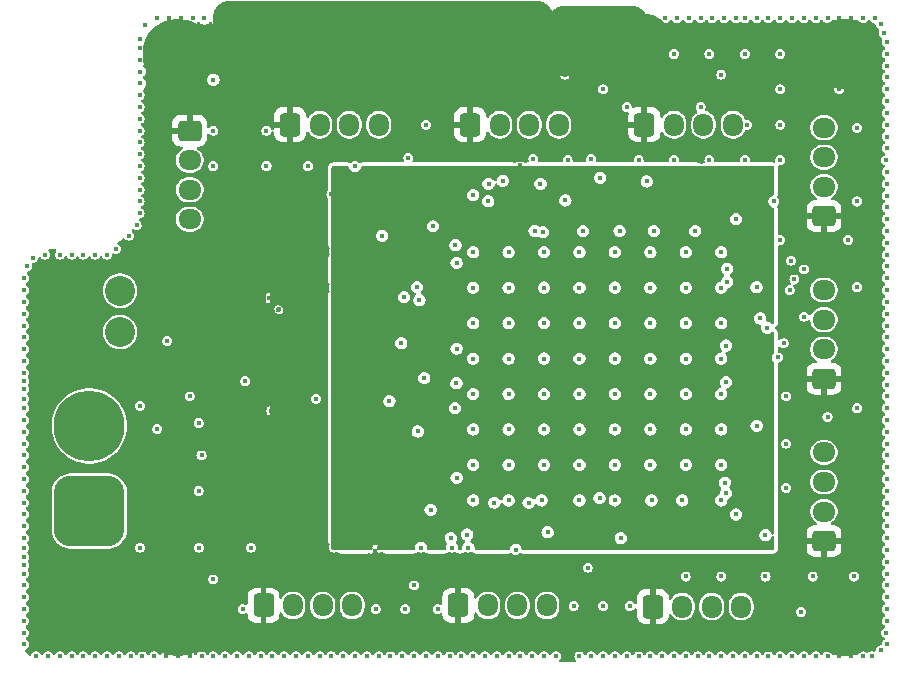
<source format=gbr>
<<<<<<< HEAD
%TF.GenerationSoftware,KiCad,Pcbnew,9.0.0*%
%TF.CreationDate,2025-03-28T10:16:05+01:00*%
%TF.ProjectId,test1,74657374-312e-46b6-9963-61645f706362,rev?*%
%TF.SameCoordinates,Original*%
%TF.FileFunction,Copper,L3,Inr*%
%TF.FilePolarity,Positive*%
%FSLAX46Y46*%
G04 Gerber Fmt 4.6, Leading zero omitted, Abs format (unit mm)*
G04 Created by KiCad (PCBNEW 9.0.0) date 2025-03-28 10:16:05*
%MOMM*%
%LPD*%
G01*
G04 APERTURE LIST*
G04 Aperture macros list*
%AMRoundRect*
0 Rectangle with rounded corners*
0 $1 Rounding radius*
0 $2 $3 $4 $5 $6 $7 $8 $9 X,Y pos of 4 corners*
0 Add a 4 corners polygon primitive as box body*
4,1,4,$2,$3,$4,$5,$6,$7,$8,$9,$2,$3,0*
0 Add four circle primitives for the rounded corners*
1,1,$1+$1,$2,$3*
1,1,$1+$1,$4,$5*
1,1,$1+$1,$6,$7*
1,1,$1+$1,$8,$9*
0 Add four rect primitives between the rounded corners*
20,1,$1+$1,$2,$3,$4,$5,0*
20,1,$1+$1,$4,$5,$6,$7,0*
20,1,$1+$1,$6,$7,$8,$9,0*
20,1,$1+$1,$8,$9,$2,$3,0*%
G04 Aperture macros list end*
%TA.AperFunction,ComponentPad*%
%ADD10RoundRect,0.250000X-0.600000X-0.725000X0.600000X-0.725000X0.600000X0.725000X-0.600000X0.725000X0*%
%TD*%
%TA.AperFunction,ComponentPad*%
%ADD11O,1.700000X1.950000*%
%TD*%
%TA.AperFunction,ComponentPad*%
%ADD12C,2.540000*%
%TD*%
%TA.AperFunction,ComponentPad*%
%ADD13RoundRect,0.250000X-0.725000X0.600000X-0.725000X-0.600000X0.725000X-0.600000X0.725000X0.600000X0*%
%TD*%
%TA.AperFunction,ComponentPad*%
%ADD14O,1.950000X1.700000*%
%TD*%
%TA.AperFunction,ComponentPad*%
%ADD15RoundRect,0.250000X0.725000X-0.600000X0.725000X0.600000X-0.725000X0.600000X-0.725000X-0.600000X0*%
%TD*%
%TA.AperFunction,ComponentPad*%
%ADD16R,1.700000X1.700000*%
%TD*%
%TA.AperFunction,ComponentPad*%
%ADD17O,1.700000X1.700000*%
%TD*%
%TA.AperFunction,ComponentPad*%
%ADD18C,4.700000*%
%TD*%
%TA.AperFunction,ComponentPad*%
%ADD19RoundRect,1.500000X1.500000X-1.500000X1.500000X1.500000X-1.500000X1.500000X-1.500000X-1.500000X0*%
%TD*%
%TA.AperFunction,ComponentPad*%
%ADD20C,6.000000*%
%TD*%
%TA.AperFunction,ViaPad*%
%ADD21C,0.450000*%
%TD*%
G04 APERTURE END LIST*
D10*
%TO.N,VBUS*%
%TO.C,UART10*%
X61250000Y-100700000D03*
D11*
%TO.N,/STM32H735/TX10*%
X63750000Y-100700000D03*
%TO.N,/STM32H735/RX10*%
X66250000Y-100700000D03*
%TO.N,GND*%
X68750000Y-100700000D03*
%TD*%
D12*
%TO.N,+BATT*%
%TO.C,ARU1*%
X49100000Y-77550000D03*
%TO.N,Net-(D10-A2)*%
X49100000Y-74050000D03*
%TD*%
D13*
%TO.N,VBUS*%
%TO.C,UART2*%
X55000000Y-60500000D03*
D14*
%TO.N,/STM32H735/TX2*%
X55000000Y-63000000D03*
%TO.N,/STM32H735/RX2*%
X55000000Y-65500000D03*
%TO.N,GND*%
X55000000Y-68000000D03*
%TD*%
D15*
%TO.N,VBUS*%
%TO.C,UART1*%
X108700000Y-67750000D03*
D14*
%TO.N,/STM32H735/TX1*%
X108700000Y-65250000D03*
%TO.N,/STM32H735/RX1*%
X108700000Y-62750000D03*
%TO.N,GND*%
X108700000Y-60250000D03*
%TD*%
D16*
%TO.N,VBUS*%
%TO.C,J1*%
X93400000Y-52900000D03*
D17*
%TO.N,GND*%
X90860000Y-52900000D03*
%TO.N,+5V*%
X88320000Y-52900000D03*
%TD*%
D15*
%TO.N,VBUS*%
%TO.C,UART5*%
X108700000Y-81500000D03*
D14*
%TO.N,/STM32H735/TX5*%
X108700000Y-79000000D03*
%TO.N,/STM32H735/RX5*%
X108700000Y-76500000D03*
%TO.N,GND*%
X108700000Y-74000000D03*
%TD*%
D18*
%TO.N,GND*%
%TO.C,H4*%
X110500000Y-54000000D03*
%TD*%
%TO.N,GND*%
%TO.C,H2*%
X54000000Y-102000000D03*
%TD*%
D15*
%TO.N,VBUS*%
%TO.C,UART3*%
X108700000Y-95250000D03*
D14*
%TO.N,/STM32H735/TX3*%
X108700000Y-92750000D03*
%TO.N,/STM32H735/RX3*%
X108700000Y-90250000D03*
%TO.N,GND*%
X108700000Y-87750000D03*
%TD*%
D18*
%TO.N,GND*%
%TO.C,H3*%
X110500000Y-102000000D03*
%TD*%
D10*
%TO.N,VBUS*%
%TO.C,UART4*%
X77750000Y-100700000D03*
D11*
%TO.N,/STM32H735/TX4*%
X80250000Y-100700000D03*
%TO.N,/STM32H735/RX4*%
X82750000Y-100700000D03*
%TO.N,GND*%
X85250000Y-100700000D03*
%TD*%
D10*
%TO.N,VBUS*%
%TO.C,LIDAR1*%
X93500000Y-60000000D03*
D11*
%TO.N,/STM32H735/TX_Lidar*%
X96000000Y-60000000D03*
%TO.N,/STM32H735/RX_Lidar*%
X98500000Y-60000000D03*
%TO.N,GND*%
X101000000Y-60000000D03*
%TD*%
D10*
%TO.N,VBUS*%
%TO.C,UART8*%
X78750000Y-60000000D03*
D11*
%TO.N,/STM32H735/TX8*%
X81250000Y-60000000D03*
%TO.N,/STM32H735/RX8*%
X83750000Y-60000000D03*
%TO.N,GND*%
X86250000Y-60000000D03*
%TD*%
D10*
%TO.N,VBUS*%
%TO.C,UART6*%
X63500000Y-60000000D03*
D11*
%TO.N,/STM32H735/TX6*%
X66000000Y-60000000D03*
%TO.N,/STM32H735/RX6*%
X68500000Y-60000000D03*
%TO.N,GND*%
X71000000Y-60000000D03*
%TD*%
D19*
%TO.N,Net-(BT1-+)*%
%TO.C,BT1*%
X46500000Y-92700000D03*
D20*
%TO.N,GND*%
X46500000Y-85500000D03*
%TD*%
D18*
%TO.N,GND*%
%TO.C,H1*%
X54000000Y-54000000D03*
%TD*%
D10*
%TO.N,VBUS*%
%TO.C,UART7*%
X94200000Y-100800000D03*
D11*
%TO.N,/STM32H735/TX7*%
X96700000Y-100800000D03*
%TO.N,/STM32H735/RX7*%
X99200000Y-100800000D03*
%TO.N,GND*%
X101700000Y-100800000D03*
%TD*%
D16*
%TO.N,unconnected-(J3-Pin_1-Pad1)*%
%TO.C,J3*%
X59920000Y-55000000D03*
D17*
%TO.N,unconnected-(J3-Pin_2-Pad2)*%
X59920000Y-52460000D03*
%TO.N,unconnected-(J3-Pin_3-Pad3)*%
X62460000Y-55000000D03*
%TO.N,unconnected-(J3-Pin_4-Pad4)*%
X62460000Y-52460000D03*
%TO.N,unconnected-(J3-Pin_5-Pad5)*%
X65000000Y-55000000D03*
%TO.N,GND*%
X65000000Y-52460000D03*
%TO.N,unconnected-(J3-Pin_7-Pad7)*%
X67540000Y-55000000D03*
%TO.N,/GPIO14_TXD*%
X67540000Y-52460000D03*
%TO.N,GND*%
X70080000Y-55000000D03*
%TO.N,/GPIO15_RXD*%
X70080000Y-52460000D03*
%TO.N,unconnected-(J3-Pin_11-Pad11)*%
X72620000Y-55000000D03*
%TO.N,unconnected-(J3-Pin_12-Pad12)*%
X72620000Y-52460000D03*
%TO.N,unconnected-(J3-Pin_13-Pad13)*%
X75160000Y-55000000D03*
%TO.N,GND*%
X75160000Y-52460000D03*
%TO.N,unconnected-(J3-Pin_15-Pad15)*%
X77700000Y-55000000D03*
%TO.N,unconnected-(J3-Pin_16-Pad16)*%
X77700000Y-52460000D03*
%TO.N,unconnected-(J3-Pin_17-Pad17)*%
X80240000Y-55000000D03*
%TO.N,unconnected-(J3-Pin_18-Pad18)*%
X80240000Y-52460000D03*
%TO.N,unconnected-(J3-Pin_19-Pad19)*%
X82780000Y-55000000D03*
%TO.N,unconnected-(J3-Pin_20-Pad20)*%
X82780000Y-52460000D03*
%TD*%
D21*
%TO.N,GND*%
X61500000Y-63500000D03*
X41000000Y-97300000D03*
X50500000Y-68500000D03*
X92250000Y-51000000D03*
X66700000Y-103200000D03*
X72500000Y-87800000D03*
X101250000Y-68000000D03*
X58250000Y-51000000D03*
X88000000Y-85800000D03*
X69250000Y-51000000D03*
X41000000Y-80000000D03*
X79000000Y-70800000D03*
X91000000Y-70800000D03*
X74250000Y-73750000D03*
X113963933Y-103023124D03*
X114000000Y-100000000D03*
X114000000Y-79000000D03*
X85000000Y-85800000D03*
X61900000Y-84200000D03*
X73000000Y-57000000D03*
X88000000Y-88800000D03*
X64250000Y-51000000D03*
X114000000Y-101000000D03*
X78250000Y-51000000D03*
X95000000Y-105000000D03*
X89000000Y-105000000D03*
X81500000Y-64750000D03*
X83400000Y-103350000D03*
X105000000Y-51000000D03*
X100400000Y-91200000D03*
X61000000Y-105000000D03*
X61750000Y-89750000D03*
X42000000Y-105000000D03*
X99000000Y-63000000D03*
X85000000Y-105000000D03*
X57000000Y-63500000D03*
X97000000Y-73800000D03*
X83700000Y-92000000D03*
X105500000Y-83000000D03*
X87500000Y-100750000D03*
X50750000Y-57500000D03*
X91000000Y-82800000D03*
X88300000Y-69000000D03*
X84900000Y-69100000D03*
X114000000Y-104000000D03*
X65675002Y-76200000D03*
X111500000Y-73750000D03*
X75250000Y-51000000D03*
X75000000Y-105000000D03*
X41000000Y-101000000D03*
X50750000Y-52750000D03*
X82000000Y-85800000D03*
X50750000Y-58500000D03*
X112750000Y-105000000D03*
X85000000Y-82800000D03*
X94000000Y-70800000D03*
X62000000Y-105000000D03*
X52000000Y-105000000D03*
X88000000Y-76800000D03*
X57000000Y-60500000D03*
X88250000Y-51000000D03*
X84700000Y-65000000D03*
X114000000Y-59000000D03*
X109000000Y-51000000D03*
X74600000Y-95800000D03*
X114000000Y-97000000D03*
X114000000Y-61000000D03*
X112000000Y-105000000D03*
X106000000Y-105000000D03*
X52250000Y-85750000D03*
X114000000Y-82000000D03*
X106750000Y-101250000D03*
X111000000Y-105000000D03*
X114000000Y-91000000D03*
X41000000Y-95000000D03*
X77250000Y-51000000D03*
X57250000Y-51000000D03*
X80800000Y-92000000D03*
X69000000Y-105000000D03*
X114000000Y-102000000D03*
X100000000Y-73800000D03*
X91000000Y-105000000D03*
X50750000Y-55500000D03*
X88000000Y-70800000D03*
X86000000Y-94457537D03*
X46000000Y-105000000D03*
X98350000Y-64150000D03*
X90000000Y-105000000D03*
X73250000Y-51000000D03*
X114000000Y-88000000D03*
X94000000Y-88800000D03*
X94300000Y-69000000D03*
X97000000Y-82800000D03*
X41000000Y-95800000D03*
X71900000Y-83400000D03*
X96000000Y-105000000D03*
X79000000Y-82800000D03*
X71250000Y-51000000D03*
X72000000Y-105000000D03*
X108000000Y-51000000D03*
X42750000Y-71000000D03*
X75400000Y-92600000D03*
X106200000Y-73100000D03*
X50750000Y-67500000D03*
X66000000Y-105000000D03*
X114000000Y-67000000D03*
X114000000Y-55000000D03*
X87250000Y-51000000D03*
X79000000Y-73800000D03*
X41000000Y-102000000D03*
X41000000Y-96600000D03*
X109000000Y-105000000D03*
X114000000Y-99000000D03*
X44000000Y-71000000D03*
X98000000Y-105000000D03*
X41000000Y-93000000D03*
X41000000Y-87000000D03*
X114000000Y-65000000D03*
X50750000Y-66500000D03*
X114000000Y-70000000D03*
X90000000Y-54000000D03*
X100400000Y-78700000D03*
X73400000Y-87500000D03*
X114000000Y-96000000D03*
X77956849Y-57008585D03*
X86800000Y-66400000D03*
X101250000Y-51000000D03*
X102000000Y-105000000D03*
X49853626Y-69392319D03*
X101250000Y-93000000D03*
X74000000Y-99000000D03*
X91000000Y-73800000D03*
X41000000Y-84000000D03*
X76000000Y-105000000D03*
X41000000Y-78000000D03*
X94000000Y-82800000D03*
X55250000Y-51000000D03*
X45000000Y-71000000D03*
X59700000Y-81700000D03*
X100500000Y-73300000D03*
X74313752Y-85965088D03*
X61500000Y-56250000D03*
X105300000Y-78500000D03*
X100000000Y-85800000D03*
X114000000Y-62000000D03*
X103300000Y-76400000D03*
X114000000Y-53000000D03*
X50800000Y-83800000D03*
X102000000Y-54000000D03*
X97000000Y-88800000D03*
X66250000Y-51000000D03*
X111500000Y-66500000D03*
X98250000Y-58500000D03*
X80300000Y-65000000D03*
X102000000Y-51000000D03*
X114000000Y-54000000D03*
X61250000Y-51000000D03*
X110750000Y-69750000D03*
X50750000Y-63500000D03*
X113979128Y-63005550D03*
X55750000Y-91000000D03*
X78600000Y-95800000D03*
X94000000Y-76800000D03*
X41000000Y-88000000D03*
X105000000Y-54000000D03*
X114000000Y-64000000D03*
X85300000Y-94500000D03*
X82600000Y-96000000D03*
X75600000Y-68600000D03*
X97000000Y-79800000D03*
X46000000Y-71000000D03*
X47000000Y-105000000D03*
X76250000Y-51000000D03*
X63000000Y-105000000D03*
X41000000Y-90000000D03*
X114000000Y-95000000D03*
X82000000Y-82800000D03*
X41000000Y-99000000D03*
X114000000Y-85000000D03*
X99000000Y-54000000D03*
X44000000Y-105000000D03*
X91000000Y-91800000D03*
X83000000Y-105000000D03*
X114000000Y-58000000D03*
X114000000Y-93000000D03*
X105500000Y-90750000D03*
X86750000Y-55750000D03*
X114000000Y-77000000D03*
X96250000Y-51000000D03*
X89250000Y-51000000D03*
X111000000Y-51000000D03*
X60250000Y-51000000D03*
X93700000Y-64800000D03*
X111500000Y-60250000D03*
X79000000Y-105000000D03*
X88000000Y-79800000D03*
X114000000Y-75000000D03*
X97000000Y-76800000D03*
X78000000Y-105000000D03*
X85000000Y-73800000D03*
X77000000Y-105000000D03*
X41000000Y-104000000D03*
X83250000Y-51000000D03*
X103900000Y-77200000D03*
X85000000Y-79800000D03*
X114000000Y-84000000D03*
X41000000Y-98000000D03*
X82000000Y-88800000D03*
X88000000Y-73800000D03*
X93000000Y-105000000D03*
X41000000Y-75000000D03*
X69000000Y-63500000D03*
X100000000Y-70800000D03*
X110000000Y-51000000D03*
X48000000Y-71000000D03*
X88000000Y-82800000D03*
X41000000Y-91000000D03*
X80250000Y-51000000D03*
X45000000Y-105000000D03*
X114000000Y-66000000D03*
X91000000Y-85800000D03*
X86000000Y-105000000D03*
X94000000Y-79800000D03*
X85250000Y-51000000D03*
X77597728Y-78954985D03*
X96000000Y-63000000D03*
X105500000Y-87000000D03*
X100000000Y-55750000D03*
X82950000Y-63400000D03*
X99250000Y-103350000D03*
X99250000Y-51000000D03*
X50750000Y-64500000D03*
X91250000Y-51000000D03*
X41000000Y-81000000D03*
X75000000Y-60000000D03*
X100300000Y-90300000D03*
X100000000Y-98250000D03*
X89700000Y-91600000D03*
X90250000Y-51000000D03*
X114000000Y-73000000D03*
X103000000Y-105000000D03*
X73250000Y-101000000D03*
X71000000Y-105000000D03*
X61700000Y-74675000D03*
X84100000Y-62900000D03*
X104500000Y-66500000D03*
X48000000Y-105000000D03*
X103000000Y-51000000D03*
X50750000Y-65500000D03*
X55000000Y-83000000D03*
X114000000Y-81000000D03*
X79000000Y-85800000D03*
X97000000Y-70800000D03*
X41000000Y-73000000D03*
X100000000Y-79800000D03*
X92000000Y-58500000D03*
X53250000Y-51000000D03*
X94000000Y-85800000D03*
X59500000Y-101000000D03*
X107000000Y-51000000D03*
X105000000Y-69750000D03*
X92000000Y-105000000D03*
X111250000Y-98250000D03*
X50750000Y-56500000D03*
X47000000Y-71000000D03*
X59250000Y-51000000D03*
X110000000Y-57000000D03*
X103000000Y-85500000D03*
X114000000Y-90000000D03*
X53000000Y-105000000D03*
X100000000Y-76800000D03*
X41000000Y-103000000D03*
X94000000Y-105000000D03*
X70750000Y-56750000D03*
X52250000Y-51000000D03*
X62478768Y-75725000D03*
X86250000Y-51000000D03*
X74250000Y-51000000D03*
X114000000Y-86000000D03*
X97250000Y-51000000D03*
X70250000Y-51000000D03*
X79000000Y-91800000D03*
X81000000Y-105000000D03*
X58000000Y-105000000D03*
X41000000Y-100000000D03*
X41000000Y-83200000D03*
X48750000Y-70500000D03*
X66400000Y-64000000D03*
X114000000Y-94000000D03*
X85000000Y-88800000D03*
X102200000Y-60000000D03*
X60800000Y-66400000D03*
X107750000Y-98250000D03*
X114000000Y-74000000D03*
X43000000Y-105000000D03*
X89671083Y-65550509D03*
X54000000Y-105000000D03*
X67200000Y-70700000D03*
X100250000Y-51000000D03*
X65700000Y-83200000D03*
X114000000Y-80000000D03*
X50750000Y-54500000D03*
X110000000Y-105000000D03*
X108000000Y-105000000D03*
X105000000Y-60000000D03*
X41250000Y-72000000D03*
X56250000Y-101000000D03*
X82000000Y-105000000D03*
X114000000Y-56000000D03*
X114000000Y-57000000D03*
X91000000Y-88800000D03*
X57000000Y-56200000D03*
X41000000Y-77000000D03*
X70700000Y-96075000D03*
X101000000Y-105000000D03*
X41750000Y-71250000D03*
X114000000Y-83000000D03*
X95250000Y-51000000D03*
X77200000Y-95800000D03*
X65000000Y-63500000D03*
X59000000Y-105000000D03*
X57000000Y-98500000D03*
X105000000Y-57000000D03*
X112000000Y-51000000D03*
X65000000Y-105000000D03*
X114000000Y-68000000D03*
X65250000Y-51000000D03*
X100000000Y-91800000D03*
X82250000Y-51000000D03*
X84800000Y-91800000D03*
X87000000Y-54000000D03*
X77585637Y-81880975D03*
X60000000Y-105000000D03*
X55800000Y-95800000D03*
X104800000Y-79700000D03*
X104000000Y-51000000D03*
X53100000Y-78300000D03*
X104000000Y-105000000D03*
X51000000Y-105000000D03*
X99000000Y-105000000D03*
X96000000Y-54000000D03*
X94000000Y-73800000D03*
X82000000Y-76800000D03*
X41000000Y-82400000D03*
X91000000Y-79800000D03*
X79000000Y-79800000D03*
X111500000Y-84000000D03*
X70750000Y-101000000D03*
X91400000Y-69000000D03*
X102000000Y-63000000D03*
X100000000Y-88800000D03*
X100000000Y-82800000D03*
X114000000Y-60000000D03*
X77600000Y-89900000D03*
X113500000Y-51500000D03*
X105800000Y-74000000D03*
X50000000Y-105000000D03*
X57000000Y-105000000D03*
X89000000Y-62900000D03*
X72900000Y-78500000D03*
X50750000Y-53500000D03*
X72250000Y-51000000D03*
X106000000Y-51000000D03*
X96700000Y-91800000D03*
X56000000Y-88000000D03*
X50750000Y-62500000D03*
X76000000Y-101000000D03*
X82000000Y-79800000D03*
X50750000Y-61500000D03*
X41000000Y-81700000D03*
X89750000Y-64500000D03*
X85000000Y-70800000D03*
X49000000Y-105000000D03*
X63250000Y-51000000D03*
X90000000Y-57000000D03*
X113000000Y-51000000D03*
X88000000Y-105000000D03*
X41000000Y-86000000D03*
X68250000Y-51000000D03*
X61500000Y-60500000D03*
X62250000Y-51000000D03*
X105000000Y-105000000D03*
X114000000Y-76000000D03*
X100000000Y-105000000D03*
X41000000Y-79000000D03*
X67200000Y-73800000D03*
X91000000Y-76800000D03*
X50800000Y-95800000D03*
X107000000Y-105000000D03*
X114000000Y-71000000D03*
X41000000Y-76000000D03*
X67000000Y-105000000D03*
X41000000Y-74000000D03*
X100500000Y-72200000D03*
X93250000Y-51000000D03*
X113750000Y-52250000D03*
X51250000Y-51561916D03*
X87000000Y-63000000D03*
X97000000Y-105000000D03*
X80000000Y-105000000D03*
X41000000Y-94000000D03*
X91500000Y-95000000D03*
X54250000Y-51000000D03*
X114000000Y-92000000D03*
X113500000Y-104500000D03*
X74000000Y-105000000D03*
X107000000Y-76250000D03*
X77600000Y-71700000D03*
X84250000Y-51000000D03*
X103750000Y-98250000D03*
X79250000Y-51000000D03*
X114000000Y-72000000D03*
X114000000Y-87000000D03*
X90000000Y-100750000D03*
X56250000Y-51000000D03*
X92250000Y-100750000D03*
X113250000Y-62850000D03*
X79000000Y-88800000D03*
X109000000Y-84750000D03*
X55750000Y-85250000D03*
X82000000Y-91800000D03*
X82000000Y-70800000D03*
X94250000Y-51000000D03*
X88000000Y-91800000D03*
X79000000Y-76800000D03*
X50750000Y-60500000D03*
X64000000Y-105000000D03*
X60200000Y-95800000D03*
X82000000Y-73800000D03*
X68000000Y-105000000D03*
X41000000Y-92000000D03*
X97000000Y-98250000D03*
X114000000Y-78000000D03*
X56000000Y-105000000D03*
X50750000Y-59500000D03*
X55000000Y-105000000D03*
X73500000Y-62800000D03*
X99700000Y-65950000D03*
X107000000Y-72250000D03*
X105000000Y-63000000D03*
X77500000Y-70200000D03*
X67250000Y-51000000D03*
X81250000Y-51000000D03*
X71300000Y-69400000D03*
X85000000Y-76800000D03*
X41000000Y-85000000D03*
X100400000Y-81800000D03*
X97000000Y-85800000D03*
X103750000Y-94750000D03*
X88700000Y-97500000D03*
X97800000Y-69000000D03*
X41000000Y-89000000D03*
X114000000Y-98000000D03*
X73000000Y-105000000D03*
X114000000Y-69000000D03*
X114000000Y-89000000D03*
X105900000Y-71500000D03*
X98250000Y-51000000D03*
X70000000Y-105000000D03*
X84000000Y-105000000D03*
X93000000Y-63000000D03*
%TO.N,VBUS*%
X55675000Y-76970000D03*
X55675000Y-75970000D03*
X55175000Y-75970000D03*
X55275000Y-77470000D03*
X55775000Y-77470000D03*
X55175000Y-76970000D03*
X55675000Y-76470000D03*
X55175000Y-76470000D03*
X54775000Y-77470000D03*
%TO.N,+5V*%
X84200000Y-69000000D03*
%TO.N,+3.3V*%
X73900000Y-65800000D03*
X67800000Y-80000000D03*
X75000000Y-70400000D03*
X69000000Y-80700000D03*
X74800000Y-79232500D03*
X74300000Y-68100000D03*
X68000000Y-93400000D03*
X81600000Y-94567500D03*
X94725000Y-66350000D03*
X95700000Y-95200000D03*
X92302011Y-94596496D03*
X74800000Y-90200000D03*
X102900000Y-81300000D03*
X69000000Y-81400000D03*
X91800000Y-66500000D03*
X90200000Y-94400000D03*
X67800000Y-80700000D03*
X74800000Y-71700000D03*
X74615574Y-84325000D03*
X99700000Y-94500000D03*
X72900000Y-92000000D03*
X70200000Y-93000000D03*
X67800000Y-81400000D03*
X73500000Y-68100000D03*
X81500000Y-66377255D03*
X84000000Y-91400000D03*
X72600000Y-68100000D03*
X103000000Y-71800000D03*
X103100000Y-72800000D03*
X75100000Y-83300000D03*
X97720000Y-94920000D03*
X83775000Y-66450000D03*
X69000000Y-80000000D03*
X98240400Y-66487493D03*
X103000000Y-89800000D03*
X80862482Y-94612482D03*
X87400000Y-69300000D03*
X75100000Y-91300000D03*
X67000000Y-65900000D03*
X103000000Y-78300000D03*
%TO.N,/STM32H735/NRST*%
X73147537Y-74610001D03*
X74850000Y-81450000D03*
X94100000Y-91800000D03*
%TO.N,/STM32H735/BOOT0*%
X74000000Y-86750000D03*
%TO.N,Net-(C42-Pad1)*%
X103000000Y-73750000D03*
%TO.N,/STM32H735/TX10*%
X78500000Y-94700000D03*
%TO.N,/STM32H735/RX10*%
X77100000Y-95000000D03*
%TO.N,/GPIO14_TXD*%
X80275000Y-66482692D03*
%TO.N,/GPIO15_RXD*%
X79000000Y-65957648D03*
%TO.N,/STM32H735/SWO*%
X77466955Y-84007777D03*
X74450000Y-74850000D03*
%TD*%
%TA.AperFunction,Conductor*%
%TO.N,+3.3V*%
G36*
X68427853Y-63519685D02*
G01*
X68473608Y-63572489D01*
X68480587Y-63591901D01*
X68510312Y-63702836D01*
X68510313Y-63702837D01*
X68510313Y-63702838D01*
X68579492Y-63822661D01*
X68579494Y-63822664D01*
X68579495Y-63822665D01*
X68677335Y-63920505D01*
X68677336Y-63920506D01*
X68677338Y-63920507D01*
X68695196Y-63930817D01*
X68797164Y-63989688D01*
X68930817Y-64025500D01*
X68930819Y-64025500D01*
X69069181Y-64025500D01*
X69069183Y-64025500D01*
X69202836Y-63989688D01*
X69322665Y-63920505D01*
X69420505Y-63822665D01*
X69489688Y-63702836D01*
X69519411Y-63591904D01*
X69555776Y-63532246D01*
X69618623Y-63501717D01*
X69639186Y-63500000D01*
X82337609Y-63500000D01*
X82404648Y-63519685D01*
X82450403Y-63572489D01*
X82457382Y-63591902D01*
X82457383Y-63591906D01*
X82457384Y-63591907D01*
X82460312Y-63602835D01*
X82460313Y-63602838D01*
X82529492Y-63722661D01*
X82529494Y-63722664D01*
X82529495Y-63722665D01*
X82627335Y-63820505D01*
X82747164Y-63889688D01*
X82880817Y-63925500D01*
X82880819Y-63925500D01*
X83019181Y-63925500D01*
X83019183Y-63925500D01*
X83152836Y-63889688D01*
X83272665Y-63820505D01*
X83370505Y-63722665D01*
X83439688Y-63602836D01*
X83442616Y-63591905D01*
X83478981Y-63532246D01*
X83541828Y-63501717D01*
X83562391Y-63500000D01*
X86819324Y-63500000D01*
X86851417Y-63504225D01*
X86930817Y-63525500D01*
X86930819Y-63525500D01*
X87069181Y-63525500D01*
X87069183Y-63525500D01*
X87148583Y-63504225D01*
X87180676Y-63500000D01*
X92819324Y-63500000D01*
X92851417Y-63504225D01*
X92930817Y-63525500D01*
X92930819Y-63525500D01*
X93069181Y-63525500D01*
X93069183Y-63525500D01*
X93148583Y-63504225D01*
X93180676Y-63500000D01*
X95819324Y-63500000D01*
X95851417Y-63504225D01*
X95930817Y-63525500D01*
X95930819Y-63525500D01*
X96069181Y-63525500D01*
X96069183Y-63525500D01*
X96148583Y-63504225D01*
X96180676Y-63500000D01*
X97962057Y-63500000D01*
X98029096Y-63519685D01*
X98074851Y-63572489D01*
X98084795Y-63641647D01*
X98055770Y-63705203D01*
X98033226Y-63723816D01*
X98033786Y-63724545D01*
X98027333Y-63729496D01*
X97929496Y-63827333D01*
X97929492Y-63827338D01*
X97860313Y-63947161D01*
X97860312Y-63947164D01*
X97824500Y-64080817D01*
X97824500Y-64219183D01*
X97835521Y-64260312D01*
X97860312Y-64352835D01*
X97860313Y-64352838D01*
X97929492Y-64472661D01*
X97929494Y-64472664D01*
X97929495Y-64472665D01*
X98027335Y-64570505D01*
X98147164Y-64639688D01*
X98280817Y-64675500D01*
X98280819Y-64675500D01*
X98419181Y-64675500D01*
X98419183Y-64675500D01*
X98552836Y-64639688D01*
X98672665Y-64570505D01*
X98770505Y-64472665D01*
X98839688Y-64352836D01*
X98875500Y-64219183D01*
X98875500Y-64080817D01*
X98839688Y-63947164D01*
X98770505Y-63827335D01*
X98672665Y-63729495D01*
X98672663Y-63729494D01*
X98671265Y-63728421D01*
X98670904Y-63728315D01*
X98670461Y-63727804D01*
X98666214Y-63724545D01*
X98666882Y-63723673D01*
X98649885Y-63704058D01*
X98627726Y-63680817D01*
X98627148Y-63677818D01*
X98625149Y-63675511D01*
X98620579Y-63643732D01*
X98614505Y-63612209D01*
X98615639Y-63609375D01*
X98615205Y-63606353D01*
X98628543Y-63577145D01*
X98640475Y-63547345D01*
X98642961Y-63545574D01*
X98644230Y-63542797D01*
X98671241Y-63525438D01*
X98697390Y-63506819D01*
X98701213Y-63506176D01*
X98703008Y-63505023D01*
X98737943Y-63500000D01*
X98819324Y-63500000D01*
X98851417Y-63504225D01*
X98930817Y-63525500D01*
X98930819Y-63525500D01*
X99069181Y-63525500D01*
X99069183Y-63525500D01*
X99148583Y-63504225D01*
X99180676Y-63500000D01*
X101819324Y-63500000D01*
X101851417Y-63504225D01*
X101930817Y-63525500D01*
X101930819Y-63525500D01*
X102069181Y-63525500D01*
X102069183Y-63525500D01*
X102148583Y-63504225D01*
X102180676Y-63500000D01*
X104376000Y-63500000D01*
X104443039Y-63519685D01*
X104488794Y-63572489D01*
X104500000Y-63624000D01*
X104500000Y-65860814D01*
X104480315Y-65927853D01*
X104427511Y-65973608D01*
X104408098Y-65980587D01*
X104297164Y-66010312D01*
X104297162Y-66010313D01*
X104297161Y-66010313D01*
X104177338Y-66079492D01*
X104177333Y-66079496D01*
X104079496Y-66177333D01*
X104079492Y-66177338D01*
X104010313Y-66297161D01*
X104010312Y-66297164D01*
X103974500Y-66430817D01*
X103974500Y-66569183D01*
X104005675Y-66685528D01*
X104010312Y-66702835D01*
X104010313Y-66702838D01*
X104079492Y-66822661D01*
X104079494Y-66822664D01*
X104079495Y-66822665D01*
X104177335Y-66920505D01*
X104177336Y-66920506D01*
X104177338Y-66920507D01*
X104237249Y-66955096D01*
X104297164Y-66989688D01*
X104408096Y-67019412D01*
X104467753Y-67055774D01*
X104498283Y-67118621D01*
X104500000Y-67139185D01*
X104500000Y-69569324D01*
X104495774Y-69601417D01*
X104474500Y-69680817D01*
X104474500Y-69819183D01*
X104493392Y-69889688D01*
X104495775Y-69898582D01*
X104500000Y-69930675D01*
X104500000Y-76757468D01*
X104480315Y-76824507D01*
X104427511Y-76870262D01*
X104358353Y-76880206D01*
X104294797Y-76851181D01*
X104288319Y-76845149D01*
X104222666Y-76779496D01*
X104222661Y-76779492D01*
X104102838Y-76710313D01*
X104102837Y-76710312D01*
X104102836Y-76710312D01*
X103969183Y-76674500D01*
X103932085Y-76674500D01*
X103865046Y-76654815D01*
X103819291Y-76602011D01*
X103809347Y-76532853D01*
X103812307Y-76518418D01*
X103825500Y-76469183D01*
X103825500Y-76330817D01*
X103789688Y-76197164D01*
X103720505Y-76077335D01*
X103622665Y-75979495D01*
X103622664Y-75979494D01*
X103622661Y-75979492D01*
X103502838Y-75910313D01*
X103502837Y-75910312D01*
X103502836Y-75910312D01*
X103369183Y-75874500D01*
X103230817Y-75874500D01*
X103097164Y-75910312D01*
X103097161Y-75910313D01*
X102977338Y-75979492D01*
X102977333Y-75979496D01*
X102879496Y-76077333D01*
X102879492Y-76077338D01*
X102810313Y-76197161D01*
X102810312Y-76197164D01*
X102774500Y-76330817D01*
X102774500Y-76469183D01*
X102808792Y-76597161D01*
X102810312Y-76602835D01*
X102810313Y-76602838D01*
X102879492Y-76722661D01*
X102879494Y-76722664D01*
X102879495Y-76722665D01*
X102977335Y-76820505D01*
X102977336Y-76820506D01*
X102977338Y-76820507D01*
X103020020Y-76845149D01*
X103097164Y-76889688D01*
X103230817Y-76925500D01*
X103230819Y-76925500D01*
X103267915Y-76925500D01*
X103334954Y-76945185D01*
X103380709Y-76997989D01*
X103390653Y-77067147D01*
X103387692Y-77081581D01*
X103374500Y-77130817D01*
X103374500Y-77269183D01*
X103379995Y-77289688D01*
X103410312Y-77402835D01*
X103410313Y-77402838D01*
X103479492Y-77522661D01*
X103479494Y-77522664D01*
X103479495Y-77522665D01*
X103577335Y-77620505D01*
X103697164Y-77689688D01*
X103830817Y-77725500D01*
X103830819Y-77725500D01*
X103969181Y-77725500D01*
X103969183Y-77725500D01*
X104102836Y-77689688D01*
X104222665Y-77620505D01*
X104288319Y-77554851D01*
X104349642Y-77521366D01*
X104419334Y-77526350D01*
X104475267Y-77568222D01*
X104499684Y-77633686D01*
X104500000Y-77642532D01*
X104500000Y-79205467D01*
X104480315Y-79272506D01*
X104463682Y-79293148D01*
X104379492Y-79377338D01*
X104310313Y-79497161D01*
X104310312Y-79497164D01*
X104274500Y-79630817D01*
X104274500Y-79769183D01*
X104301295Y-79869182D01*
X104310312Y-79902835D01*
X104310313Y-79902838D01*
X104379492Y-80022661D01*
X104379496Y-80022666D01*
X104463681Y-80106851D01*
X104497166Y-80168174D01*
X104500000Y-80194532D01*
X104500000Y-94576789D01*
X104480315Y-94643828D01*
X104427511Y-94689583D01*
X104358353Y-94699527D01*
X104294797Y-94670502D01*
X104257023Y-94611724D01*
X104256225Y-94608883D01*
X104248350Y-94579492D01*
X104239688Y-94547164D01*
X104197736Y-94474500D01*
X104170507Y-94427338D01*
X104170503Y-94427333D01*
X104072666Y-94329496D01*
X104072661Y-94329492D01*
X103952838Y-94260313D01*
X103952837Y-94260312D01*
X103952836Y-94260312D01*
X103819183Y-94224500D01*
X103680817Y-94224500D01*
X103547164Y-94260312D01*
X103547161Y-94260313D01*
X103427338Y-94329492D01*
X103427333Y-94329496D01*
X103329496Y-94427333D01*
X103329492Y-94427338D01*
X103260313Y-94547161D01*
X103260313Y-94547162D01*
X103260312Y-94547164D01*
X103224500Y-94680817D01*
X103224500Y-94819183D01*
X103258809Y-94947224D01*
X103260312Y-94952835D01*
X103260313Y-94952838D01*
X103329492Y-95072661D01*
X103329494Y-95072664D01*
X103329495Y-95072665D01*
X103427335Y-95170505D01*
X103427336Y-95170506D01*
X103427338Y-95170507D01*
X103460561Y-95189688D01*
X103547164Y-95239688D01*
X103680817Y-95275500D01*
X103680819Y-95275500D01*
X103819181Y-95275500D01*
X103819183Y-95275500D01*
X103952836Y-95239688D01*
X104072665Y-95170505D01*
X104170505Y-95072665D01*
X104239688Y-94952836D01*
X104256225Y-94891115D01*
X104292590Y-94831456D01*
X104355437Y-94800927D01*
X104424812Y-94809222D01*
X104478690Y-94853707D01*
X104499965Y-94920259D01*
X104500000Y-94923210D01*
X104500000Y-95876000D01*
X104480315Y-95943039D01*
X104427511Y-95988794D01*
X104376000Y-96000000D01*
X83239186Y-96000000D01*
X83172147Y-95980315D01*
X83126392Y-95927511D01*
X83119411Y-95908094D01*
X83115540Y-95893647D01*
X83089688Y-95797164D01*
X83020505Y-95677335D01*
X82922665Y-95579495D01*
X82922664Y-95579494D01*
X82922661Y-95579492D01*
X82802838Y-95510313D01*
X82802837Y-95510312D01*
X82802836Y-95510312D01*
X82669183Y-95474500D01*
X82530817Y-95474500D01*
X82397164Y-95510312D01*
X82397161Y-95510313D01*
X82277338Y-95579492D01*
X82277333Y-95579496D01*
X82179496Y-95677333D01*
X82179492Y-95677338D01*
X82110313Y-95797161D01*
X82110313Y-95797162D01*
X82110312Y-95797164D01*
X82086861Y-95884685D01*
X82080589Y-95908094D01*
X82044224Y-95967754D01*
X81981377Y-95998283D01*
X81960814Y-96000000D01*
X79249500Y-96000000D01*
X79182461Y-95980315D01*
X79136706Y-95927511D01*
X79125500Y-95876000D01*
X79125500Y-95730819D01*
X79125500Y-95730817D01*
X79089688Y-95597164D01*
X79039544Y-95510312D01*
X79020507Y-95477338D01*
X79020503Y-95477333D01*
X78922666Y-95379496D01*
X78922661Y-95379492D01*
X78833713Y-95328138D01*
X78785497Y-95277571D01*
X78772274Y-95208964D01*
X78798243Y-95144099D01*
X78820230Y-95122373D01*
X78822658Y-95120508D01*
X78822665Y-95120505D01*
X78920505Y-95022665D01*
X78989688Y-94902836D01*
X79025500Y-94769183D01*
X79025500Y-94630817D01*
X78989688Y-94497164D01*
X78982485Y-94484688D01*
X78982485Y-94484687D01*
X78951383Y-94430817D01*
X84774500Y-94430817D01*
X84774500Y-94569183D01*
X84809426Y-94699527D01*
X84810312Y-94702835D01*
X84810313Y-94702838D01*
X84879492Y-94822661D01*
X84879494Y-94822664D01*
X84879495Y-94822665D01*
X84977335Y-94920505D01*
X84977336Y-94920506D01*
X84977338Y-94920507D01*
X85033332Y-94952835D01*
X85097164Y-94989688D01*
X85230817Y-95025500D01*
X85230819Y-95025500D01*
X85369181Y-95025500D01*
X85369183Y-95025500D01*
X85502836Y-94989688D01*
X85622665Y-94920505D01*
X85622665Y-94920504D01*
X85624774Y-94919287D01*
X85692674Y-94902814D01*
X85748773Y-94919286D01*
X85797164Y-94947225D01*
X85930817Y-94983037D01*
X85930819Y-94983037D01*
X86069181Y-94983037D01*
X86069183Y-94983037D01*
X86202836Y-94947225D01*
X86231256Y-94930817D01*
X90974500Y-94930817D01*
X90974500Y-95069183D01*
X91002013Y-95171861D01*
X91010312Y-95202835D01*
X91010313Y-95202838D01*
X91079492Y-95322661D01*
X91079494Y-95322664D01*
X91079495Y-95322665D01*
X91177335Y-95420505D01*
X91177336Y-95420506D01*
X91177338Y-95420507D01*
X91205417Y-95436718D01*
X91297164Y-95489688D01*
X91430817Y-95525500D01*
X91430819Y-95525500D01*
X91569181Y-95525500D01*
X91569183Y-95525500D01*
X91702836Y-95489688D01*
X91822665Y-95420505D01*
X91920505Y-95322665D01*
X91989688Y-95202836D01*
X92025500Y-95069183D01*
X92025500Y-94930817D01*
X91989688Y-94797164D01*
X91935228Y-94702836D01*
X91920507Y-94677338D01*
X91920503Y-94677333D01*
X91822666Y-94579496D01*
X91822661Y-94579492D01*
X91702838Y-94510313D01*
X91702837Y-94510312D01*
X91702836Y-94510312D01*
X91569183Y-94474500D01*
X91430817Y-94474500D01*
X91297164Y-94510312D01*
X91297161Y-94510313D01*
X91177338Y-94579492D01*
X91177333Y-94579496D01*
X91079496Y-94677333D01*
X91079492Y-94677338D01*
X91010313Y-94797161D01*
X91010312Y-94797164D01*
X90974500Y-94930817D01*
X86231256Y-94930817D01*
X86322665Y-94878042D01*
X86420505Y-94780202D01*
X86489688Y-94660373D01*
X86525500Y-94526720D01*
X86525500Y-94388354D01*
X86489688Y-94254701D01*
X86420505Y-94134872D01*
X86322665Y-94037032D01*
X86322664Y-94037031D01*
X86322661Y-94037029D01*
X86202838Y-93967850D01*
X86202837Y-93967849D01*
X86202836Y-93967849D01*
X86069183Y-93932037D01*
X85930817Y-93932037D01*
X85797164Y-93967849D01*
X85797163Y-93967849D01*
X85675224Y-94038250D01*
X85607324Y-94054721D01*
X85551226Y-94038249D01*
X85502842Y-94010315D01*
X85502838Y-94010313D01*
X85502836Y-94010312D01*
X85369183Y-93974500D01*
X85230817Y-93974500D01*
X85097164Y-94010312D01*
X85097161Y-94010313D01*
X84977338Y-94079492D01*
X84977333Y-94079496D01*
X84879496Y-94177333D01*
X84879492Y-94177338D01*
X84810313Y-94297161D01*
X84810312Y-94297164D01*
X84774500Y-94430817D01*
X78951383Y-94430817D01*
X78920509Y-94377341D01*
X78920503Y-94377333D01*
X78822666Y-94279496D01*
X78822661Y-94279492D01*
X78702838Y-94210313D01*
X78702837Y-94210312D01*
X78702836Y-94210312D01*
X78569183Y-94174500D01*
X78430817Y-94174500D01*
X78297164Y-94210312D01*
X78297161Y-94210313D01*
X78177338Y-94279492D01*
X78177333Y-94279496D01*
X78079496Y-94377333D01*
X78079492Y-94377338D01*
X78010313Y-94497161D01*
X78010312Y-94497164D01*
X77974500Y-94630817D01*
X77974500Y-94769183D01*
X77988831Y-94822665D01*
X78010312Y-94902835D01*
X78010313Y-94902838D01*
X78079492Y-95022661D01*
X78079494Y-95022664D01*
X78079495Y-95022665D01*
X78177335Y-95120505D01*
X78177336Y-95120506D01*
X78177338Y-95120507D01*
X78266286Y-95171861D01*
X78314501Y-95222428D01*
X78327725Y-95291035D01*
X78301757Y-95355900D01*
X78279781Y-95377617D01*
X78277338Y-95379491D01*
X78179496Y-95477333D01*
X78179492Y-95477338D01*
X78110313Y-95597161D01*
X78110312Y-95597164D01*
X78074500Y-95730817D01*
X78074500Y-95876000D01*
X78071949Y-95884685D01*
X78073238Y-95893647D01*
X78062259Y-95917687D01*
X78054815Y-95943039D01*
X78047974Y-95948966D01*
X78044213Y-95957203D01*
X78021978Y-95971492D01*
X78002011Y-95988794D01*
X77991496Y-95991081D01*
X77985435Y-95994977D01*
X77950500Y-96000000D01*
X77849500Y-96000000D01*
X77782461Y-95980315D01*
X77736706Y-95927511D01*
X77725500Y-95876000D01*
X77725500Y-95730819D01*
X77725500Y-95730817D01*
X77689688Y-95597164D01*
X77639544Y-95510312D01*
X77620507Y-95477338D01*
X77620503Y-95477333D01*
X77567774Y-95424604D01*
X77534289Y-95363281D01*
X77539273Y-95293589D01*
X77548062Y-95274934D01*
X77589688Y-95202836D01*
X77625500Y-95069183D01*
X77625500Y-94930817D01*
X77589688Y-94797164D01*
X77535228Y-94702836D01*
X77520507Y-94677338D01*
X77520503Y-94677333D01*
X77422666Y-94579496D01*
X77422661Y-94579492D01*
X77302838Y-94510313D01*
X77302837Y-94510312D01*
X77302836Y-94510312D01*
X77169183Y-94474500D01*
X77030817Y-94474500D01*
X76897164Y-94510312D01*
X76897161Y-94510313D01*
X76777338Y-94579492D01*
X76777333Y-94579496D01*
X76679496Y-94677333D01*
X76679492Y-94677338D01*
X76610313Y-94797161D01*
X76610312Y-94797164D01*
X76574500Y-94930817D01*
X76574500Y-95069183D01*
X76602013Y-95171861D01*
X76610312Y-95202835D01*
X76610313Y-95202838D01*
X76679492Y-95322661D01*
X76679496Y-95322666D01*
X76732225Y-95375395D01*
X76765710Y-95436718D01*
X76760726Y-95506410D01*
X76751932Y-95525075D01*
X76710312Y-95597163D01*
X76710312Y-95597164D01*
X76674500Y-95730817D01*
X76674500Y-95876000D01*
X76654815Y-95943039D01*
X76602011Y-95988794D01*
X76550500Y-96000000D01*
X75249500Y-96000000D01*
X75182461Y-95980315D01*
X75136706Y-95927511D01*
X75125500Y-95876000D01*
X75125500Y-95730819D01*
X75125500Y-95730817D01*
X75089688Y-95597164D01*
X75039544Y-95510312D01*
X75020507Y-95477338D01*
X75020503Y-95477333D01*
X74922666Y-95379496D01*
X74922661Y-95379492D01*
X74802838Y-95310313D01*
X74802837Y-95310312D01*
X74802836Y-95310312D01*
X74669183Y-95274500D01*
X74530817Y-95274500D01*
X74397164Y-95310312D01*
X74397161Y-95310313D01*
X74277338Y-95379492D01*
X74277333Y-95379496D01*
X74179496Y-95477333D01*
X74179492Y-95477338D01*
X74110313Y-95597161D01*
X74110312Y-95597164D01*
X74074500Y-95730817D01*
X74074500Y-95876000D01*
X74054815Y-95943039D01*
X74002011Y-95988794D01*
X73950500Y-96000000D01*
X71319090Y-96000000D01*
X71252051Y-95980315D01*
X71206296Y-95927511D01*
X71199315Y-95908094D01*
X71193043Y-95884685D01*
X71189688Y-95872164D01*
X71120505Y-95752335D01*
X71022665Y-95654495D01*
X71022664Y-95654494D01*
X71022661Y-95654492D01*
X70902838Y-95585313D01*
X70902837Y-95585312D01*
X70902836Y-95585312D01*
X70769183Y-95549500D01*
X70630817Y-95549500D01*
X70497164Y-95585312D01*
X70497161Y-95585313D01*
X70377338Y-95654492D01*
X70377333Y-95654496D01*
X70279496Y-95752333D01*
X70279492Y-95752338D01*
X70210313Y-95872161D01*
X70210312Y-95872162D01*
X70200685Y-95908094D01*
X70164320Y-95967754D01*
X70101472Y-95998283D01*
X70080910Y-96000000D01*
X67124000Y-96000000D01*
X67056961Y-95980315D01*
X67011206Y-95927511D01*
X67000000Y-95876000D01*
X67000000Y-92530817D01*
X74874500Y-92530817D01*
X74874500Y-92669183D01*
X74908792Y-92797161D01*
X74910312Y-92802835D01*
X74910313Y-92802838D01*
X74979492Y-92922661D01*
X74979494Y-92922663D01*
X74979495Y-92922665D01*
X75077335Y-93020505D01*
X75197164Y-93089688D01*
X75330817Y-93125500D01*
X75330819Y-93125500D01*
X75469181Y-93125500D01*
X75469183Y-93125500D01*
X75602836Y-93089688D01*
X75722665Y-93020505D01*
X75812353Y-92930817D01*
X100724500Y-92930817D01*
X100724500Y-93069183D01*
X100729995Y-93089688D01*
X100760312Y-93202835D01*
X100760313Y-93202838D01*
X100829492Y-93322661D01*
X100829494Y-93322664D01*
X100829495Y-93322665D01*
X100927335Y-93420505D01*
X101047164Y-93489688D01*
X101180817Y-93525500D01*
X101180819Y-93525500D01*
X101319181Y-93525500D01*
X101319183Y-93525500D01*
X101452836Y-93489688D01*
X101572665Y-93420505D01*
X101670505Y-93322665D01*
X101739688Y-93202836D01*
X101775500Y-93069183D01*
X101775500Y-92930817D01*
X101739688Y-92797164D01*
X101670505Y-92677335D01*
X101572665Y-92579495D01*
X101572664Y-92579494D01*
X101572661Y-92579492D01*
X101452838Y-92510313D01*
X101452837Y-92510312D01*
X101452836Y-92510312D01*
X101319183Y-92474500D01*
X101180817Y-92474500D01*
X101047164Y-92510312D01*
X101047161Y-92510313D01*
X100927338Y-92579492D01*
X100927333Y-92579496D01*
X100829496Y-92677333D01*
X100829492Y-92677338D01*
X100760313Y-92797161D01*
X100760312Y-92797164D01*
X100724500Y-92930817D01*
X75812353Y-92930817D01*
X75820505Y-92922665D01*
X75889688Y-92802836D01*
X75925500Y-92669183D01*
X75925500Y-92530817D01*
X75889688Y-92397164D01*
X75827637Y-92289688D01*
X75820507Y-92277338D01*
X75820503Y-92277333D01*
X75722666Y-92179496D01*
X75722661Y-92179492D01*
X75602838Y-92110313D01*
X75602837Y-92110312D01*
X75602836Y-92110312D01*
X75469183Y-92074500D01*
X75330817Y-92074500D01*
X75197164Y-92110312D01*
X75197161Y-92110313D01*
X75077338Y-92179492D01*
X75077333Y-92179496D01*
X74979496Y-92277333D01*
X74979492Y-92277338D01*
X74910313Y-92397161D01*
X74910312Y-92397164D01*
X74874500Y-92530817D01*
X67000000Y-92530817D01*
X67000000Y-91730817D01*
X78474500Y-91730817D01*
X78474500Y-91869183D01*
X78488831Y-91922665D01*
X78510312Y-92002835D01*
X78510313Y-92002838D01*
X78579492Y-92122661D01*
X78579494Y-92122664D01*
X78579495Y-92122665D01*
X78677335Y-92220505D01*
X78797164Y-92289688D01*
X78930817Y-92325500D01*
X78930819Y-92325500D01*
X79069181Y-92325500D01*
X79069183Y-92325500D01*
X79202836Y-92289688D01*
X79322665Y-92220505D01*
X79420505Y-92122665D01*
X79489688Y-92002836D01*
X79508985Y-91930817D01*
X80274500Y-91930817D01*
X80274500Y-92069183D01*
X80288831Y-92122665D01*
X80310312Y-92202835D01*
X80310313Y-92202838D01*
X80379492Y-92322661D01*
X80379494Y-92322664D01*
X80379495Y-92322665D01*
X80477335Y-92420505D01*
X80597164Y-92489688D01*
X80730817Y-92525500D01*
X80730819Y-92525500D01*
X80869181Y-92525500D01*
X80869183Y-92525500D01*
X81002836Y-92489688D01*
X81122665Y-92420505D01*
X81220505Y-92322665D01*
X81289688Y-92202836D01*
X81318745Y-92094391D01*
X81355109Y-92034733D01*
X81417955Y-92004204D01*
X81487331Y-92012498D01*
X81541209Y-92056984D01*
X81545906Y-92064488D01*
X81579490Y-92122658D01*
X81579494Y-92122663D01*
X81579495Y-92122665D01*
X81677335Y-92220505D01*
X81797164Y-92289688D01*
X81930817Y-92325500D01*
X81930819Y-92325500D01*
X82069181Y-92325500D01*
X82069183Y-92325500D01*
X82202836Y-92289688D01*
X82322665Y-92220505D01*
X82420505Y-92122665D01*
X82489688Y-92002836D01*
X82508985Y-91930817D01*
X83174500Y-91930817D01*
X83174500Y-92069183D01*
X83188831Y-92122665D01*
X83210312Y-92202835D01*
X83210313Y-92202838D01*
X83279492Y-92322661D01*
X83279494Y-92322664D01*
X83279495Y-92322665D01*
X83377335Y-92420505D01*
X83497164Y-92489688D01*
X83630817Y-92525500D01*
X83630819Y-92525500D01*
X83769181Y-92525500D01*
X83769183Y-92525500D01*
X83902836Y-92489688D01*
X84022665Y-92420505D01*
X84120505Y-92322665D01*
X84189688Y-92202836D01*
X84191153Y-92197365D01*
X84227518Y-92137707D01*
X84290364Y-92107177D01*
X84359740Y-92115471D01*
X84398609Y-92141779D01*
X84477335Y-92220505D01*
X84597164Y-92289688D01*
X84730817Y-92325500D01*
X84730819Y-92325500D01*
X84869181Y-92325500D01*
X84869183Y-92325500D01*
X85002836Y-92289688D01*
X85122665Y-92220505D01*
X85220505Y-92122665D01*
X85289688Y-92002836D01*
X85325500Y-91869183D01*
X85325500Y-91730817D01*
X87474500Y-91730817D01*
X87474500Y-91869183D01*
X87488831Y-91922665D01*
X87510312Y-92002835D01*
X87510313Y-92002838D01*
X87579492Y-92122661D01*
X87579494Y-92122664D01*
X87579495Y-92122665D01*
X87677335Y-92220505D01*
X87797164Y-92289688D01*
X87930817Y-92325500D01*
X87930819Y-92325500D01*
X88069181Y-92325500D01*
X88069183Y-92325500D01*
X88202836Y-92289688D01*
X88322665Y-92220505D01*
X88420505Y-92122665D01*
X88489688Y-92002836D01*
X88525500Y-91869183D01*
X88525500Y-91730817D01*
X88489688Y-91597164D01*
X88482485Y-91584688D01*
X88482485Y-91584687D01*
X88451383Y-91530817D01*
X89174500Y-91530817D01*
X89174500Y-91669183D01*
X89208792Y-91797161D01*
X89210312Y-91802835D01*
X89210313Y-91802838D01*
X89279492Y-91922661D01*
X89279494Y-91922664D01*
X89279495Y-91922665D01*
X89377335Y-92020505D01*
X89377336Y-92020506D01*
X89377338Y-92020507D01*
X89437249Y-92055096D01*
X89497164Y-92089688D01*
X89630817Y-92125500D01*
X89630819Y-92125500D01*
X89769181Y-92125500D01*
X89769183Y-92125500D01*
X89902836Y-92089688D01*
X90022665Y-92020505D01*
X90120505Y-91922665D01*
X90189688Y-91802836D01*
X90208985Y-91730817D01*
X90474500Y-91730817D01*
X90474500Y-91869183D01*
X90488831Y-91922665D01*
X90510312Y-92002835D01*
X90510313Y-92002838D01*
X90579492Y-92122661D01*
X90579494Y-92122664D01*
X90579495Y-92122665D01*
X90677335Y-92220505D01*
X90797164Y-92289688D01*
X90930817Y-92325500D01*
X90930819Y-92325500D01*
X91069181Y-92325500D01*
X91069183Y-92325500D01*
X91202836Y-92289688D01*
X91322665Y-92220505D01*
X91420505Y-92122665D01*
X91489688Y-92002836D01*
X91525500Y-91869183D01*
X91525500Y-91730817D01*
X93574500Y-91730817D01*
X93574500Y-91869183D01*
X93588831Y-91922665D01*
X93610312Y-92002835D01*
X93610313Y-92002838D01*
X93679492Y-92122661D01*
X93679494Y-92122664D01*
X93679495Y-92122665D01*
X93777335Y-92220505D01*
X93897164Y-92289688D01*
X94030817Y-92325500D01*
X94030819Y-92325500D01*
X94169181Y-92325500D01*
X94169183Y-92325500D01*
X94302836Y-92289688D01*
X94422665Y-92220505D01*
X94520505Y-92122665D01*
X94589688Y-92002836D01*
X94625500Y-91869183D01*
X94625500Y-91730817D01*
X96174500Y-91730817D01*
X96174500Y-91869183D01*
X96188831Y-91922665D01*
X96210312Y-92002835D01*
X96210313Y-92002838D01*
X96279492Y-92122661D01*
X96279494Y-92122664D01*
X96279495Y-92122665D01*
X96377335Y-92220505D01*
X96497164Y-92289688D01*
X96630817Y-92325500D01*
X96630819Y-92325500D01*
X96769181Y-92325500D01*
X96769183Y-92325500D01*
X96902836Y-92289688D01*
X97022665Y-92220505D01*
X97120505Y-92122665D01*
X97189688Y-92002836D01*
X97225500Y-91869183D01*
X97225500Y-91730817D01*
X99474500Y-91730817D01*
X99474500Y-91869183D01*
X99488831Y-91922665D01*
X99510312Y-92002835D01*
X99510313Y-92002838D01*
X99579492Y-92122661D01*
X99579494Y-92122664D01*
X99579495Y-92122665D01*
X99677335Y-92220505D01*
X99797164Y-92289688D01*
X99930817Y-92325500D01*
X99930819Y-92325500D01*
X100069181Y-92325500D01*
X100069183Y-92325500D01*
X100202836Y-92289688D01*
X100322665Y-92220505D01*
X100420505Y-92122665D01*
X100489688Y-92002836D01*
X100525500Y-91869183D01*
X100525500Y-91804575D01*
X100545185Y-91737536D01*
X100597989Y-91691781D01*
X100602056Y-91690010D01*
X100602825Y-91689690D01*
X100602836Y-91689688D01*
X100722665Y-91620505D01*
X100820505Y-91522665D01*
X100889688Y-91402836D01*
X100925500Y-91269183D01*
X100925500Y-91130817D01*
X100889688Y-90997164D01*
X100820505Y-90877335D01*
X100730245Y-90787075D01*
X100696760Y-90725752D01*
X100701744Y-90656060D01*
X100719559Y-90623896D01*
X100720496Y-90622673D01*
X100720505Y-90622665D01*
X100789688Y-90502836D01*
X100825500Y-90369183D01*
X100825500Y-90230817D01*
X100789688Y-90097164D01*
X100720505Y-89977335D01*
X100622665Y-89879495D01*
X100622664Y-89879494D01*
X100622661Y-89879492D01*
X100502838Y-89810313D01*
X100502837Y-89810312D01*
X100502836Y-89810312D01*
X100369183Y-89774500D01*
X100230817Y-89774500D01*
X100097164Y-89810312D01*
X100097161Y-89810313D01*
X99977338Y-89879492D01*
X99977333Y-89879496D01*
X99879496Y-89977333D01*
X99879492Y-89977338D01*
X99810313Y-90097161D01*
X99810312Y-90097164D01*
X99774500Y-90230817D01*
X99774500Y-90369183D01*
X99779995Y-90389688D01*
X99810312Y-90502835D01*
X99810313Y-90502838D01*
X99879492Y-90622661D01*
X99879496Y-90622666D01*
X99969754Y-90712924D01*
X100003239Y-90774247D01*
X99998255Y-90843939D01*
X99980451Y-90876089D01*
X99979493Y-90877336D01*
X99910313Y-90997161D01*
X99910312Y-90997164D01*
X99874500Y-91130817D01*
X99874500Y-91195424D01*
X99854815Y-91262463D01*
X99802011Y-91308218D01*
X99797956Y-91309984D01*
X99797163Y-91310312D01*
X99677338Y-91379492D01*
X99677333Y-91379496D01*
X99579496Y-91477333D01*
X99579492Y-91477338D01*
X99510313Y-91597161D01*
X99510313Y-91597162D01*
X99510312Y-91597164D01*
X99474500Y-91730817D01*
X97225500Y-91730817D01*
X97189688Y-91597164D01*
X97139544Y-91510312D01*
X97120507Y-91477338D01*
X97120503Y-91477333D01*
X97022666Y-91379496D01*
X97022661Y-91379492D01*
X96902838Y-91310313D01*
X96902837Y-91310312D01*
X96902836Y-91310312D01*
X96769183Y-91274500D01*
X96630817Y-91274500D01*
X96497164Y-91310312D01*
X96497161Y-91310313D01*
X96377338Y-91379492D01*
X96377333Y-91379496D01*
X96279496Y-91477333D01*
X96279492Y-91477338D01*
X96210313Y-91597161D01*
X96210313Y-91597162D01*
X96210312Y-91597164D01*
X96174500Y-91730817D01*
X94625500Y-91730817D01*
X94589688Y-91597164D01*
X94539544Y-91510312D01*
X94520507Y-91477338D01*
X94520503Y-91477333D01*
X94422666Y-91379496D01*
X94422661Y-91379492D01*
X94302838Y-91310313D01*
X94302837Y-91310312D01*
X94302836Y-91310312D01*
X94169183Y-91274500D01*
X94030817Y-91274500D01*
X93897164Y-91310312D01*
X93897161Y-91310313D01*
X93777338Y-91379492D01*
X93777333Y-91379496D01*
X93679496Y-91477333D01*
X93679492Y-91477338D01*
X93610313Y-91597161D01*
X93610313Y-91597162D01*
X93610312Y-91597164D01*
X93574500Y-91730817D01*
X91525500Y-91730817D01*
X91489688Y-91597164D01*
X91439544Y-91510312D01*
X91420507Y-91477338D01*
X91420503Y-91477333D01*
X91322666Y-91379496D01*
X91322661Y-91379492D01*
X91202838Y-91310313D01*
X91202837Y-91310312D01*
X91202836Y-91310312D01*
X91069183Y-91274500D01*
X90930817Y-91274500D01*
X90797164Y-91310312D01*
X90797161Y-91310313D01*
X90677338Y-91379492D01*
X90677333Y-91379496D01*
X90579496Y-91477333D01*
X90579492Y-91477338D01*
X90510313Y-91597161D01*
X90510313Y-91597162D01*
X90510312Y-91597164D01*
X90474500Y-91730817D01*
X90208985Y-91730817D01*
X90225500Y-91669183D01*
X90225500Y-91530817D01*
X90189688Y-91397164D01*
X90120505Y-91277335D01*
X90022665Y-91179495D01*
X90022664Y-91179494D01*
X90022661Y-91179492D01*
X89902838Y-91110313D01*
X89902837Y-91110312D01*
X89902836Y-91110312D01*
X89769183Y-91074500D01*
X89630817Y-91074500D01*
X89497164Y-91110312D01*
X89497161Y-91110313D01*
X89377338Y-91179492D01*
X89377333Y-91179496D01*
X89279496Y-91277333D01*
X89279492Y-91277338D01*
X89210313Y-91397161D01*
X89210312Y-91397164D01*
X89174500Y-91530817D01*
X88451383Y-91530817D01*
X88420509Y-91477341D01*
X88420503Y-91477333D01*
X88322666Y-91379496D01*
X88322661Y-91379492D01*
X88202838Y-91310313D01*
X88202837Y-91310312D01*
X88202836Y-91310312D01*
X88069183Y-91274500D01*
X87930817Y-91274500D01*
X87797164Y-91310312D01*
X87797161Y-91310313D01*
X87677338Y-91379492D01*
X87677333Y-91379496D01*
X87579496Y-91477333D01*
X87579492Y-91477338D01*
X87510313Y-91597161D01*
X87510313Y-91597162D01*
X87510312Y-91597164D01*
X87474500Y-91730817D01*
X85325500Y-91730817D01*
X85289688Y-91597164D01*
X85239544Y-91510312D01*
X85220507Y-91477338D01*
X85220503Y-91477333D01*
X85122666Y-91379496D01*
X85122661Y-91379492D01*
X85002838Y-91310313D01*
X85002837Y-91310312D01*
X85002836Y-91310312D01*
X84869183Y-91274500D01*
X84730817Y-91274500D01*
X84597164Y-91310312D01*
X84597161Y-91310313D01*
X84477338Y-91379492D01*
X84477333Y-91379496D01*
X84379496Y-91477333D01*
X84379492Y-91477338D01*
X84310313Y-91597161D01*
X84310310Y-91597169D01*
X84308843Y-91602643D01*
X84272473Y-91662300D01*
X84209624Y-91692824D01*
X84140249Y-91684523D01*
X84101390Y-91658220D01*
X84022666Y-91579496D01*
X84022661Y-91579492D01*
X83902838Y-91510313D01*
X83902837Y-91510312D01*
X83902836Y-91510312D01*
X83769183Y-91474500D01*
X83630817Y-91474500D01*
X83497164Y-91510312D01*
X83497161Y-91510313D01*
X83377338Y-91579492D01*
X83377333Y-91579496D01*
X83279496Y-91677333D01*
X83279492Y-91677338D01*
X83210313Y-91797161D01*
X83210312Y-91797164D01*
X83174500Y-91930817D01*
X82508985Y-91930817D01*
X82525500Y-91869183D01*
X82525500Y-91730817D01*
X82489688Y-91597164D01*
X82439544Y-91510312D01*
X82420507Y-91477338D01*
X82420503Y-91477333D01*
X82322666Y-91379496D01*
X82322661Y-91379492D01*
X82202838Y-91310313D01*
X82202837Y-91310312D01*
X82202836Y-91310312D01*
X82069183Y-91274500D01*
X81930817Y-91274500D01*
X81797164Y-91310312D01*
X81797161Y-91310313D01*
X81677338Y-91379492D01*
X81677333Y-91379496D01*
X81579496Y-91477333D01*
X81579492Y-91477338D01*
X81510313Y-91597161D01*
X81510312Y-91597162D01*
X81481255Y-91705606D01*
X81444889Y-91765266D01*
X81382042Y-91795795D01*
X81312667Y-91787500D01*
X81258789Y-91743014D01*
X81254102Y-91735527D01*
X81220505Y-91677335D01*
X81122665Y-91579495D01*
X81122664Y-91579494D01*
X81122661Y-91579492D01*
X81002838Y-91510313D01*
X81002837Y-91510312D01*
X81002836Y-91510312D01*
X80869183Y-91474500D01*
X80730817Y-91474500D01*
X80597164Y-91510312D01*
X80597161Y-91510313D01*
X80477338Y-91579492D01*
X80477333Y-91579496D01*
X80379496Y-91677333D01*
X80379492Y-91677338D01*
X80310313Y-91797161D01*
X80310312Y-91797164D01*
X80274500Y-91930817D01*
X79508985Y-91930817D01*
X79525500Y-91869183D01*
X79525500Y-91730817D01*
X79489688Y-91597164D01*
X79439544Y-91510312D01*
X79420507Y-91477338D01*
X79420503Y-91477333D01*
X79322666Y-91379496D01*
X79322661Y-91379492D01*
X79202838Y-91310313D01*
X79202837Y-91310312D01*
X79202836Y-91310312D01*
X79069183Y-91274500D01*
X78930817Y-91274500D01*
X78797164Y-91310312D01*
X78797161Y-91310313D01*
X78677338Y-91379492D01*
X78677333Y-91379496D01*
X78579496Y-91477333D01*
X78579492Y-91477338D01*
X78510313Y-91597161D01*
X78510313Y-91597162D01*
X78510312Y-91597164D01*
X78474500Y-91730817D01*
X67000000Y-91730817D01*
X67000000Y-89830817D01*
X77074500Y-89830817D01*
X77074500Y-89969183D01*
X77108792Y-90097161D01*
X77110312Y-90102835D01*
X77110313Y-90102838D01*
X77179492Y-90222661D01*
X77179494Y-90222664D01*
X77179495Y-90222665D01*
X77277335Y-90320505D01*
X77397164Y-90389688D01*
X77530817Y-90425500D01*
X77530819Y-90425500D01*
X77669181Y-90425500D01*
X77669183Y-90425500D01*
X77802836Y-90389688D01*
X77922665Y-90320505D01*
X78020505Y-90222665D01*
X78089688Y-90102836D01*
X78125500Y-89969183D01*
X78125500Y-89830817D01*
X78089688Y-89697164D01*
X78020505Y-89577335D01*
X77922665Y-89479495D01*
X77922664Y-89479494D01*
X77922661Y-89479492D01*
X77802838Y-89410313D01*
X77802837Y-89410312D01*
X77802836Y-89410312D01*
X77669183Y-89374500D01*
X77530817Y-89374500D01*
X77397164Y-89410312D01*
X77397161Y-89410313D01*
X77277338Y-89479492D01*
X77277333Y-89479496D01*
X77179496Y-89577333D01*
X77179492Y-89577338D01*
X77110313Y-89697161D01*
X77110312Y-89697164D01*
X77074500Y-89830817D01*
X67000000Y-89830817D01*
X67000000Y-88730817D01*
X78474500Y-88730817D01*
X78474500Y-88869182D01*
X78510312Y-89002835D01*
X78510313Y-89002838D01*
X78579492Y-89122661D01*
X78579494Y-89122664D01*
X78579495Y-89122665D01*
X78677335Y-89220505D01*
X78797164Y-89289688D01*
X78930817Y-89325500D01*
X78930819Y-89325500D01*
X79069181Y-89325500D01*
X79069183Y-89325500D01*
X79202836Y-89289688D01*
X79322665Y-89220505D01*
X79420505Y-89122665D01*
X79489688Y-89002836D01*
X79525500Y-88869183D01*
X79525500Y-88730817D01*
X81474500Y-88730817D01*
X81474500Y-88869182D01*
X81510312Y-89002835D01*
X81510313Y-89002838D01*
X81579492Y-89122661D01*
X81579494Y-89122664D01*
X81579495Y-89122665D01*
X81677335Y-89220505D01*
X81797164Y-89289688D01*
X81930817Y-89325500D01*
X81930819Y-89325500D01*
X82069181Y-89325500D01*
X82069183Y-89325500D01*
X82202836Y-89289688D01*
X82322665Y-89220505D01*
X82420505Y-89122665D01*
X82489688Y-89002836D01*
X82525500Y-88869183D01*
X82525500Y-88730817D01*
X84474500Y-88730817D01*
X84474500Y-88869182D01*
X84510312Y-89002835D01*
X84510313Y-89002838D01*
X84579492Y-89122661D01*
X84579494Y-89122664D01*
X84579495Y-89122665D01*
X84677335Y-89220505D01*
X84797164Y-89289688D01*
X84930817Y-89325500D01*
X84930819Y-89325500D01*
X85069181Y-89325500D01*
X85069183Y-89325500D01*
X85202836Y-89289688D01*
X85322665Y-89220505D01*
X85420505Y-89122665D01*
X85489688Y-89002836D01*
X85525500Y-88869183D01*
X85525500Y-88730817D01*
X87474500Y-88730817D01*
X87474500Y-88869182D01*
X87510312Y-89002835D01*
X87510313Y-89002838D01*
X87579492Y-89122661D01*
X87579494Y-89122664D01*
X87579495Y-89122665D01*
X87677335Y-89220505D01*
X87797164Y-89289688D01*
X87930817Y-89325500D01*
X87930819Y-89325500D01*
X88069181Y-89325500D01*
X88069183Y-89325500D01*
X88202836Y-89289688D01*
X88322665Y-89220505D01*
X88420505Y-89122665D01*
X88489688Y-89002836D01*
X88525500Y-88869183D01*
X88525500Y-88730817D01*
X90474500Y-88730817D01*
X90474500Y-88869182D01*
X90510312Y-89002835D01*
X90510313Y-89002838D01*
X90579492Y-89122661D01*
X90579494Y-89122664D01*
X90579495Y-89122665D01*
X90677335Y-89220505D01*
X90797164Y-89289688D01*
X90930817Y-89325500D01*
X90930819Y-89325500D01*
X91069181Y-89325500D01*
X91069183Y-89325500D01*
X91202836Y-89289688D01*
X91322665Y-89220505D01*
X91420505Y-89122665D01*
X91489688Y-89002836D01*
X91525500Y-88869183D01*
X91525500Y-88730817D01*
X93474500Y-88730817D01*
X93474500Y-88869182D01*
X93510312Y-89002835D01*
X93510313Y-89002838D01*
X93579492Y-89122661D01*
X93579494Y-89122664D01*
X93579495Y-89122665D01*
X93677335Y-89220505D01*
X93797164Y-89289688D01*
X93930817Y-89325500D01*
X93930819Y-89325500D01*
X94069181Y-89325500D01*
X94069183Y-89325500D01*
X94202836Y-89289688D01*
X94322665Y-89220505D01*
X94420505Y-89122665D01*
X94489688Y-89002836D01*
X94525500Y-88869183D01*
X94525500Y-88730817D01*
X96474500Y-88730817D01*
X96474500Y-88869182D01*
X96510312Y-89002835D01*
X96510313Y-89002838D01*
X96579492Y-89122661D01*
X96579494Y-89122664D01*
X96579495Y-89122665D01*
X96677335Y-89220505D01*
X96797164Y-89289688D01*
X96930817Y-89325500D01*
X96930819Y-89325500D01*
X97069181Y-89325500D01*
X97069183Y-89325500D01*
X97202836Y-89289688D01*
X97322665Y-89220505D01*
X97420505Y-89122665D01*
X97489688Y-89002836D01*
X97525500Y-88869183D01*
X97525500Y-88730817D01*
X99474500Y-88730817D01*
X99474500Y-88869182D01*
X99510312Y-89002835D01*
X99510313Y-89002838D01*
X99579492Y-89122661D01*
X99579494Y-89122664D01*
X99579495Y-89122665D01*
X99677335Y-89220505D01*
X99797164Y-89289688D01*
X99930817Y-89325500D01*
X99930819Y-89325500D01*
X100069181Y-89325500D01*
X100069183Y-89325500D01*
X100202836Y-89289688D01*
X100322665Y-89220505D01*
X100420505Y-89122665D01*
X100489688Y-89002836D01*
X100525500Y-88869183D01*
X100525500Y-88730817D01*
X100489688Y-88597164D01*
X100420505Y-88477335D01*
X100322665Y-88379495D01*
X100322664Y-88379494D01*
X100322661Y-88379492D01*
X100202838Y-88310313D01*
X100202837Y-88310312D01*
X100202836Y-88310312D01*
X100069183Y-88274500D01*
X99930817Y-88274500D01*
X99797164Y-88310312D01*
X99797161Y-88310313D01*
X99677338Y-88379492D01*
X99677333Y-88379496D01*
X99579496Y-88477333D01*
X99579492Y-88477338D01*
X99510313Y-88597161D01*
X99510312Y-88597164D01*
X99474500Y-88730817D01*
X97525500Y-88730817D01*
X97489688Y-88597164D01*
X97420505Y-88477335D01*
X97322665Y-88379495D01*
X97322664Y-88379494D01*
X97322661Y-88379492D01*
X97202838Y-88310313D01*
X97202837Y-88310312D01*
X97202836Y-88310312D01*
X97069183Y-88274500D01*
X96930817Y-88274500D01*
X96797164Y-88310312D01*
X96797161Y-88310313D01*
X96677338Y-88379492D01*
X96677333Y-88379496D01*
X96579496Y-88477333D01*
X96579492Y-88477338D01*
X96510313Y-88597161D01*
X96510312Y-88597164D01*
X96474500Y-88730817D01*
X94525500Y-88730817D01*
X94489688Y-88597164D01*
X94420505Y-88477335D01*
X94322665Y-88379495D01*
X94322664Y-88379494D01*
X94322661Y-88379492D01*
X94202838Y-88310313D01*
X94202837Y-88310312D01*
X94202836Y-88310312D01*
X94069183Y-88274500D01*
X93930817Y-88274500D01*
X93797164Y-88310312D01*
X93797161Y-88310313D01*
X93677338Y-88379492D01*
X93677333Y-88379496D01*
X93579496Y-88477333D01*
X93579492Y-88477338D01*
X93510313Y-88597161D01*
X93510312Y-88597164D01*
X93474500Y-88730817D01*
X91525500Y-88730817D01*
X91489688Y-88597164D01*
X91420505Y-88477335D01*
X91322665Y-88379495D01*
X91322664Y-88379494D01*
X91322661Y-88379492D01*
X91202838Y-88310313D01*
X91202837Y-88310312D01*
X91202836Y-88310312D01*
X91069183Y-88274500D01*
X90930817Y-88274500D01*
X90797164Y-88310312D01*
X90797161Y-88310313D01*
X90677338Y-88379492D01*
X90677333Y-88379496D01*
X90579496Y-88477333D01*
X90579492Y-88477338D01*
X90510313Y-88597161D01*
X90510312Y-88597164D01*
X90474500Y-88730817D01*
X88525500Y-88730817D01*
X88489688Y-88597164D01*
X88420505Y-88477335D01*
X88322665Y-88379495D01*
X88322664Y-88379494D01*
X88322661Y-88379492D01*
X88202838Y-88310313D01*
X88202837Y-88310312D01*
X88202836Y-88310312D01*
X88069183Y-88274500D01*
X87930817Y-88274500D01*
X87797164Y-88310312D01*
X87797161Y-88310313D01*
X87677338Y-88379492D01*
X87677333Y-88379496D01*
X87579496Y-88477333D01*
X87579492Y-88477338D01*
X87510313Y-88597161D01*
X87510312Y-88597164D01*
X87474500Y-88730817D01*
X85525500Y-88730817D01*
X85489688Y-88597164D01*
X85420505Y-88477335D01*
X85322665Y-88379495D01*
X85322664Y-88379494D01*
X85322661Y-88379492D01*
X85202838Y-88310313D01*
X85202837Y-88310312D01*
X85202836Y-88310312D01*
X85069183Y-88274500D01*
X84930817Y-88274500D01*
X84797164Y-88310312D01*
X84797161Y-88310313D01*
X84677338Y-88379492D01*
X84677333Y-88379496D01*
X84579496Y-88477333D01*
X84579492Y-88477338D01*
X84510313Y-88597161D01*
X84510312Y-88597164D01*
X84474500Y-88730817D01*
X82525500Y-88730817D01*
X82489688Y-88597164D01*
X82420505Y-88477335D01*
X82322665Y-88379495D01*
X82322664Y-88379494D01*
X82322661Y-88379492D01*
X82202838Y-88310313D01*
X82202837Y-88310312D01*
X82202836Y-88310312D01*
X82069183Y-88274500D01*
X81930817Y-88274500D01*
X81797164Y-88310312D01*
X81797161Y-88310313D01*
X81677338Y-88379492D01*
X81677333Y-88379496D01*
X81579496Y-88477333D01*
X81579492Y-88477338D01*
X81510313Y-88597161D01*
X81510312Y-88597164D01*
X81474500Y-88730817D01*
X79525500Y-88730817D01*
X79489688Y-88597164D01*
X79420505Y-88477335D01*
X79322665Y-88379495D01*
X79322664Y-88379494D01*
X79322661Y-88379492D01*
X79202838Y-88310313D01*
X79202837Y-88310312D01*
X79202836Y-88310312D01*
X79069183Y-88274500D01*
X78930817Y-88274500D01*
X78797164Y-88310312D01*
X78797161Y-88310313D01*
X78677338Y-88379492D01*
X78677333Y-88379496D01*
X78579496Y-88477333D01*
X78579492Y-88477338D01*
X78510313Y-88597161D01*
X78510312Y-88597164D01*
X78474500Y-88730817D01*
X67000000Y-88730817D01*
X67000000Y-87730817D01*
X71974500Y-87730817D01*
X71974500Y-87869183D01*
X72006789Y-87989686D01*
X72010312Y-88002835D01*
X72010313Y-88002838D01*
X72079492Y-88122661D01*
X72079494Y-88122663D01*
X72079495Y-88122665D01*
X72177335Y-88220505D01*
X72297164Y-88289688D01*
X72430817Y-88325500D01*
X72430819Y-88325500D01*
X72569181Y-88325500D01*
X72569183Y-88325500D01*
X72702836Y-88289688D01*
X72822665Y-88220505D01*
X72920505Y-88122665D01*
X72985251Y-88010521D01*
X73035816Y-87962307D01*
X73104423Y-87949083D01*
X73154636Y-87965134D01*
X73197164Y-87989688D01*
X73330817Y-88025500D01*
X73330819Y-88025500D01*
X73469181Y-88025500D01*
X73469183Y-88025500D01*
X73602836Y-87989688D01*
X73722665Y-87920505D01*
X73820505Y-87822665D01*
X73889688Y-87702836D01*
X73925500Y-87569183D01*
X73925500Y-87430817D01*
X73925499Y-87430815D01*
X73924439Y-87422761D01*
X73925921Y-87422565D01*
X73927373Y-87361736D01*
X73966539Y-87303876D01*
X74030770Y-87276376D01*
X74045483Y-87275500D01*
X74069181Y-87275500D01*
X74069183Y-87275500D01*
X74202836Y-87239688D01*
X74322665Y-87170505D01*
X74420505Y-87072665D01*
X74489688Y-86952836D01*
X74525500Y-86819183D01*
X74525500Y-86680817D01*
X74496478Y-86572505D01*
X74498141Y-86502660D01*
X74537303Y-86444798D01*
X74554246Y-86433034D01*
X74636417Y-86385593D01*
X74734257Y-86287753D01*
X74803440Y-86167924D01*
X74839252Y-86034271D01*
X74839252Y-85895905D01*
X74803440Y-85762252D01*
X74785292Y-85730819D01*
X74785291Y-85730817D01*
X78474500Y-85730817D01*
X78474500Y-85869183D01*
X78506789Y-85989686D01*
X78510312Y-86002835D01*
X78510313Y-86002838D01*
X78579492Y-86122661D01*
X78579494Y-86122664D01*
X78579495Y-86122665D01*
X78677335Y-86220505D01*
X78797164Y-86289688D01*
X78930817Y-86325500D01*
X78930819Y-86325500D01*
X79069181Y-86325500D01*
X79069183Y-86325500D01*
X79202836Y-86289688D01*
X79322665Y-86220505D01*
X79420505Y-86122665D01*
X79489688Y-86002836D01*
X79525500Y-85869183D01*
X79525500Y-85730817D01*
X81474500Y-85730817D01*
X81474500Y-85869183D01*
X81506789Y-85989686D01*
X81510312Y-86002835D01*
X81510313Y-86002838D01*
X81579492Y-86122661D01*
X81579494Y-86122664D01*
X81579495Y-86122665D01*
X81677335Y-86220505D01*
X81797164Y-86289688D01*
X81930817Y-86325500D01*
X81930819Y-86325500D01*
X82069181Y-86325500D01*
X82069183Y-86325500D01*
X82202836Y-86289688D01*
X82322665Y-86220505D01*
X82420505Y-86122665D01*
X82489688Y-86002836D01*
X82525500Y-85869183D01*
X82525500Y-85730817D01*
X84474500Y-85730817D01*
X84474500Y-85869183D01*
X84506789Y-85989686D01*
X84510312Y-86002835D01*
X84510313Y-86002838D01*
X84579492Y-86122661D01*
X84579494Y-86122664D01*
X84579495Y-86122665D01*
X84677335Y-86220505D01*
X84797164Y-86289688D01*
X84930817Y-86325500D01*
X84930819Y-86325500D01*
X85069181Y-86325500D01*
X85069183Y-86325500D01*
X85202836Y-86289688D01*
X85322665Y-86220505D01*
X85420505Y-86122665D01*
X85489688Y-86002836D01*
X85525500Y-85869183D01*
X85525500Y-85730817D01*
X87474500Y-85730817D01*
X87474500Y-85869183D01*
X87506789Y-85989686D01*
X87510312Y-86002835D01*
X87510313Y-86002838D01*
X87579492Y-86122661D01*
X87579494Y-86122664D01*
X87579495Y-86122665D01*
X87677335Y-86220505D01*
X87797164Y-86289688D01*
X87930817Y-86325500D01*
X87930819Y-86325500D01*
X88069181Y-86325500D01*
X88069183Y-86325500D01*
X88202836Y-86289688D01*
X88322665Y-86220505D01*
X88420505Y-86122665D01*
X88489688Y-86002836D01*
X88525500Y-85869183D01*
X88525500Y-85730817D01*
X90474500Y-85730817D01*
X90474500Y-85869183D01*
X90506789Y-85989686D01*
X90510312Y-86002835D01*
X90510313Y-86002838D01*
X90579492Y-86122661D01*
X90579494Y-86122664D01*
X90579495Y-86122665D01*
X90677335Y-86220505D01*
X90797164Y-86289688D01*
X90930817Y-86325500D01*
X90930819Y-86325500D01*
X91069181Y-86325500D01*
X91069183Y-86325500D01*
X91202836Y-86289688D01*
X91322665Y-86220505D01*
X91420505Y-86122665D01*
X91489688Y-86002836D01*
X91525500Y-85869183D01*
X91525500Y-85730817D01*
X93474500Y-85730817D01*
X93474500Y-85869183D01*
X93506789Y-85989686D01*
X93510312Y-86002835D01*
X93510313Y-86002838D01*
X93579492Y-86122661D01*
X93579494Y-86122664D01*
X93579495Y-86122665D01*
X93677335Y-86220505D01*
X93797164Y-86289688D01*
X93930817Y-86325500D01*
X93930819Y-86325500D01*
X94069181Y-86325500D01*
X94069183Y-86325500D01*
X94202836Y-86289688D01*
X94322665Y-86220505D01*
X94420505Y-86122665D01*
X94489688Y-86002836D01*
X94525500Y-85869183D01*
X94525500Y-85730817D01*
X96474500Y-85730817D01*
X96474500Y-85869183D01*
X96506789Y-85989686D01*
X96510312Y-86002835D01*
X96510313Y-86002838D01*
X96579492Y-86122661D01*
X96579494Y-86122664D01*
X96579495Y-86122665D01*
X96677335Y-86220505D01*
X96797164Y-86289688D01*
X96930817Y-86325500D01*
X96930819Y-86325500D01*
X97069181Y-86325500D01*
X97069183Y-86325500D01*
X97202836Y-86289688D01*
X97322665Y-86220505D01*
X97420505Y-86122665D01*
X97489688Y-86002836D01*
X97525500Y-85869183D01*
X97525500Y-85730817D01*
X99474500Y-85730817D01*
X99474500Y-85869183D01*
X99506789Y-85989686D01*
X99510312Y-86002835D01*
X99510313Y-86002838D01*
X99579492Y-86122661D01*
X99579494Y-86122664D01*
X99579495Y-86122665D01*
X99677335Y-86220505D01*
X99797164Y-86289688D01*
X99930817Y-86325500D01*
X99930819Y-86325500D01*
X100069181Y-86325500D01*
X100069183Y-86325500D01*
X100202836Y-86289688D01*
X100322665Y-86220505D01*
X100420505Y-86122665D01*
X100489688Y-86002836D01*
X100525500Y-85869183D01*
X100525500Y-85730817D01*
X100489688Y-85597164D01*
X100459331Y-85544584D01*
X100424754Y-85484694D01*
X100424752Y-85484691D01*
X100424541Y-85484325D01*
X100420505Y-85477335D01*
X100373987Y-85430817D01*
X102474500Y-85430817D01*
X102474500Y-85569183D01*
X102494126Y-85642426D01*
X102510312Y-85702835D01*
X102510313Y-85702838D01*
X102579492Y-85822661D01*
X102579494Y-85822664D01*
X102579495Y-85822665D01*
X102677335Y-85920505D01*
X102797164Y-85989688D01*
X102930817Y-86025500D01*
X102930819Y-86025500D01*
X103069181Y-86025500D01*
X103069183Y-86025500D01*
X103202836Y-85989688D01*
X103322665Y-85920505D01*
X103420505Y-85822665D01*
X103489688Y-85702836D01*
X103525500Y-85569183D01*
X103525500Y-85430817D01*
X103489688Y-85297164D01*
X103420505Y-85177335D01*
X103322665Y-85079495D01*
X103322664Y-85079494D01*
X103322661Y-85079492D01*
X103202838Y-85010313D01*
X103202837Y-85010312D01*
X103202836Y-85010312D01*
X103069183Y-84974500D01*
X102930817Y-84974500D01*
X102797164Y-85010312D01*
X102797161Y-85010313D01*
X102677338Y-85079492D01*
X102677333Y-85079496D01*
X102579496Y-85177333D01*
X102579492Y-85177338D01*
X102510313Y-85297161D01*
X102510312Y-85297164D01*
X102474500Y-85430817D01*
X100373987Y-85430817D01*
X100322665Y-85379495D01*
X100322664Y-85379494D01*
X100322661Y-85379492D01*
X100202838Y-85310313D01*
X100202837Y-85310312D01*
X100202836Y-85310312D01*
X100069183Y-85274500D01*
X99930817Y-85274500D01*
X99797164Y-85310312D01*
X99797161Y-85310313D01*
X99677338Y-85379492D01*
X99677333Y-85379496D01*
X99579496Y-85477333D01*
X99579492Y-85477338D01*
X99510313Y-85597161D01*
X99510312Y-85597164D01*
X99474500Y-85730817D01*
X97525500Y-85730817D01*
X97489688Y-85597164D01*
X97420505Y-85477335D01*
X97322665Y-85379495D01*
X97322664Y-85379494D01*
X97322661Y-85379492D01*
X97202838Y-85310313D01*
X97202837Y-85310312D01*
X97202836Y-85310312D01*
X97069183Y-85274500D01*
X96930817Y-85274500D01*
X96797164Y-85310312D01*
X96797161Y-85310313D01*
X96677338Y-85379492D01*
X96677333Y-85379496D01*
X96579496Y-85477333D01*
X96579492Y-85477338D01*
X96510313Y-85597161D01*
X96510312Y-85597164D01*
X96474500Y-85730817D01*
X94525500Y-85730817D01*
X94489688Y-85597164D01*
X94420505Y-85477335D01*
X94322665Y-85379495D01*
X94322664Y-85379494D01*
X94322661Y-85379492D01*
X94202838Y-85310313D01*
X94202837Y-85310312D01*
X94202836Y-85310312D01*
X94069183Y-85274500D01*
X93930817Y-85274500D01*
X93797164Y-85310312D01*
X93797161Y-85310313D01*
X93677338Y-85379492D01*
X93677333Y-85379496D01*
X93579496Y-85477333D01*
X93579492Y-85477338D01*
X93510313Y-85597161D01*
X93510312Y-85597164D01*
X93474500Y-85730817D01*
X91525500Y-85730817D01*
X91489688Y-85597164D01*
X91420505Y-85477335D01*
X91322665Y-85379495D01*
X91322664Y-85379494D01*
X91322661Y-85379492D01*
X91202838Y-85310313D01*
X91202837Y-85310312D01*
X91202836Y-85310312D01*
X91069183Y-85274500D01*
X90930817Y-85274500D01*
X90797164Y-85310312D01*
X90797161Y-85310313D01*
X90677338Y-85379492D01*
X90677333Y-85379496D01*
X90579496Y-85477333D01*
X90579492Y-85477338D01*
X90510313Y-85597161D01*
X90510312Y-85597164D01*
X90474500Y-85730817D01*
X88525500Y-85730817D01*
X88489688Y-85597164D01*
X88420505Y-85477335D01*
X88322665Y-85379495D01*
X88322664Y-85379494D01*
X88322661Y-85379492D01*
X88202838Y-85310313D01*
X88202837Y-85310312D01*
X88202836Y-85310312D01*
X88069183Y-85274500D01*
X87930817Y-85274500D01*
X87797164Y-85310312D01*
X87797161Y-85310313D01*
X87677338Y-85379492D01*
X87677333Y-85379496D01*
X87579496Y-85477333D01*
X87579492Y-85477338D01*
X87510313Y-85597161D01*
X87510312Y-85597164D01*
X87474500Y-85730817D01*
X85525500Y-85730817D01*
X85489688Y-85597164D01*
X85420505Y-85477335D01*
X85322665Y-85379495D01*
X85322664Y-85379494D01*
X85322661Y-85379492D01*
X85202838Y-85310313D01*
X85202837Y-85310312D01*
X85202836Y-85310312D01*
X85069183Y-85274500D01*
X84930817Y-85274500D01*
X84797164Y-85310312D01*
X84797161Y-85310313D01*
X84677338Y-85379492D01*
X84677333Y-85379496D01*
X84579496Y-85477333D01*
X84579492Y-85477338D01*
X84510313Y-85597161D01*
X84510312Y-85597164D01*
X84474500Y-85730817D01*
X82525500Y-85730817D01*
X82489688Y-85597164D01*
X82420505Y-85477335D01*
X82322665Y-85379495D01*
X82322664Y-85379494D01*
X82322661Y-85379492D01*
X82202838Y-85310313D01*
X82202837Y-85310312D01*
X82202836Y-85310312D01*
X82069183Y-85274500D01*
X81930817Y-85274500D01*
X81797164Y-85310312D01*
X81797161Y-85310313D01*
X81677338Y-85379492D01*
X81677333Y-85379496D01*
X81579496Y-85477333D01*
X81579492Y-85477338D01*
X81510313Y-85597161D01*
X81510312Y-85597164D01*
X81474500Y-85730817D01*
X79525500Y-85730817D01*
X79489688Y-85597164D01*
X79420505Y-85477335D01*
X79322665Y-85379495D01*
X79322664Y-85379494D01*
X79322661Y-85379492D01*
X79202838Y-85310313D01*
X79202837Y-85310312D01*
X79202836Y-85310312D01*
X79069183Y-85274500D01*
X78930817Y-85274500D01*
X78797164Y-85310312D01*
X78797161Y-85310313D01*
X78677338Y-85379492D01*
X78677333Y-85379496D01*
X78579496Y-85477333D01*
X78579492Y-85477338D01*
X78510313Y-85597161D01*
X78510312Y-85597164D01*
X78474500Y-85730817D01*
X74785291Y-85730817D01*
X74734259Y-85642426D01*
X74734255Y-85642421D01*
X74636418Y-85544584D01*
X74636413Y-85544580D01*
X74516590Y-85475401D01*
X74516589Y-85475400D01*
X74516588Y-85475400D01*
X74382935Y-85439588D01*
X74244569Y-85439588D01*
X74110916Y-85475400D01*
X74110913Y-85475401D01*
X73991090Y-85544580D01*
X73991085Y-85544584D01*
X73893248Y-85642421D01*
X73893244Y-85642426D01*
X73824065Y-85762249D01*
X73824064Y-85762252D01*
X73788252Y-85895905D01*
X73788252Y-86034271D01*
X73811937Y-86122666D01*
X73817273Y-86142578D01*
X73815610Y-86212427D01*
X73776447Y-86270290D01*
X73759498Y-86282058D01*
X73677338Y-86329492D01*
X73677333Y-86329496D01*
X73579496Y-86427333D01*
X73579492Y-86427338D01*
X73510313Y-86547161D01*
X73510312Y-86547164D01*
X73474500Y-86680817D01*
X73474500Y-86819181D01*
X73475561Y-86827239D01*
X73474078Y-86827434D01*
X73472627Y-86888264D01*
X73433461Y-86946124D01*
X73369230Y-86973624D01*
X73354517Y-86974500D01*
X73330817Y-86974500D01*
X73197164Y-87010312D01*
X73197161Y-87010313D01*
X73077338Y-87079492D01*
X73077333Y-87079496D01*
X72979496Y-87177333D01*
X72979492Y-87177338D01*
X72914749Y-87289477D01*
X72864182Y-87337693D01*
X72795575Y-87350915D01*
X72745363Y-87334864D01*
X72702842Y-87310315D01*
X72702838Y-87310313D01*
X72702836Y-87310312D01*
X72569183Y-87274500D01*
X72430817Y-87274500D01*
X72297164Y-87310312D01*
X72297161Y-87310313D01*
X72177338Y-87379492D01*
X72177333Y-87379496D01*
X72079496Y-87477333D01*
X72079492Y-87477338D01*
X72010313Y-87597161D01*
X72010312Y-87597164D01*
X71974500Y-87730817D01*
X67000000Y-87730817D01*
X67000000Y-83938594D01*
X76941455Y-83938594D01*
X76941455Y-84076959D01*
X76977267Y-84210612D01*
X76977268Y-84210615D01*
X77046447Y-84330438D01*
X77046449Y-84330441D01*
X77046450Y-84330442D01*
X77144290Y-84428282D01*
X77264119Y-84497465D01*
X77397772Y-84533277D01*
X77397774Y-84533277D01*
X77536136Y-84533277D01*
X77536138Y-84533277D01*
X77669791Y-84497465D01*
X77789620Y-84428282D01*
X77887460Y-84330442D01*
X77956643Y-84210613D01*
X77992455Y-84076960D01*
X77992455Y-83938594D01*
X77956643Y-83804941D01*
X77887460Y-83685112D01*
X77789620Y-83587272D01*
X77789619Y-83587271D01*
X77789616Y-83587269D01*
X77669793Y-83518090D01*
X77669792Y-83518089D01*
X77669791Y-83518089D01*
X77536138Y-83482277D01*
X77397772Y-83482277D01*
X77264119Y-83518089D01*
X77264116Y-83518090D01*
X77144293Y-83587269D01*
X77144288Y-83587273D01*
X77046451Y-83685110D01*
X77046447Y-83685115D01*
X76977268Y-83804938D01*
X76977267Y-83804941D01*
X76941455Y-83938594D01*
X67000000Y-83938594D01*
X67000000Y-83330817D01*
X71374500Y-83330817D01*
X71374500Y-83469183D01*
X71387605Y-83518089D01*
X71410312Y-83602835D01*
X71410313Y-83602838D01*
X71479492Y-83722661D01*
X71479494Y-83722664D01*
X71479495Y-83722665D01*
X71577335Y-83820505D01*
X71577336Y-83820506D01*
X71577338Y-83820507D01*
X71581795Y-83823080D01*
X71697164Y-83889688D01*
X71830817Y-83925500D01*
X71830819Y-83925500D01*
X71969181Y-83925500D01*
X71969183Y-83925500D01*
X72102836Y-83889688D01*
X72138791Y-83868928D01*
X72218207Y-83823080D01*
X72222658Y-83820509D01*
X72222657Y-83820509D01*
X72222665Y-83820505D01*
X72320505Y-83722665D01*
X72389688Y-83602836D01*
X72425500Y-83469183D01*
X72425500Y-83330817D01*
X72389688Y-83197164D01*
X72320505Y-83077335D01*
X72222665Y-82979495D01*
X72222664Y-82979494D01*
X72222661Y-82979492D01*
X72102838Y-82910313D01*
X72102837Y-82910312D01*
X72102836Y-82910312D01*
X71969183Y-82874500D01*
X71830817Y-82874500D01*
X71697164Y-82910312D01*
X71697161Y-82910313D01*
X71577338Y-82979492D01*
X71577333Y-82979496D01*
X71479496Y-83077333D01*
X71479492Y-83077338D01*
X71410313Y-83197161D01*
X71410312Y-83197164D01*
X71374500Y-83330817D01*
X67000000Y-83330817D01*
X67000000Y-82730817D01*
X78474500Y-82730817D01*
X78474500Y-82869183D01*
X78485521Y-82910312D01*
X78510312Y-83002835D01*
X78510313Y-83002838D01*
X78579492Y-83122661D01*
X78579494Y-83122664D01*
X78579495Y-83122665D01*
X78677335Y-83220505D01*
X78797164Y-83289688D01*
X78930817Y-83325500D01*
X78930819Y-83325500D01*
X79069181Y-83325500D01*
X79069183Y-83325500D01*
X79202836Y-83289688D01*
X79322665Y-83220505D01*
X79420505Y-83122665D01*
X79489688Y-83002836D01*
X79525500Y-82869183D01*
X79525500Y-82730817D01*
X81474500Y-82730817D01*
X81474500Y-82869183D01*
X81485521Y-82910312D01*
X81510312Y-83002835D01*
X81510313Y-83002838D01*
X81579492Y-83122661D01*
X81579494Y-83122664D01*
X81579495Y-83122665D01*
X81677335Y-83220505D01*
X81797164Y-83289688D01*
X81930817Y-83325500D01*
X81930819Y-83325500D01*
X82069181Y-83325500D01*
X82069183Y-83325500D01*
X82202836Y-83289688D01*
X82322665Y-83220505D01*
X82420505Y-83122665D01*
X82489688Y-83002836D01*
X82525500Y-82869183D01*
X82525500Y-82730817D01*
X84474500Y-82730817D01*
X84474500Y-82869183D01*
X84485521Y-82910312D01*
X84510312Y-83002835D01*
X84510313Y-83002838D01*
X84579492Y-83122661D01*
X84579494Y-83122664D01*
X84579495Y-83122665D01*
X84677335Y-83220505D01*
X84797164Y-83289688D01*
X84930817Y-83325500D01*
X84930819Y-83325500D01*
X85069181Y-83325500D01*
X85069183Y-83325500D01*
X85202836Y-83289688D01*
X85322665Y-83220505D01*
X85420505Y-83122665D01*
X85489688Y-83002836D01*
X85525500Y-82869183D01*
X85525500Y-82730817D01*
X87474500Y-82730817D01*
X87474500Y-82869183D01*
X87485521Y-82910312D01*
X87510312Y-83002835D01*
X87510313Y-83002838D01*
X87579492Y-83122661D01*
X87579494Y-83122664D01*
X87579495Y-83122665D01*
X87677335Y-83220505D01*
X87797164Y-83289688D01*
X87930817Y-83325500D01*
X87930819Y-83325500D01*
X88069181Y-83325500D01*
X88069183Y-83325500D01*
X88202836Y-83289688D01*
X88322665Y-83220505D01*
X88420505Y-83122665D01*
X88489688Y-83002836D01*
X88525500Y-82869183D01*
X88525500Y-82730817D01*
X90474500Y-82730817D01*
X90474500Y-82869183D01*
X90485521Y-82910312D01*
X90510312Y-83002835D01*
X90510313Y-83002838D01*
X90579492Y-83122661D01*
X90579494Y-83122664D01*
X90579495Y-83122665D01*
X90677335Y-83220505D01*
X90797164Y-83289688D01*
X90930817Y-83325500D01*
X90930819Y-83325500D01*
X91069181Y-83325500D01*
X91069183Y-83325500D01*
X91202836Y-83289688D01*
X91322665Y-83220505D01*
X91420505Y-83122665D01*
X91489688Y-83002836D01*
X91525500Y-82869183D01*
X91525500Y-82730817D01*
X93474500Y-82730817D01*
X93474500Y-82869183D01*
X93485521Y-82910312D01*
X93510312Y-83002835D01*
X93510313Y-83002838D01*
X93579492Y-83122661D01*
X93579494Y-83122664D01*
X93579495Y-83122665D01*
X93677335Y-83220505D01*
X93797164Y-83289688D01*
X93930817Y-83325500D01*
X93930819Y-83325500D01*
X94069181Y-83325500D01*
X94069183Y-83325500D01*
X94202836Y-83289688D01*
X94322665Y-83220505D01*
X94420505Y-83122665D01*
X94489688Y-83002836D01*
X94525500Y-82869183D01*
X94525500Y-82730817D01*
X96474500Y-82730817D01*
X96474500Y-82869183D01*
X96485521Y-82910312D01*
X96510312Y-83002835D01*
X96510313Y-83002838D01*
X96579492Y-83122661D01*
X96579494Y-83122664D01*
X96579495Y-83122665D01*
X96677335Y-83220505D01*
X96797164Y-83289688D01*
X96930817Y-83325500D01*
X96930819Y-83325500D01*
X97069181Y-83325500D01*
X97069183Y-83325500D01*
X97202836Y-83289688D01*
X97322665Y-83220505D01*
X97420505Y-83122665D01*
X97489688Y-83002836D01*
X97525500Y-82869183D01*
X97525500Y-82730817D01*
X99474500Y-82730817D01*
X99474500Y-82869183D01*
X99485521Y-82910312D01*
X99510312Y-83002835D01*
X99510313Y-83002838D01*
X99579492Y-83122661D01*
X99579494Y-83122664D01*
X99579495Y-83122665D01*
X99677335Y-83220505D01*
X99797164Y-83289688D01*
X99930817Y-83325500D01*
X99930819Y-83325500D01*
X100069181Y-83325500D01*
X100069183Y-83325500D01*
X100202836Y-83289688D01*
X100322665Y-83220505D01*
X100420505Y-83122665D01*
X100489688Y-83002836D01*
X100525500Y-82869183D01*
X100525500Y-82730817D01*
X100489688Y-82597164D01*
X100431909Y-82497087D01*
X100415436Y-82429186D01*
X100438289Y-82363160D01*
X100493210Y-82319969D01*
X100507193Y-82315315D01*
X100602836Y-82289688D01*
X100722665Y-82220505D01*
X100820505Y-82122665D01*
X100889688Y-82002836D01*
X100925500Y-81869183D01*
X100925500Y-81730817D01*
X100889688Y-81597164D01*
X100820505Y-81477335D01*
X100722665Y-81379495D01*
X100722664Y-81379494D01*
X100722661Y-81379492D01*
X100602838Y-81310313D01*
X100602837Y-81310312D01*
X100602836Y-81310312D01*
X100469183Y-81274500D01*
X100330817Y-81274500D01*
X100197164Y-81310312D01*
X100197161Y-81310313D01*
X100077338Y-81379492D01*
X100077333Y-81379496D01*
X99979496Y-81477333D01*
X99979492Y-81477338D01*
X99910313Y-81597161D01*
X99910312Y-81597164D01*
X99874500Y-81730817D01*
X99874500Y-81869183D01*
X99902988Y-81975500D01*
X99910312Y-82002835D01*
X99910312Y-82002836D01*
X99968091Y-82102913D01*
X99984563Y-82170813D01*
X99961710Y-82236840D01*
X99906788Y-82280030D01*
X99892797Y-82284687D01*
X99797162Y-82310312D01*
X99797161Y-82310313D01*
X99677338Y-82379492D01*
X99677333Y-82379496D01*
X99579496Y-82477333D01*
X99579492Y-82477338D01*
X99510313Y-82597161D01*
X99510312Y-82597164D01*
X99474500Y-82730817D01*
X97525500Y-82730817D01*
X97489688Y-82597164D01*
X97420505Y-82477335D01*
X97322665Y-82379495D01*
X97322664Y-82379494D01*
X97322661Y-82379492D01*
X97202838Y-82310313D01*
X97202837Y-82310312D01*
X97202836Y-82310312D01*
X97069183Y-82274500D01*
X96930817Y-82274500D01*
X96797164Y-82310312D01*
X96797161Y-82310313D01*
X96677338Y-82379492D01*
X96677333Y-82379496D01*
X96579496Y-82477333D01*
X96579492Y-82477338D01*
X96510313Y-82597161D01*
X96510312Y-82597164D01*
X96474500Y-82730817D01*
X94525500Y-82730817D01*
X94489688Y-82597164D01*
X94420505Y-82477335D01*
X94322665Y-82379495D01*
X94322664Y-82379494D01*
X94322661Y-82379492D01*
X94202838Y-82310313D01*
X94202837Y-82310312D01*
X94202836Y-82310312D01*
X94069183Y-82274500D01*
X93930817Y-82274500D01*
X93797164Y-82310312D01*
X93797161Y-82310313D01*
X93677338Y-82379492D01*
X93677333Y-82379496D01*
X93579496Y-82477333D01*
X93579492Y-82477338D01*
X93510313Y-82597161D01*
X93510312Y-82597164D01*
X93474500Y-82730817D01*
X91525500Y-82730817D01*
X91489688Y-82597164D01*
X91420505Y-82477335D01*
X91322665Y-82379495D01*
X91322664Y-82379494D01*
X91322661Y-82379492D01*
X91202838Y-82310313D01*
X91202837Y-82310312D01*
X91202836Y-82310312D01*
X91069183Y-82274500D01*
X90930817Y-82274500D01*
X90797164Y-82310312D01*
X90797161Y-82310313D01*
X90677338Y-82379492D01*
X90677333Y-82379496D01*
X90579496Y-82477333D01*
X90579492Y-82477338D01*
X90510313Y-82597161D01*
X90510312Y-82597164D01*
X90474500Y-82730817D01*
X88525500Y-82730817D01*
X88489688Y-82597164D01*
X88420505Y-82477335D01*
X88322665Y-82379495D01*
X88322664Y-82379494D01*
X88322661Y-82379492D01*
X88202838Y-82310313D01*
X88202837Y-82310312D01*
X88202836Y-82310312D01*
X88069183Y-82274500D01*
X87930817Y-82274500D01*
X87797164Y-82310312D01*
X87797161Y-82310313D01*
X87677338Y-82379492D01*
X87677333Y-82379496D01*
X87579496Y-82477333D01*
X87579492Y-82477338D01*
X87510313Y-82597161D01*
X87510312Y-82597164D01*
X87474500Y-82730817D01*
X85525500Y-82730817D01*
X85489688Y-82597164D01*
X85420505Y-82477335D01*
X85322665Y-82379495D01*
X85322664Y-82379494D01*
X85322661Y-82379492D01*
X85202838Y-82310313D01*
X85202837Y-82310312D01*
X85202836Y-82310312D01*
X85069183Y-82274500D01*
X84930817Y-82274500D01*
X84797164Y-82310312D01*
X84797161Y-82310313D01*
X84677338Y-82379492D01*
X84677333Y-82379496D01*
X84579496Y-82477333D01*
X84579492Y-82477338D01*
X84510313Y-82597161D01*
X84510312Y-82597164D01*
X84474500Y-82730817D01*
X82525500Y-82730817D01*
X82489688Y-82597164D01*
X82420505Y-82477335D01*
X82322665Y-82379495D01*
X82322664Y-82379494D01*
X82322661Y-82379492D01*
X82202838Y-82310313D01*
X82202837Y-82310312D01*
X82202836Y-82310312D01*
X82069183Y-82274500D01*
X81930817Y-82274500D01*
X81797164Y-82310312D01*
X81797161Y-82310313D01*
X81677338Y-82379492D01*
X81677333Y-82379496D01*
X81579496Y-82477333D01*
X81579492Y-82477338D01*
X81510313Y-82597161D01*
X81510312Y-82597164D01*
X81474500Y-82730817D01*
X79525500Y-82730817D01*
X79489688Y-82597164D01*
X79420505Y-82477335D01*
X79322665Y-82379495D01*
X79322664Y-82379494D01*
X79322661Y-82379492D01*
X79202838Y-82310313D01*
X79202837Y-82310312D01*
X79202836Y-82310312D01*
X79069183Y-82274500D01*
X78930817Y-82274500D01*
X78797164Y-82310312D01*
X78797161Y-82310313D01*
X78677338Y-82379492D01*
X78677333Y-82379496D01*
X78579496Y-82477333D01*
X78579492Y-82477338D01*
X78510313Y-82597161D01*
X78510312Y-82597164D01*
X78474500Y-82730817D01*
X67000000Y-82730817D01*
X67000000Y-81380817D01*
X74324500Y-81380817D01*
X74324500Y-81519183D01*
X74334984Y-81558308D01*
X74360312Y-81652835D01*
X74360313Y-81652838D01*
X74429492Y-81772661D01*
X74429494Y-81772664D01*
X74429495Y-81772665D01*
X74527335Y-81870505D01*
X74647164Y-81939688D01*
X74780817Y-81975500D01*
X74780819Y-81975500D01*
X74919181Y-81975500D01*
X74919183Y-81975500D01*
X75052836Y-81939688D01*
X75172665Y-81870505D01*
X75231378Y-81811792D01*
X77060137Y-81811792D01*
X77060137Y-81950158D01*
X77074253Y-82002838D01*
X77095949Y-82083810D01*
X77095950Y-82083813D01*
X77165129Y-82203636D01*
X77165131Y-82203639D01*
X77165132Y-82203640D01*
X77262972Y-82301480D01*
X77262973Y-82301481D01*
X77262975Y-82301482D01*
X77278271Y-82310313D01*
X77382801Y-82370663D01*
X77516454Y-82406475D01*
X77516456Y-82406475D01*
X77654818Y-82406475D01*
X77654820Y-82406475D01*
X77788473Y-82370663D01*
X77908302Y-82301480D01*
X78006142Y-82203640D01*
X78075325Y-82083811D01*
X78111137Y-81950158D01*
X78111137Y-81811792D01*
X78075325Y-81678139D01*
X78006142Y-81558310D01*
X77908302Y-81460470D01*
X77908301Y-81460469D01*
X77908298Y-81460467D01*
X77788475Y-81391288D01*
X77788474Y-81391287D01*
X77788473Y-81391287D01*
X77654820Y-81355475D01*
X77516454Y-81355475D01*
X77382801Y-81391287D01*
X77382798Y-81391288D01*
X77262975Y-81460467D01*
X77262970Y-81460471D01*
X77165133Y-81558308D01*
X77165129Y-81558313D01*
X77095950Y-81678136D01*
X77095949Y-81678139D01*
X77060137Y-81811792D01*
X75231378Y-81811792D01*
X75270505Y-81772665D01*
X75271392Y-81771128D01*
X75288403Y-81741666D01*
X75288403Y-81741665D01*
X75325081Y-81678136D01*
X75339688Y-81652836D01*
X75375500Y-81519183D01*
X75375500Y-81380817D01*
X75339688Y-81247164D01*
X75270505Y-81127335D01*
X75172665Y-81029495D01*
X75172664Y-81029494D01*
X75172661Y-81029492D01*
X75052838Y-80960313D01*
X75052837Y-80960312D01*
X75052836Y-80960312D01*
X74919183Y-80924500D01*
X74780817Y-80924500D01*
X74647164Y-80960312D01*
X74647161Y-80960313D01*
X74527338Y-81029492D01*
X74527333Y-81029496D01*
X74429496Y-81127333D01*
X74429492Y-81127338D01*
X74360313Y-81247161D01*
X74360312Y-81247164D01*
X74324500Y-81380817D01*
X67000000Y-81380817D01*
X67000000Y-79730817D01*
X78474500Y-79730817D01*
X78474500Y-79869183D01*
X78483518Y-79902836D01*
X78510312Y-80002835D01*
X78510313Y-80002838D01*
X78579492Y-80122661D01*
X78579494Y-80122664D01*
X78579495Y-80122665D01*
X78677335Y-80220505D01*
X78677336Y-80220506D01*
X78677338Y-80220507D01*
X78737249Y-80255096D01*
X78797164Y-80289688D01*
X78930817Y-80325500D01*
X78930819Y-80325500D01*
X79069181Y-80325500D01*
X79069183Y-80325500D01*
X79202836Y-80289688D01*
X79322665Y-80220505D01*
X79420505Y-80122665D01*
X79489688Y-80002836D01*
X79525500Y-79869183D01*
X79525500Y-79730817D01*
X81474500Y-79730817D01*
X81474500Y-79869183D01*
X81483518Y-79902836D01*
X81510312Y-80002835D01*
X81510313Y-80002838D01*
X81579492Y-80122661D01*
X81579494Y-80122664D01*
X81579495Y-80122665D01*
X81677335Y-80220505D01*
X81677336Y-80220506D01*
X81677338Y-80220507D01*
X81737249Y-80255096D01*
X81797164Y-80289688D01*
X81930817Y-80325500D01*
X81930819Y-80325500D01*
X82069181Y-80325500D01*
X82069183Y-80325500D01*
X82202836Y-80289688D01*
X82322665Y-80220505D01*
X82420505Y-80122665D01*
X82489688Y-80002836D01*
X82525500Y-79869183D01*
X82525500Y-79730817D01*
X84474500Y-79730817D01*
X84474500Y-79869183D01*
X84483518Y-79902836D01*
X84510312Y-80002835D01*
X84510313Y-80002838D01*
X84579492Y-80122661D01*
X84579494Y-80122664D01*
X84579495Y-80122665D01*
X84677335Y-80220505D01*
X84677336Y-80220506D01*
X84677338Y-80220507D01*
X84737249Y-80255096D01*
X84797164Y-80289688D01*
X84930817Y-80325500D01*
X84930819Y-80325500D01*
X85069181Y-80325500D01*
X85069183Y-80325500D01*
X85202836Y-80289688D01*
X85322665Y-80220505D01*
X85420505Y-80122665D01*
X85489688Y-80002836D01*
X85525500Y-79869183D01*
X85525500Y-79730817D01*
X87474500Y-79730817D01*
X87474500Y-79869183D01*
X87483518Y-79902836D01*
X87510312Y-80002835D01*
X87510313Y-80002838D01*
X87579492Y-80122661D01*
X87579494Y-80122664D01*
X87579495Y-80122665D01*
X87677335Y-80220505D01*
X87677336Y-80220506D01*
X87677338Y-80220507D01*
X87737249Y-80255096D01*
X87797164Y-80289688D01*
X87930817Y-80325500D01*
X87930819Y-80325500D01*
X88069181Y-80325500D01*
X88069183Y-80325500D01*
X88202836Y-80289688D01*
X88322665Y-80220505D01*
X88420505Y-80122665D01*
X88489688Y-80002836D01*
X88525500Y-79869183D01*
X88525500Y-79730817D01*
X90474500Y-79730817D01*
X90474500Y-79869183D01*
X90483518Y-79902836D01*
X90510312Y-80002835D01*
X90510313Y-80002838D01*
X90579492Y-80122661D01*
X90579494Y-80122664D01*
X90579495Y-80122665D01*
X90677335Y-80220505D01*
X90677336Y-80220506D01*
X90677338Y-80220507D01*
X90737249Y-80255096D01*
X90797164Y-80289688D01*
X90930817Y-80325500D01*
X90930819Y-80325500D01*
X91069181Y-80325500D01*
X91069183Y-80325500D01*
X91202836Y-80289688D01*
X91322665Y-80220505D01*
X91420505Y-80122665D01*
X91489688Y-80002836D01*
X91525500Y-79869183D01*
X91525500Y-79730817D01*
X93474500Y-79730817D01*
X93474500Y-79869183D01*
X93483518Y-79902836D01*
X93510312Y-80002835D01*
X93510313Y-80002838D01*
X93579492Y-80122661D01*
X93579494Y-80122664D01*
X93579495Y-80122665D01*
X93677335Y-80220505D01*
X93677336Y-80220506D01*
X93677338Y-80220507D01*
X93737249Y-80255096D01*
X93797164Y-80289688D01*
X93930817Y-80325500D01*
X93930819Y-80325500D01*
X94069181Y-80325500D01*
X94069183Y-80325500D01*
X94202836Y-80289688D01*
X94322665Y-80220505D01*
X94420505Y-80122665D01*
X94489688Y-80002836D01*
X94525500Y-79869183D01*
X94525500Y-79730817D01*
X96474500Y-79730817D01*
X96474500Y-79869183D01*
X96483518Y-79902836D01*
X96510312Y-80002835D01*
X96510313Y-80002838D01*
X96579492Y-80122661D01*
X96579494Y-80122664D01*
X96579495Y-80122665D01*
X96677335Y-80220505D01*
X96677336Y-80220506D01*
X96677338Y-80220507D01*
X96737249Y-80255096D01*
X96797164Y-80289688D01*
X96930817Y-80325500D01*
X96930819Y-80325500D01*
X97069181Y-80325500D01*
X97069183Y-80325500D01*
X97202836Y-80289688D01*
X97322665Y-80220505D01*
X97420505Y-80122665D01*
X97489688Y-80002836D01*
X97525500Y-79869183D01*
X97525500Y-79730817D01*
X99474500Y-79730817D01*
X99474500Y-79869183D01*
X99483518Y-79902836D01*
X99510312Y-80002835D01*
X99510313Y-80002838D01*
X99579492Y-80122661D01*
X99579494Y-80122664D01*
X99579495Y-80122665D01*
X99677335Y-80220505D01*
X99677336Y-80220506D01*
X99677338Y-80220507D01*
X99737249Y-80255096D01*
X99797164Y-80289688D01*
X99930817Y-80325500D01*
X99930819Y-80325500D01*
X100069181Y-80325500D01*
X100069183Y-80325500D01*
X100202836Y-80289688D01*
X100322665Y-80220505D01*
X100420505Y-80122665D01*
X100489688Y-80002836D01*
X100525500Y-79869183D01*
X100525500Y-79730817D01*
X100489688Y-79597164D01*
X100431953Y-79497164D01*
X100420507Y-79477338D01*
X100420503Y-79477333D01*
X100380351Y-79437181D01*
X100346866Y-79375858D01*
X100351850Y-79306166D01*
X100393722Y-79250233D01*
X100459186Y-79225816D01*
X100468032Y-79225500D01*
X100469181Y-79225500D01*
X100469183Y-79225500D01*
X100602836Y-79189688D01*
X100722665Y-79120505D01*
X100820505Y-79022665D01*
X100889688Y-78902836D01*
X100925500Y-78769183D01*
X100925500Y-78630817D01*
X100889688Y-78497164D01*
X100820505Y-78377335D01*
X100722665Y-78279495D01*
X100722664Y-78279494D01*
X100722661Y-78279492D01*
X100602838Y-78210313D01*
X100602837Y-78210312D01*
X100602836Y-78210312D01*
X100469183Y-78174500D01*
X100330817Y-78174500D01*
X100197164Y-78210312D01*
X100197161Y-78210313D01*
X100077338Y-78279492D01*
X100077333Y-78279496D01*
X99979496Y-78377333D01*
X99979492Y-78377338D01*
X99910313Y-78497161D01*
X99910312Y-78497164D01*
X99874500Y-78630817D01*
X99874500Y-78769183D01*
X99905749Y-78885804D01*
X99910312Y-78902835D01*
X99910313Y-78902838D01*
X99979492Y-79022661D01*
X99979496Y-79022666D01*
X100019649Y-79062819D01*
X100053134Y-79124142D01*
X100048150Y-79193834D01*
X100006278Y-79249767D01*
X99940814Y-79274184D01*
X99931968Y-79274500D01*
X99930817Y-79274500D01*
X99797164Y-79310312D01*
X99797161Y-79310313D01*
X99677338Y-79379492D01*
X99677333Y-79379496D01*
X99579496Y-79477333D01*
X99579492Y-79477338D01*
X99510313Y-79597161D01*
X99510312Y-79597164D01*
X99474500Y-79730817D01*
X97525500Y-79730817D01*
X97489688Y-79597164D01*
X97431953Y-79497164D01*
X97420507Y-79477338D01*
X97420503Y-79477333D01*
X97322666Y-79379496D01*
X97322661Y-79379492D01*
X97202838Y-79310313D01*
X97202837Y-79310312D01*
X97202836Y-79310312D01*
X97069183Y-79274500D01*
X96930817Y-79274500D01*
X96797164Y-79310312D01*
X96797161Y-79310313D01*
X96677338Y-79379492D01*
X96677333Y-79379496D01*
X96579496Y-79477333D01*
X96579492Y-79477338D01*
X96510313Y-79597161D01*
X96510312Y-79597164D01*
X96474500Y-79730817D01*
X94525500Y-79730817D01*
X94489688Y-79597164D01*
X94431953Y-79497164D01*
X94420507Y-79477338D01*
X94420503Y-79477333D01*
X94322666Y-79379496D01*
X94322661Y-79379492D01*
X94202838Y-79310313D01*
X94202837Y-79310312D01*
X94202836Y-79310312D01*
X94069183Y-79274500D01*
X93930817Y-79274500D01*
X93797164Y-79310312D01*
X93797161Y-79310313D01*
X93677338Y-79379492D01*
X93677333Y-79379496D01*
X93579496Y-79477333D01*
X93579492Y-79477338D01*
X93510313Y-79597161D01*
X93510312Y-79597164D01*
X93474500Y-79730817D01*
X91525500Y-79730817D01*
X91489688Y-79597164D01*
X91431953Y-79497164D01*
X91420507Y-79477338D01*
X91420503Y-79477333D01*
X91322666Y-79379496D01*
X91322661Y-79379492D01*
X91202838Y-79310313D01*
X91202837Y-79310312D01*
X91202836Y-79310312D01*
X91069183Y-79274500D01*
X90930817Y-79274500D01*
X90797164Y-79310312D01*
X90797161Y-79310313D01*
X90677338Y-79379492D01*
X90677333Y-79379496D01*
X90579496Y-79477333D01*
X90579492Y-79477338D01*
X90510313Y-79597161D01*
X90510312Y-79597164D01*
X90474500Y-79730817D01*
X88525500Y-79730817D01*
X88489688Y-79597164D01*
X88431953Y-79497164D01*
X88420507Y-79477338D01*
X88420503Y-79477333D01*
X88322666Y-79379496D01*
X88322661Y-79379492D01*
X88202838Y-79310313D01*
X88202837Y-79310312D01*
X88202836Y-79310312D01*
X88069183Y-79274500D01*
X87930817Y-79274500D01*
X87797164Y-79310312D01*
X87797161Y-79310313D01*
X87677338Y-79379492D01*
X87677333Y-79379496D01*
X87579496Y-79477333D01*
X87579492Y-79477338D01*
X87510313Y-79597161D01*
X87510312Y-79597164D01*
X87474500Y-79730817D01*
X85525500Y-79730817D01*
X85489688Y-79597164D01*
X85431953Y-79497164D01*
X85420507Y-79477338D01*
X85420503Y-79477333D01*
X85322666Y-79379496D01*
X85322661Y-79379492D01*
X85202838Y-79310313D01*
X85202837Y-79310312D01*
X85202836Y-79310312D01*
X85069183Y-79274500D01*
X84930817Y-79274500D01*
X84797164Y-79310312D01*
X84797161Y-79310313D01*
X84677338Y-79379492D01*
X84677333Y-79379496D01*
X84579496Y-79477333D01*
X84579492Y-79477338D01*
X84510313Y-79597161D01*
X84510312Y-79597164D01*
X84474500Y-79730817D01*
X82525500Y-79730817D01*
X82489688Y-79597164D01*
X82431953Y-79497164D01*
X82420507Y-79477338D01*
X82420503Y-79477333D01*
X82322666Y-79379496D01*
X82322661Y-79379492D01*
X82202838Y-79310313D01*
X82202837Y-79310312D01*
X82202836Y-79310312D01*
X82069183Y-79274500D01*
X81930817Y-79274500D01*
X81797164Y-79310312D01*
X81797161Y-79310313D01*
X81677338Y-79379492D01*
X81677333Y-79379496D01*
X81579496Y-79477333D01*
X81579492Y-79477338D01*
X81510313Y-79597161D01*
X81510312Y-79597164D01*
X81474500Y-79730817D01*
X79525500Y-79730817D01*
X79489688Y-79597164D01*
X79431953Y-79497164D01*
X79420507Y-79477338D01*
X79420503Y-79477333D01*
X79322666Y-79379496D01*
X79322661Y-79379492D01*
X79202838Y-79310313D01*
X79202837Y-79310312D01*
X79202836Y-79310312D01*
X79069183Y-79274500D01*
X78930817Y-79274500D01*
X78797164Y-79310312D01*
X78797161Y-79310313D01*
X78677338Y-79379492D01*
X78677333Y-79379496D01*
X78579496Y-79477333D01*
X78579492Y-79477338D01*
X78510313Y-79597161D01*
X78510312Y-79597164D01*
X78474500Y-79730817D01*
X67000000Y-79730817D01*
X67000000Y-78430817D01*
X72374500Y-78430817D01*
X72374500Y-78569183D01*
X72391418Y-78632320D01*
X72410312Y-78702835D01*
X72410313Y-78702838D01*
X72479492Y-78822661D01*
X72479494Y-78822664D01*
X72479495Y-78822665D01*
X72577335Y-78920505D01*
X72697164Y-78989688D01*
X72830817Y-79025500D01*
X72830819Y-79025500D01*
X72969181Y-79025500D01*
X72969183Y-79025500D01*
X73102836Y-78989688D01*
X73222665Y-78920505D01*
X73257368Y-78885802D01*
X77072228Y-78885802D01*
X77072228Y-79024168D01*
X77098042Y-79120505D01*
X77108040Y-79157820D01*
X77108041Y-79157823D01*
X77177220Y-79277646D01*
X77177222Y-79277649D01*
X77177223Y-79277650D01*
X77275063Y-79375490D01*
X77275064Y-79375491D01*
X77275066Y-79375492D01*
X77334977Y-79410081D01*
X77394892Y-79444673D01*
X77528545Y-79480485D01*
X77528547Y-79480485D01*
X77666909Y-79480485D01*
X77666911Y-79480485D01*
X77800564Y-79444673D01*
X77920393Y-79375490D01*
X78018233Y-79277650D01*
X78087416Y-79157821D01*
X78123228Y-79024168D01*
X78123228Y-78885802D01*
X78087416Y-78752149D01*
X78018233Y-78632320D01*
X77920393Y-78534480D01*
X77920392Y-78534479D01*
X77920389Y-78534477D01*
X77800566Y-78465298D01*
X77800565Y-78465297D01*
X77800564Y-78465297D01*
X77666911Y-78429485D01*
X77528545Y-78429485D01*
X77394892Y-78465297D01*
X77394889Y-78465298D01*
X77275066Y-78534477D01*
X77275061Y-78534481D01*
X77177224Y-78632318D01*
X77177220Y-78632323D01*
X77108041Y-78752146D01*
X77108040Y-78752149D01*
X77072228Y-78885802D01*
X73257368Y-78885802D01*
X73320505Y-78822665D01*
X73389688Y-78702836D01*
X73425500Y-78569183D01*
X73425500Y-78430817D01*
X73389688Y-78297164D01*
X73320505Y-78177335D01*
X73222665Y-78079495D01*
X73222664Y-78079494D01*
X73222661Y-78079492D01*
X73102838Y-78010313D01*
X73102837Y-78010312D01*
X73102836Y-78010312D01*
X72969183Y-77974500D01*
X72830817Y-77974500D01*
X72697164Y-78010312D01*
X72697161Y-78010313D01*
X72577338Y-78079492D01*
X72577333Y-78079496D01*
X72479496Y-78177333D01*
X72479492Y-78177338D01*
X72410313Y-78297161D01*
X72410312Y-78297164D01*
X72374500Y-78430817D01*
X67000000Y-78430817D01*
X67000000Y-76730817D01*
X78474500Y-76730817D01*
X78474500Y-76869183D01*
X78509014Y-76997989D01*
X78510312Y-77002835D01*
X78510313Y-77002838D01*
X78579492Y-77122661D01*
X78579494Y-77122664D01*
X78579495Y-77122665D01*
X78677335Y-77220505D01*
X78797164Y-77289688D01*
X78930817Y-77325500D01*
X78930819Y-77325500D01*
X79069181Y-77325500D01*
X79069183Y-77325500D01*
X79202836Y-77289688D01*
X79322665Y-77220505D01*
X79420505Y-77122665D01*
X79489688Y-77002836D01*
X79525500Y-76869183D01*
X79525500Y-76730817D01*
X81474500Y-76730817D01*
X81474500Y-76869183D01*
X81509014Y-76997989D01*
X81510312Y-77002835D01*
X81510313Y-77002838D01*
X81579492Y-77122661D01*
X81579494Y-77122664D01*
X81579495Y-77122665D01*
X81677335Y-77220505D01*
X81797164Y-77289688D01*
X81930817Y-77325500D01*
X81930819Y-77325500D01*
X82069181Y-77325500D01*
X82069183Y-77325500D01*
X82202836Y-77289688D01*
X82322665Y-77220505D01*
X82420505Y-77122665D01*
X82489688Y-77002836D01*
X82525500Y-76869183D01*
X82525500Y-76730817D01*
X84474500Y-76730817D01*
X84474500Y-76869183D01*
X84509014Y-76997989D01*
X84510312Y-77002835D01*
X84510313Y-77002838D01*
X84579492Y-77122661D01*
X84579494Y-77122664D01*
X84579495Y-77122665D01*
X84677335Y-77220505D01*
X84797164Y-77289688D01*
X84930817Y-77325500D01*
X84930819Y-77325500D01*
X85069181Y-77325500D01*
X85069183Y-77325500D01*
X85202836Y-77289688D01*
X85322665Y-77220505D01*
X85420505Y-77122665D01*
X85489688Y-77002836D01*
X85525500Y-76869183D01*
X85525500Y-76730817D01*
X87474500Y-76730817D01*
X87474500Y-76869183D01*
X87509014Y-76997989D01*
X87510312Y-77002835D01*
X87510313Y-77002838D01*
X87579492Y-77122661D01*
X87579494Y-77122664D01*
X87579495Y-77122665D01*
X87677335Y-77220505D01*
X87797164Y-77289688D01*
X87930817Y-77325500D01*
X87930819Y-77325500D01*
X88069181Y-77325500D01*
X88069183Y-77325500D01*
X88202836Y-77289688D01*
X88322665Y-77220505D01*
X88420505Y-77122665D01*
X88489688Y-77002836D01*
X88525500Y-76869183D01*
X88525500Y-76730817D01*
X90474500Y-76730817D01*
X90474500Y-76869183D01*
X90509014Y-76997989D01*
X90510312Y-77002835D01*
X90510313Y-77002838D01*
X90579492Y-77122661D01*
X90579494Y-77122664D01*
X90579495Y-77122665D01*
X90677335Y-77220505D01*
X90797164Y-77289688D01*
X90930817Y-77325500D01*
X90930819Y-77325500D01*
X91069181Y-77325500D01*
X91069183Y-77325500D01*
X91202836Y-77289688D01*
X91322665Y-77220505D01*
X91420505Y-77122665D01*
X91489688Y-77002836D01*
X91525500Y-76869183D01*
X91525500Y-76730817D01*
X93474500Y-76730817D01*
X93474500Y-76869183D01*
X93509014Y-76997989D01*
X93510312Y-77002835D01*
X93510313Y-77002838D01*
X93579492Y-77122661D01*
X93579494Y-77122664D01*
X93579495Y-77122665D01*
X93677335Y-77220505D01*
X93797164Y-77289688D01*
X93930817Y-77325500D01*
X93930819Y-77325500D01*
X94069181Y-77325500D01*
X94069183Y-77325500D01*
X94202836Y-77289688D01*
X94322665Y-77220505D01*
X94420505Y-77122665D01*
X94489688Y-77002836D01*
X94525500Y-76869183D01*
X94525500Y-76730817D01*
X96474500Y-76730817D01*
X96474500Y-76869183D01*
X96509014Y-76997989D01*
X96510312Y-77002835D01*
X96510313Y-77002838D01*
X96579492Y-77122661D01*
X96579494Y-77122664D01*
X96579495Y-77122665D01*
X96677335Y-77220505D01*
X96797164Y-77289688D01*
X96930817Y-77325500D01*
X96930819Y-77325500D01*
X97069181Y-77325500D01*
X97069183Y-77325500D01*
X97202836Y-77289688D01*
X97322665Y-77220505D01*
X97420505Y-77122665D01*
X97489688Y-77002836D01*
X97525500Y-76869183D01*
X97525500Y-76730817D01*
X99474500Y-76730817D01*
X99474500Y-76869183D01*
X99509014Y-76997989D01*
X99510312Y-77002835D01*
X99510313Y-77002838D01*
X99579492Y-77122661D01*
X99579494Y-77122664D01*
X99579495Y-77122665D01*
X99677335Y-77220505D01*
X99797164Y-77289688D01*
X99930817Y-77325500D01*
X99930819Y-77325500D01*
X100069181Y-77325500D01*
X100069183Y-77325500D01*
X100202836Y-77289688D01*
X100322665Y-77220505D01*
X100420505Y-77122665D01*
X100489688Y-77002836D01*
X100525500Y-76869183D01*
X100525500Y-76730817D01*
X100489688Y-76597164D01*
X100420505Y-76477335D01*
X100322665Y-76379495D01*
X100322664Y-76379494D01*
X100322661Y-76379492D01*
X100202838Y-76310313D01*
X100202837Y-76310312D01*
X100202836Y-76310312D01*
X100069183Y-76274500D01*
X99930817Y-76274500D01*
X99797164Y-76310312D01*
X99797161Y-76310313D01*
X99677338Y-76379492D01*
X99677333Y-76379496D01*
X99579496Y-76477333D01*
X99579492Y-76477338D01*
X99510313Y-76597161D01*
X99510312Y-76597164D01*
X99474500Y-76730817D01*
X97525500Y-76730817D01*
X97489688Y-76597164D01*
X97420505Y-76477335D01*
X97322665Y-76379495D01*
X97322664Y-76379494D01*
X97322661Y-76379492D01*
X97202838Y-76310313D01*
X97202837Y-76310312D01*
X97202836Y-76310312D01*
X97069183Y-76274500D01*
X96930817Y-76274500D01*
X96797164Y-76310312D01*
X96797161Y-76310313D01*
X96677338Y-76379492D01*
X96677333Y-76379496D01*
X96579496Y-76477333D01*
X96579492Y-76477338D01*
X96510313Y-76597161D01*
X96510312Y-76597164D01*
X96474500Y-76730817D01*
X94525500Y-76730817D01*
X94489688Y-76597164D01*
X94420505Y-76477335D01*
X94322665Y-76379495D01*
X94322664Y-76379494D01*
X94322661Y-76379492D01*
X94202838Y-76310313D01*
X94202837Y-76310312D01*
X94202836Y-76310312D01*
X94069183Y-76274500D01*
X93930817Y-76274500D01*
X93797164Y-76310312D01*
X93797161Y-76310313D01*
X93677338Y-76379492D01*
X93677333Y-76379496D01*
X93579496Y-76477333D01*
X93579492Y-76477338D01*
X93510313Y-76597161D01*
X93510312Y-76597164D01*
X93474500Y-76730817D01*
X91525500Y-76730817D01*
X91489688Y-76597164D01*
X91420505Y-76477335D01*
X91322665Y-76379495D01*
X91322664Y-76379494D01*
X91322661Y-76379492D01*
X91202838Y-76310313D01*
X91202837Y-76310312D01*
X91202836Y-76310312D01*
X91069183Y-76274500D01*
X90930817Y-76274500D01*
X90797164Y-76310312D01*
X90797161Y-76310313D01*
X90677338Y-76379492D01*
X90677333Y-76379496D01*
X90579496Y-76477333D01*
X90579492Y-76477338D01*
X90510313Y-76597161D01*
X90510312Y-76597164D01*
X90474500Y-76730817D01*
X88525500Y-76730817D01*
X88489688Y-76597164D01*
X88420505Y-76477335D01*
X88322665Y-76379495D01*
X88322664Y-76379494D01*
X88322661Y-76379492D01*
X88202838Y-76310313D01*
X88202837Y-76310312D01*
X88202836Y-76310312D01*
X88069183Y-76274500D01*
X87930817Y-76274500D01*
X87797164Y-76310312D01*
X87797161Y-76310313D01*
X87677338Y-76379492D01*
X87677333Y-76379496D01*
X87579496Y-76477333D01*
X87579492Y-76477338D01*
X87510313Y-76597161D01*
X87510312Y-76597164D01*
X87474500Y-76730817D01*
X85525500Y-76730817D01*
X85489688Y-76597164D01*
X85420505Y-76477335D01*
X85322665Y-76379495D01*
X85322664Y-76379494D01*
X85322661Y-76379492D01*
X85202838Y-76310313D01*
X85202837Y-76310312D01*
X85202836Y-76310312D01*
X85069183Y-76274500D01*
X84930817Y-76274500D01*
X84797164Y-76310312D01*
X84797161Y-76310313D01*
X84677338Y-76379492D01*
X84677333Y-76379496D01*
X84579496Y-76477333D01*
X84579492Y-76477338D01*
X84510313Y-76597161D01*
X84510312Y-76597164D01*
X84474500Y-76730817D01*
X82525500Y-76730817D01*
X82489688Y-76597164D01*
X82420505Y-76477335D01*
X82322665Y-76379495D01*
X82322664Y-76379494D01*
X82322661Y-76379492D01*
X82202838Y-76310313D01*
X82202837Y-76310312D01*
X82202836Y-76310312D01*
X82069183Y-76274500D01*
X81930817Y-76274500D01*
X81797164Y-76310312D01*
X81797161Y-76310313D01*
X81677338Y-76379492D01*
X81677333Y-76379496D01*
X81579496Y-76477333D01*
X81579492Y-76477338D01*
X81510313Y-76597161D01*
X81510312Y-76597164D01*
X81474500Y-76730817D01*
X79525500Y-76730817D01*
X79489688Y-76597164D01*
X79420505Y-76477335D01*
X79322665Y-76379495D01*
X79322664Y-76379494D01*
X79322661Y-76379492D01*
X79202838Y-76310313D01*
X79202837Y-76310312D01*
X79202836Y-76310312D01*
X79069183Y-76274500D01*
X78930817Y-76274500D01*
X78797164Y-76310312D01*
X78797161Y-76310313D01*
X78677338Y-76379492D01*
X78677333Y-76379496D01*
X78579496Y-76477333D01*
X78579492Y-76477338D01*
X78510313Y-76597161D01*
X78510312Y-76597164D01*
X78474500Y-76730817D01*
X67000000Y-76730817D01*
X67000000Y-74540818D01*
X72622037Y-74540818D01*
X72622037Y-74679184D01*
X72649270Y-74780817D01*
X72657849Y-74812836D01*
X72657850Y-74812839D01*
X72727029Y-74932662D01*
X72727031Y-74932665D01*
X72727032Y-74932666D01*
X72824872Y-75030506D01*
X72944701Y-75099689D01*
X73078354Y-75135501D01*
X73078356Y-75135501D01*
X73216718Y-75135501D01*
X73216720Y-75135501D01*
X73350373Y-75099689D01*
X73470202Y-75030506D01*
X73568042Y-74932666D01*
X73637225Y-74812837D01*
X73673037Y-74679184D01*
X73673037Y-74540818D01*
X73637225Y-74407165D01*
X73589499Y-74324500D01*
X73568044Y-74287339D01*
X73568040Y-74287334D01*
X73470203Y-74189497D01*
X73470198Y-74189493D01*
X73350375Y-74120314D01*
X73350374Y-74120313D01*
X73350373Y-74120313D01*
X73216720Y-74084501D01*
X73078354Y-74084501D01*
X72944701Y-74120313D01*
X72944698Y-74120314D01*
X72824875Y-74189493D01*
X72824870Y-74189497D01*
X72727033Y-74287334D01*
X72727029Y-74287339D01*
X72657850Y-74407162D01*
X72657849Y-74407165D01*
X72622037Y-74540818D01*
X67000000Y-74540818D01*
X67000000Y-74449500D01*
X67019685Y-74382461D01*
X67072489Y-74336706D01*
X67124000Y-74325500D01*
X67269181Y-74325500D01*
X67269183Y-74325500D01*
X67402836Y-74289688D01*
X67522665Y-74220505D01*
X67620505Y-74122665D01*
X67689688Y-74002836D01*
X67725500Y-73869183D01*
X67725500Y-73730817D01*
X67712103Y-73680817D01*
X73724500Y-73680817D01*
X73724500Y-73819183D01*
X73747196Y-73903884D01*
X73760312Y-73952835D01*
X73760313Y-73952838D01*
X73829492Y-74072661D01*
X73829494Y-74072664D01*
X73829495Y-74072665D01*
X73927335Y-74170505D01*
X73927336Y-74170506D01*
X73927338Y-74170507D01*
X73960230Y-74189497D01*
X74047164Y-74239688D01*
X74047168Y-74239689D01*
X74052634Y-74241154D01*
X74112294Y-74277519D01*
X74142822Y-74340367D01*
X74134527Y-74409742D01*
X74108221Y-74448609D01*
X74029492Y-74527338D01*
X73960313Y-74647161D01*
X73960312Y-74647164D01*
X73924500Y-74780817D01*
X73924500Y-74919183D01*
X73954330Y-75030508D01*
X73960312Y-75052835D01*
X73960313Y-75052838D01*
X74029492Y-75172661D01*
X74029494Y-75172664D01*
X74029495Y-75172665D01*
X74127335Y-75270505D01*
X74247164Y-75339688D01*
X74380817Y-75375500D01*
X74380819Y-75375500D01*
X74519181Y-75375500D01*
X74519183Y-75375500D01*
X74652836Y-75339688D01*
X74772665Y-75270505D01*
X74870505Y-75172665D01*
X74939688Y-75052836D01*
X74975500Y-74919183D01*
X74975500Y-74780817D01*
X74939688Y-74647164D01*
X74878291Y-74540820D01*
X74870507Y-74527338D01*
X74870503Y-74527333D01*
X74772666Y-74429496D01*
X74772661Y-74429492D01*
X74652838Y-74360313D01*
X74652837Y-74360312D01*
X74652836Y-74360312D01*
X74652080Y-74360109D01*
X74647359Y-74358844D01*
X74587701Y-74322475D01*
X74557176Y-74259626D01*
X74565475Y-74190251D01*
X74591774Y-74151395D01*
X74670505Y-74072665D01*
X74739688Y-73952836D01*
X74775500Y-73819183D01*
X74775500Y-73730817D01*
X78474500Y-73730817D01*
X78474500Y-73869183D01*
X78510312Y-74002834D01*
X78510312Y-74002835D01*
X78510313Y-74002838D01*
X78579492Y-74122661D01*
X78579494Y-74122664D01*
X78579495Y-74122665D01*
X78677335Y-74220505D01*
X78677336Y-74220506D01*
X78677338Y-74220507D01*
X78710559Y-74239687D01*
X78797164Y-74289688D01*
X78930817Y-74325500D01*
X78930819Y-74325500D01*
X79069181Y-74325500D01*
X79069183Y-74325500D01*
X79202836Y-74289688D01*
X79322665Y-74220505D01*
X79420505Y-74122665D01*
X79489688Y-74002836D01*
X79525500Y-73869183D01*
X79525500Y-73730817D01*
X81474500Y-73730817D01*
X81474500Y-73869183D01*
X81510312Y-74002834D01*
X81510312Y-74002835D01*
X81510313Y-74002838D01*
X81579492Y-74122661D01*
X81579494Y-74122664D01*
X81579495Y-74122665D01*
X81677335Y-74220505D01*
X81677336Y-74220506D01*
X81677338Y-74220507D01*
X81710559Y-74239687D01*
X81797164Y-74289688D01*
X81930817Y-74325500D01*
X81930819Y-74325500D01*
X82069181Y-74325500D01*
X82069183Y-74325500D01*
X82202836Y-74289688D01*
X82322665Y-74220505D01*
X82420505Y-74122665D01*
X82489688Y-74002836D01*
X82525500Y-73869183D01*
X82525500Y-73730817D01*
X84474500Y-73730817D01*
X84474500Y-73869183D01*
X84510312Y-74002834D01*
X84510312Y-74002835D01*
X84510313Y-74002838D01*
X84579492Y-74122661D01*
X84579494Y-74122664D01*
X84579495Y-74122665D01*
X84677335Y-74220505D01*
X84677336Y-74220506D01*
X84677338Y-74220507D01*
X84710559Y-74239687D01*
X84797164Y-74289688D01*
X84930817Y-74325500D01*
X84930819Y-74325500D01*
X85069181Y-74325500D01*
X85069183Y-74325500D01*
X85202836Y-74289688D01*
X85322665Y-74220505D01*
X85420505Y-74122665D01*
X85489688Y-74002836D01*
X85525500Y-73869183D01*
X85525500Y-73730817D01*
X87474500Y-73730817D01*
X87474500Y-73869183D01*
X87510312Y-74002834D01*
X87510312Y-74002835D01*
X87510313Y-74002838D01*
X87579492Y-74122661D01*
X87579494Y-74122664D01*
X87579495Y-74122665D01*
X87677335Y-74220505D01*
X87677336Y-74220506D01*
X87677338Y-74220507D01*
X87710559Y-74239687D01*
X87797164Y-74289688D01*
X87930817Y-74325500D01*
X87930819Y-74325500D01*
X88069181Y-74325500D01*
X88069183Y-74325500D01*
X88202836Y-74289688D01*
X88322665Y-74220505D01*
X88420505Y-74122665D01*
X88489688Y-74002836D01*
X88525500Y-73869183D01*
X88525500Y-73730817D01*
X90474500Y-73730817D01*
X90474500Y-73869183D01*
X90510312Y-74002834D01*
X90510312Y-74002835D01*
X90510313Y-74002838D01*
X90579492Y-74122661D01*
X90579494Y-74122664D01*
X90579495Y-74122665D01*
X90677335Y-74220505D01*
X90677336Y-74220506D01*
X90677338Y-74220507D01*
X90710559Y-74239687D01*
X90797164Y-74289688D01*
X90930817Y-74325500D01*
X90930819Y-74325500D01*
X91069181Y-74325500D01*
X91069183Y-74325500D01*
X91202836Y-74289688D01*
X91322665Y-74220505D01*
X91420505Y-74122665D01*
X91489688Y-74002836D01*
X91525500Y-73869183D01*
X91525500Y-73730817D01*
X93474500Y-73730817D01*
X93474500Y-73869183D01*
X93510312Y-74002834D01*
X93510312Y-74002835D01*
X93510313Y-74002838D01*
X93579492Y-74122661D01*
X93579494Y-74122664D01*
X93579495Y-74122665D01*
X93677335Y-74220505D01*
X93677336Y-74220506D01*
X93677338Y-74220507D01*
X93710559Y-74239687D01*
X93797164Y-74289688D01*
X93930817Y-74325500D01*
X93930819Y-74325500D01*
X94069181Y-74325500D01*
X94069183Y-74325500D01*
X94202836Y-74289688D01*
X94322665Y-74220505D01*
X94420505Y-74122665D01*
X94489688Y-74002836D01*
X94525500Y-73869183D01*
X94525500Y-73730817D01*
X96474500Y-73730817D01*
X96474500Y-73869183D01*
X96510312Y-74002834D01*
X96510312Y-74002835D01*
X96510313Y-74002838D01*
X96579492Y-74122661D01*
X96579494Y-74122664D01*
X96579495Y-74122665D01*
X96677335Y-74220505D01*
X96677336Y-74220506D01*
X96677338Y-74220507D01*
X96710559Y-74239687D01*
X96797164Y-74289688D01*
X96930817Y-74325500D01*
X96930819Y-74325500D01*
X97069181Y-74325500D01*
X97069183Y-74325500D01*
X97202836Y-74289688D01*
X97322665Y-74220505D01*
X97420505Y-74122665D01*
X97489688Y-74002836D01*
X97525500Y-73869183D01*
X97525500Y-73730817D01*
X99474500Y-73730817D01*
X99474500Y-73869183D01*
X99510312Y-74002834D01*
X99510312Y-74002835D01*
X99510313Y-74002838D01*
X99579492Y-74122661D01*
X99579494Y-74122664D01*
X99579495Y-74122665D01*
X99677335Y-74220505D01*
X99677336Y-74220506D01*
X99677338Y-74220507D01*
X99710559Y-74239687D01*
X99797164Y-74289688D01*
X99930817Y-74325500D01*
X99930819Y-74325500D01*
X100069181Y-74325500D01*
X100069183Y-74325500D01*
X100202836Y-74289688D01*
X100322665Y-74220505D01*
X100420505Y-74122665D01*
X100489688Y-74002836D01*
X100516202Y-73903881D01*
X100552565Y-73844223D01*
X100603880Y-73816202D01*
X100702836Y-73789688D01*
X100822665Y-73720505D01*
X100862353Y-73680817D01*
X102474500Y-73680817D01*
X102474500Y-73819183D01*
X102497196Y-73903884D01*
X102510312Y-73952835D01*
X102510313Y-73952838D01*
X102579492Y-74072661D01*
X102579494Y-74072664D01*
X102579495Y-74072665D01*
X102677335Y-74170505D01*
X102677336Y-74170506D01*
X102677338Y-74170507D01*
X102710230Y-74189497D01*
X102797164Y-74239688D01*
X102930817Y-74275500D01*
X102930819Y-74275500D01*
X103069181Y-74275500D01*
X103069183Y-74275500D01*
X103202836Y-74239688D01*
X103322665Y-74170505D01*
X103420505Y-74072665D01*
X103489688Y-73952836D01*
X103525500Y-73819183D01*
X103525500Y-73680817D01*
X103489688Y-73547164D01*
X103420505Y-73427335D01*
X103322665Y-73329495D01*
X103322664Y-73329494D01*
X103322661Y-73329492D01*
X103202838Y-73260313D01*
X103202837Y-73260312D01*
X103202836Y-73260312D01*
X103069183Y-73224500D01*
X102930817Y-73224500D01*
X102797164Y-73260312D01*
X102797161Y-73260313D01*
X102677338Y-73329492D01*
X102677333Y-73329496D01*
X102579496Y-73427333D01*
X102579492Y-73427338D01*
X102510313Y-73547161D01*
X102510312Y-73547164D01*
X102474500Y-73680817D01*
X100862353Y-73680817D01*
X100920505Y-73622665D01*
X100989688Y-73502836D01*
X101025500Y-73369183D01*
X101025500Y-73230817D01*
X100989688Y-73097164D01*
X100920505Y-72977335D01*
X100822665Y-72879495D01*
X100822663Y-72879494D01*
X100822658Y-72879490D01*
X100784374Y-72857387D01*
X100736158Y-72806821D01*
X100722934Y-72738214D01*
X100748902Y-72673349D01*
X100784374Y-72642613D01*
X100822658Y-72620509D01*
X100822657Y-72620509D01*
X100822665Y-72620505D01*
X100920505Y-72522665D01*
X100989688Y-72402836D01*
X101025500Y-72269183D01*
X101025500Y-72130817D01*
X100989688Y-71997164D01*
X100935228Y-71902836D01*
X100920507Y-71877338D01*
X100920503Y-71877333D01*
X100822666Y-71779496D01*
X100822661Y-71779492D01*
X100702838Y-71710313D01*
X100702837Y-71710312D01*
X100702836Y-71710312D01*
X100569183Y-71674500D01*
X100430817Y-71674500D01*
X100297164Y-71710312D01*
X100297161Y-71710313D01*
X100177338Y-71779492D01*
X100177333Y-71779496D01*
X100079496Y-71877333D01*
X100079492Y-71877338D01*
X100010313Y-71997161D01*
X100010312Y-71997164D01*
X99974500Y-72130817D01*
X99974500Y-72269182D01*
X100010312Y-72402835D01*
X100010313Y-72402838D01*
X100079492Y-72522661D01*
X100079496Y-72522666D01*
X100177335Y-72620505D01*
X100215627Y-72642613D01*
X100263842Y-72693180D01*
X100277064Y-72761788D01*
X100251096Y-72826652D01*
X100215627Y-72857387D01*
X100177335Y-72879494D01*
X100079496Y-72977333D01*
X100079492Y-72977338D01*
X100010313Y-73097161D01*
X100010312Y-73097162D01*
X99983798Y-73196117D01*
X99947433Y-73255777D01*
X99896117Y-73283797D01*
X99867462Y-73291475D01*
X99797162Y-73310312D01*
X99797161Y-73310313D01*
X99677338Y-73379492D01*
X99677333Y-73379496D01*
X99579496Y-73477333D01*
X99579492Y-73477338D01*
X99510313Y-73597161D01*
X99510312Y-73597164D01*
X99474500Y-73730817D01*
X97525500Y-73730817D01*
X97489688Y-73597164D01*
X97435228Y-73502836D01*
X97420507Y-73477338D01*
X97420503Y-73477333D01*
X97322666Y-73379496D01*
X97322661Y-73379492D01*
X97202838Y-73310313D01*
X97202837Y-73310312D01*
X97202836Y-73310312D01*
X97069183Y-73274500D01*
X96930817Y-73274500D01*
X96797164Y-73310312D01*
X96797161Y-73310313D01*
X96677338Y-73379492D01*
X96677333Y-73379496D01*
X96579496Y-73477333D01*
X96579492Y-73477338D01*
X96510313Y-73597161D01*
X96510312Y-73597164D01*
X96474500Y-73730817D01*
X94525500Y-73730817D01*
X94489688Y-73597164D01*
X94435228Y-73502836D01*
X94420507Y-73477338D01*
X94420503Y-73477333D01*
X94322666Y-73379496D01*
X94322661Y-73379492D01*
X94202838Y-73310313D01*
X94202837Y-73310312D01*
X94202836Y-73310312D01*
X94069183Y-73274500D01*
X93930817Y-73274500D01*
X93797164Y-73310312D01*
X93797161Y-73310313D01*
X93677338Y-73379492D01*
X93677333Y-73379496D01*
X93579496Y-73477333D01*
X93579492Y-73477338D01*
X93510313Y-73597161D01*
X93510312Y-73597164D01*
X93474500Y-73730817D01*
X91525500Y-73730817D01*
X91489688Y-73597164D01*
X91435228Y-73502836D01*
X91420507Y-73477338D01*
X91420503Y-73477333D01*
X91322666Y-73379496D01*
X91322661Y-73379492D01*
X91202838Y-73310313D01*
X91202837Y-73310312D01*
X91202836Y-73310312D01*
X91069183Y-73274500D01*
X90930817Y-73274500D01*
X90797164Y-73310312D01*
X90797161Y-73310313D01*
X90677338Y-73379492D01*
X90677333Y-73379496D01*
X90579496Y-73477333D01*
X90579492Y-73477338D01*
X90510313Y-73597161D01*
X90510312Y-73597164D01*
X90474500Y-73730817D01*
X88525500Y-73730817D01*
X88489688Y-73597164D01*
X88435228Y-73502836D01*
X88420507Y-73477338D01*
X88420503Y-73477333D01*
X88322666Y-73379496D01*
X88322661Y-73379492D01*
X88202838Y-73310313D01*
X88202837Y-73310312D01*
X88202836Y-73310312D01*
X88069183Y-73274500D01*
X87930817Y-73274500D01*
X87797164Y-73310312D01*
X87797161Y-73310313D01*
X87677338Y-73379492D01*
X87677333Y-73379496D01*
X87579496Y-73477333D01*
X87579492Y-73477338D01*
X87510313Y-73597161D01*
X87510312Y-73597164D01*
X87474500Y-73730817D01*
X85525500Y-73730817D01*
X85489688Y-73597164D01*
X85435228Y-73502836D01*
X85420507Y-73477338D01*
X85420503Y-73477333D01*
X85322666Y-73379496D01*
X85322661Y-73379492D01*
X85202838Y-73310313D01*
X85202837Y-73310312D01*
X85202836Y-73310312D01*
X85069183Y-73274500D01*
X84930817Y-73274500D01*
X84797164Y-73310312D01*
X84797161Y-73310313D01*
X84677338Y-73379492D01*
X84677333Y-73379496D01*
X84579496Y-73477333D01*
X84579492Y-73477338D01*
X84510313Y-73597161D01*
X84510312Y-73597164D01*
X84474500Y-73730817D01*
X82525500Y-73730817D01*
X82489688Y-73597164D01*
X82435228Y-73502836D01*
X82420507Y-73477338D01*
X82420503Y-73477333D01*
X82322666Y-73379496D01*
X82322661Y-73379492D01*
X82202838Y-73310313D01*
X82202837Y-73310312D01*
X82202836Y-73310312D01*
X82069183Y-73274500D01*
X81930817Y-73274500D01*
X81797164Y-73310312D01*
X81797161Y-73310313D01*
X81677338Y-73379492D01*
X81677333Y-73379496D01*
X81579496Y-73477333D01*
X81579492Y-73477338D01*
X81510313Y-73597161D01*
X81510312Y-73597164D01*
X81474500Y-73730817D01*
X79525500Y-73730817D01*
X79489688Y-73597164D01*
X79435228Y-73502836D01*
X79420507Y-73477338D01*
X79420503Y-73477333D01*
X79322666Y-73379496D01*
X79322661Y-73379492D01*
X79202838Y-73310313D01*
X79202837Y-73310312D01*
X79202836Y-73310312D01*
X79069183Y-73274500D01*
X78930817Y-73274500D01*
X78797164Y-73310312D01*
X78797161Y-73310313D01*
X78677338Y-73379492D01*
X78677333Y-73379496D01*
X78579496Y-73477333D01*
X78579492Y-73477338D01*
X78510313Y-73597161D01*
X78510312Y-73597164D01*
X78474500Y-73730817D01*
X74775500Y-73730817D01*
X74775500Y-73680817D01*
X74739688Y-73547164D01*
X74670505Y-73427335D01*
X74572665Y-73329495D01*
X74572664Y-73329494D01*
X74572661Y-73329492D01*
X74452838Y-73260313D01*
X74452837Y-73260312D01*
X74452836Y-73260312D01*
X74319183Y-73224500D01*
X74180817Y-73224500D01*
X74047164Y-73260312D01*
X74047161Y-73260313D01*
X73927338Y-73329492D01*
X73927333Y-73329496D01*
X73829496Y-73427333D01*
X73829492Y-73427338D01*
X73760313Y-73547161D01*
X73760312Y-73547164D01*
X73724500Y-73680817D01*
X67712103Y-73680817D01*
X67689688Y-73597164D01*
X67635228Y-73502836D01*
X67620507Y-73477338D01*
X67620503Y-73477333D01*
X67522666Y-73379496D01*
X67522661Y-73379492D01*
X67402838Y-73310313D01*
X67402837Y-73310312D01*
X67402836Y-73310312D01*
X67269183Y-73274500D01*
X67130817Y-73274500D01*
X67124000Y-73274500D01*
X67056961Y-73254815D01*
X67011206Y-73202011D01*
X67000000Y-73150500D01*
X67000000Y-71630817D01*
X77074500Y-71630817D01*
X77074500Y-71769183D01*
X77077264Y-71779496D01*
X77110312Y-71902835D01*
X77110313Y-71902838D01*
X77179492Y-72022661D01*
X77179494Y-72022664D01*
X77179495Y-72022665D01*
X77277335Y-72120505D01*
X77397164Y-72189688D01*
X77530817Y-72225500D01*
X77530819Y-72225500D01*
X77669181Y-72225500D01*
X77669183Y-72225500D01*
X77802836Y-72189688D01*
X77922665Y-72120505D01*
X78020505Y-72022665D01*
X78089688Y-71902836D01*
X78125500Y-71769183D01*
X78125500Y-71630817D01*
X78089688Y-71497164D01*
X78020505Y-71377335D01*
X77922665Y-71279495D01*
X77922664Y-71279494D01*
X77922661Y-71279492D01*
X77802838Y-71210313D01*
X77802837Y-71210312D01*
X77802836Y-71210312D01*
X77669183Y-71174500D01*
X77530817Y-71174500D01*
X77397164Y-71210312D01*
X77397161Y-71210313D01*
X77277338Y-71279492D01*
X77277333Y-71279496D01*
X77179496Y-71377333D01*
X77179492Y-71377338D01*
X77110313Y-71497161D01*
X77110312Y-71497164D01*
X77074500Y-71630817D01*
X67000000Y-71630817D01*
X67000000Y-71349500D01*
X67019685Y-71282461D01*
X67072489Y-71236706D01*
X67124000Y-71225500D01*
X67269181Y-71225500D01*
X67269183Y-71225500D01*
X67402836Y-71189688D01*
X67522665Y-71120505D01*
X67620505Y-71022665D01*
X67689688Y-70902836D01*
X67725500Y-70769183D01*
X67725500Y-70730817D01*
X78474500Y-70730817D01*
X78474500Y-70869183D01*
X78483518Y-70902836D01*
X78510312Y-71002835D01*
X78510313Y-71002838D01*
X78579492Y-71122661D01*
X78579494Y-71122664D01*
X78579495Y-71122665D01*
X78677335Y-71220505D01*
X78677336Y-71220506D01*
X78677338Y-71220507D01*
X78705396Y-71236706D01*
X78797164Y-71289688D01*
X78930817Y-71325500D01*
X78930819Y-71325500D01*
X79069181Y-71325500D01*
X79069183Y-71325500D01*
X79202836Y-71289688D01*
X79322665Y-71220505D01*
X79420505Y-71122665D01*
X79489688Y-71002836D01*
X79525500Y-70869183D01*
X79525500Y-70730817D01*
X81474500Y-70730817D01*
X81474500Y-70869183D01*
X81483518Y-70902836D01*
X81510312Y-71002835D01*
X81510313Y-71002838D01*
X81579492Y-71122661D01*
X81579494Y-71122664D01*
X81579495Y-71122665D01*
X81677335Y-71220505D01*
X81677336Y-71220506D01*
X81677338Y-71220507D01*
X81705396Y-71236706D01*
X81797164Y-71289688D01*
X81930817Y-71325500D01*
X81930819Y-71325500D01*
X82069181Y-71325500D01*
X82069183Y-71325500D01*
X82202836Y-71289688D01*
X82322665Y-71220505D01*
X82420505Y-71122665D01*
X82489688Y-71002836D01*
X82525500Y-70869183D01*
X82525500Y-70730817D01*
X84474500Y-70730817D01*
X84474500Y-70869183D01*
X84483518Y-70902836D01*
X84510312Y-71002835D01*
X84510313Y-71002838D01*
X84579492Y-71122661D01*
X84579494Y-71122664D01*
X84579495Y-71122665D01*
X84677335Y-71220505D01*
X84677336Y-71220506D01*
X84677338Y-71220507D01*
X84705396Y-71236706D01*
X84797164Y-71289688D01*
X84930817Y-71325500D01*
X84930819Y-71325500D01*
X85069181Y-71325500D01*
X85069183Y-71325500D01*
X85202836Y-71289688D01*
X85322665Y-71220505D01*
X85420505Y-71122665D01*
X85489688Y-71002836D01*
X85525500Y-70869183D01*
X85525500Y-70730817D01*
X87474500Y-70730817D01*
X87474500Y-70869183D01*
X87483518Y-70902836D01*
X87510312Y-71002835D01*
X87510313Y-71002838D01*
X87579492Y-71122661D01*
X87579494Y-71122664D01*
X87579495Y-71122665D01*
X87677335Y-71220505D01*
X87677336Y-71220506D01*
X87677338Y-71220507D01*
X87705396Y-71236706D01*
X87797164Y-71289688D01*
X87930817Y-71325500D01*
X87930819Y-71325500D01*
X88069181Y-71325500D01*
X88069183Y-71325500D01*
X88202836Y-71289688D01*
X88322665Y-71220505D01*
X88420505Y-71122665D01*
X88489688Y-71002836D01*
X88525500Y-70869183D01*
X88525500Y-70730817D01*
X90474500Y-70730817D01*
X90474500Y-70869183D01*
X90483518Y-70902836D01*
X90510312Y-71002835D01*
X90510313Y-71002838D01*
X90579492Y-71122661D01*
X90579494Y-71122664D01*
X90579495Y-71122665D01*
X90677335Y-71220505D01*
X90677336Y-71220506D01*
X90677338Y-71220507D01*
X90705396Y-71236706D01*
X90797164Y-71289688D01*
X90930817Y-71325500D01*
X90930819Y-71325500D01*
X91069181Y-71325500D01*
X91069183Y-71325500D01*
X91202836Y-71289688D01*
X91322665Y-71220505D01*
X91420505Y-71122665D01*
X91489688Y-71002836D01*
X91525500Y-70869183D01*
X91525500Y-70730817D01*
X93474500Y-70730817D01*
X93474500Y-70869183D01*
X93483518Y-70902836D01*
X93510312Y-71002835D01*
X93510313Y-71002838D01*
X93579492Y-71122661D01*
X93579494Y-71122664D01*
X93579495Y-71122665D01*
X93677335Y-71220505D01*
X93677336Y-71220506D01*
X93677338Y-71220507D01*
X93705396Y-71236706D01*
X93797164Y-71289688D01*
X93930817Y-71325500D01*
X93930819Y-71325500D01*
X94069181Y-71325500D01*
X94069183Y-71325500D01*
X94202836Y-71289688D01*
X94322665Y-71220505D01*
X94420505Y-71122665D01*
X94489688Y-71002836D01*
X94525500Y-70869183D01*
X94525500Y-70730817D01*
X96474500Y-70730817D01*
X96474500Y-70869183D01*
X96483518Y-70902836D01*
X96510312Y-71002835D01*
X96510313Y-71002838D01*
X96579492Y-71122661D01*
X96579494Y-71122664D01*
X96579495Y-71122665D01*
X96677335Y-71220505D01*
X96677336Y-71220506D01*
X96677338Y-71220507D01*
X96705396Y-71236706D01*
X96797164Y-71289688D01*
X96930817Y-71325500D01*
X96930819Y-71325500D01*
X97069181Y-71325500D01*
X97069183Y-71325500D01*
X97202836Y-71289688D01*
X97322665Y-71220505D01*
X97420505Y-71122665D01*
X97489688Y-71002836D01*
X97525500Y-70869183D01*
X97525500Y-70730817D01*
X99474500Y-70730817D01*
X99474500Y-70869183D01*
X99483518Y-70902836D01*
X99510312Y-71002835D01*
X99510313Y-71002838D01*
X99579492Y-71122661D01*
X99579494Y-71122664D01*
X99579495Y-71122665D01*
X99677335Y-71220505D01*
X99677336Y-71220506D01*
X99677338Y-71220507D01*
X99705396Y-71236706D01*
X99797164Y-71289688D01*
X99930817Y-71325500D01*
X99930819Y-71325500D01*
X100069181Y-71325500D01*
X100069183Y-71325500D01*
X100202836Y-71289688D01*
X100322665Y-71220505D01*
X100420505Y-71122665D01*
X100489688Y-71002836D01*
X100525500Y-70869183D01*
X100525500Y-70730817D01*
X100489688Y-70597164D01*
X100431953Y-70497164D01*
X100420507Y-70477338D01*
X100420503Y-70477333D01*
X100322666Y-70379496D01*
X100322661Y-70379492D01*
X100202838Y-70310313D01*
X100202837Y-70310312D01*
X100202836Y-70310312D01*
X100069183Y-70274500D01*
X99930817Y-70274500D01*
X99797164Y-70310312D01*
X99797161Y-70310313D01*
X99677338Y-70379492D01*
X99677333Y-70379496D01*
X99579496Y-70477333D01*
X99579492Y-70477338D01*
X99510313Y-70597161D01*
X99510312Y-70597164D01*
X99474500Y-70730817D01*
X97525500Y-70730817D01*
X97489688Y-70597164D01*
X97431953Y-70497164D01*
X97420507Y-70477338D01*
X97420503Y-70477333D01*
X97322666Y-70379496D01*
X97322661Y-70379492D01*
X97202838Y-70310313D01*
X97202837Y-70310312D01*
X97202836Y-70310312D01*
X97069183Y-70274500D01*
X96930817Y-70274500D01*
X96797164Y-70310312D01*
X96797161Y-70310313D01*
X96677338Y-70379492D01*
X96677333Y-70379496D01*
X96579496Y-70477333D01*
X96579492Y-70477338D01*
X96510313Y-70597161D01*
X96510312Y-70597164D01*
X96474500Y-70730817D01*
X94525500Y-70730817D01*
X94489688Y-70597164D01*
X94431953Y-70497164D01*
X94420507Y-70477338D01*
X94420503Y-70477333D01*
X94322666Y-70379496D01*
X94322661Y-70379492D01*
X94202838Y-70310313D01*
X94202837Y-70310312D01*
X94202836Y-70310312D01*
X94069183Y-70274500D01*
X93930817Y-70274500D01*
X93797164Y-70310312D01*
X93797161Y-70310313D01*
X93677338Y-70379492D01*
X93677333Y-70379496D01*
X93579496Y-70477333D01*
X93579492Y-70477338D01*
X93510313Y-70597161D01*
X93510312Y-70597164D01*
X93474500Y-70730817D01*
X91525500Y-70730817D01*
X91489688Y-70597164D01*
X91431953Y-70497164D01*
X91420507Y-70477338D01*
X91420503Y-70477333D01*
X91322666Y-70379496D01*
X91322661Y-70379492D01*
X91202838Y-70310313D01*
X91202837Y-70310312D01*
X91202836Y-70310312D01*
X91069183Y-70274500D01*
X90930817Y-70274500D01*
X90797164Y-70310312D01*
X90797161Y-70310313D01*
X90677338Y-70379492D01*
X90677333Y-70379496D01*
X90579496Y-70477333D01*
X90579492Y-70477338D01*
X90510313Y-70597161D01*
X90510312Y-70597164D01*
X90474500Y-70730817D01*
X88525500Y-70730817D01*
X88489688Y-70597164D01*
X88431953Y-70497164D01*
X88420507Y-70477338D01*
X88420503Y-70477333D01*
X88322666Y-70379496D01*
X88322661Y-70379492D01*
X88202838Y-70310313D01*
X88202837Y-70310312D01*
X88202836Y-70310312D01*
X88069183Y-70274500D01*
X87930817Y-70274500D01*
X87797164Y-70310312D01*
X87797161Y-70310313D01*
X87677338Y-70379492D01*
X87677333Y-70379496D01*
X87579496Y-70477333D01*
X87579492Y-70477338D01*
X87510313Y-70597161D01*
X87510312Y-70597164D01*
X87474500Y-70730817D01*
X85525500Y-70730817D01*
X85489688Y-70597164D01*
X85431953Y-70497164D01*
X85420507Y-70477338D01*
X85420503Y-70477333D01*
X85322666Y-70379496D01*
X85322661Y-70379492D01*
X85202838Y-70310313D01*
X85202837Y-70310312D01*
X85202836Y-70310312D01*
X85069183Y-70274500D01*
X84930817Y-70274500D01*
X84797164Y-70310312D01*
X84797161Y-70310313D01*
X84677338Y-70379492D01*
X84677333Y-70379496D01*
X84579496Y-70477333D01*
X84579492Y-70477338D01*
X84510313Y-70597161D01*
X84510312Y-70597164D01*
X84474500Y-70730817D01*
X82525500Y-70730817D01*
X82489688Y-70597164D01*
X82431953Y-70497164D01*
X82420507Y-70477338D01*
X82420503Y-70477333D01*
X82322666Y-70379496D01*
X82322661Y-70379492D01*
X82202838Y-70310313D01*
X82202837Y-70310312D01*
X82202836Y-70310312D01*
X82069183Y-70274500D01*
X81930817Y-70274500D01*
X81797164Y-70310312D01*
X81797161Y-70310313D01*
X81677338Y-70379492D01*
X81677333Y-70379496D01*
X81579496Y-70477333D01*
X81579492Y-70477338D01*
X81510313Y-70597161D01*
X81510312Y-70597164D01*
X81474500Y-70730817D01*
X79525500Y-70730817D01*
X79489688Y-70597164D01*
X79431953Y-70497164D01*
X79420507Y-70477338D01*
X79420503Y-70477333D01*
X79322666Y-70379496D01*
X79322661Y-70379492D01*
X79202838Y-70310313D01*
X79202837Y-70310312D01*
X79202836Y-70310312D01*
X79069183Y-70274500D01*
X78930817Y-70274500D01*
X78797164Y-70310312D01*
X78797161Y-70310313D01*
X78677338Y-70379492D01*
X78677333Y-70379496D01*
X78579496Y-70477333D01*
X78579492Y-70477338D01*
X78510313Y-70597161D01*
X78510312Y-70597164D01*
X78474500Y-70730817D01*
X67725500Y-70730817D01*
X67725500Y-70630817D01*
X67689688Y-70497164D01*
X67635228Y-70402836D01*
X67620507Y-70377338D01*
X67620503Y-70377333D01*
X67522666Y-70279496D01*
X67522658Y-70279490D01*
X67437071Y-70230077D01*
X67437070Y-70230077D01*
X67402838Y-70210313D01*
X67402837Y-70210312D01*
X67402836Y-70210312D01*
X67269183Y-70174500D01*
X67130817Y-70174500D01*
X67124000Y-70174500D01*
X67056961Y-70154815D01*
X67036167Y-70130817D01*
X76974500Y-70130817D01*
X76974500Y-70269183D01*
X76985521Y-70310312D01*
X77010312Y-70402835D01*
X77010313Y-70402838D01*
X77079492Y-70522661D01*
X77079494Y-70522664D01*
X77079495Y-70522665D01*
X77177335Y-70620505D01*
X77297164Y-70689688D01*
X77430817Y-70725500D01*
X77430819Y-70725500D01*
X77569181Y-70725500D01*
X77569183Y-70725500D01*
X77702836Y-70689688D01*
X77822665Y-70620505D01*
X77920505Y-70522665D01*
X77989688Y-70402836D01*
X78025500Y-70269183D01*
X78025500Y-70130817D01*
X77989688Y-69997164D01*
X77927637Y-69889688D01*
X77920507Y-69877338D01*
X77920503Y-69877333D01*
X77822666Y-69779496D01*
X77822661Y-69779492D01*
X77702838Y-69710313D01*
X77702837Y-69710312D01*
X77702836Y-69710312D01*
X77569183Y-69674500D01*
X77430817Y-69674500D01*
X77297164Y-69710312D01*
X77297161Y-69710313D01*
X77177338Y-69779492D01*
X77177333Y-69779496D01*
X77079496Y-69877333D01*
X77079492Y-69877338D01*
X77010313Y-69997161D01*
X77010312Y-69997164D01*
X76974500Y-70130817D01*
X67036167Y-70130817D01*
X67011206Y-70102011D01*
X67000000Y-70050500D01*
X67000000Y-69330817D01*
X70774500Y-69330817D01*
X70774500Y-69469183D01*
X70806789Y-69589686D01*
X70810312Y-69602835D01*
X70810313Y-69602838D01*
X70879492Y-69722661D01*
X70879494Y-69722664D01*
X70879495Y-69722665D01*
X70977335Y-69820505D01*
X71097164Y-69889688D01*
X71230817Y-69925500D01*
X71230819Y-69925500D01*
X71369181Y-69925500D01*
X71369183Y-69925500D01*
X71502836Y-69889688D01*
X71622665Y-69820505D01*
X71720505Y-69722665D01*
X71789688Y-69602836D01*
X71825500Y-69469183D01*
X71825500Y-69330817D01*
X71789688Y-69197164D01*
X71727637Y-69089688D01*
X71720507Y-69077338D01*
X71720503Y-69077333D01*
X71622666Y-68979496D01*
X71622661Y-68979492D01*
X71502838Y-68910313D01*
X71502837Y-68910312D01*
X71502836Y-68910312D01*
X71369183Y-68874500D01*
X71230817Y-68874500D01*
X71097164Y-68910312D01*
X71097161Y-68910313D01*
X70977338Y-68979492D01*
X70977333Y-68979496D01*
X70879496Y-69077333D01*
X70879492Y-69077338D01*
X70810313Y-69197161D01*
X70810312Y-69197164D01*
X70774500Y-69330817D01*
X67000000Y-69330817D01*
X67000000Y-68530817D01*
X75074500Y-68530817D01*
X75074500Y-68669183D01*
X75108792Y-68797161D01*
X75110312Y-68802835D01*
X75110313Y-68802838D01*
X75179492Y-68922661D01*
X75179494Y-68922663D01*
X75179495Y-68922665D01*
X75277335Y-69020505D01*
X75397164Y-69089688D01*
X75530817Y-69125500D01*
X75530819Y-69125500D01*
X75669181Y-69125500D01*
X75669183Y-69125500D01*
X75802836Y-69089688D01*
X75922665Y-69020505D01*
X76012353Y-68930817D01*
X83674500Y-68930817D01*
X83674500Y-69069183D01*
X83708792Y-69197161D01*
X83710312Y-69202835D01*
X83710313Y-69202838D01*
X83779492Y-69322661D01*
X83779494Y-69322664D01*
X83779495Y-69322665D01*
X83877335Y-69420505D01*
X83877336Y-69420506D01*
X83877338Y-69420507D01*
X83937249Y-69455096D01*
X83997164Y-69489688D01*
X84130817Y-69525500D01*
X84130819Y-69525500D01*
X84269181Y-69525500D01*
X84269183Y-69525500D01*
X84402836Y-69489688D01*
X84411523Y-69484672D01*
X84479419Y-69468197D01*
X84545447Y-69491046D01*
X84561206Y-69504376D01*
X84577335Y-69520505D01*
X84577336Y-69520506D01*
X84577338Y-69520507D01*
X84623510Y-69547164D01*
X84697164Y-69589688D01*
X84830817Y-69625500D01*
X84830819Y-69625500D01*
X84969181Y-69625500D01*
X84969183Y-69625500D01*
X85102836Y-69589688D01*
X85222665Y-69520505D01*
X85320505Y-69422665D01*
X85389688Y-69302836D01*
X85425500Y-69169183D01*
X85425500Y-69030817D01*
X85398705Y-68930817D01*
X87774500Y-68930817D01*
X87774500Y-69069183D01*
X87808792Y-69197161D01*
X87810312Y-69202835D01*
X87810313Y-69202838D01*
X87879492Y-69322661D01*
X87879494Y-69322664D01*
X87879495Y-69322665D01*
X87977335Y-69420505D01*
X87977336Y-69420506D01*
X87977338Y-69420507D01*
X88037249Y-69455096D01*
X88097164Y-69489688D01*
X88230817Y-69525500D01*
X88230819Y-69525500D01*
X88369181Y-69525500D01*
X88369183Y-69525500D01*
X88502836Y-69489688D01*
X88622665Y-69420505D01*
X88720505Y-69322665D01*
X88789688Y-69202836D01*
X88825500Y-69069183D01*
X88825500Y-68930817D01*
X90874500Y-68930817D01*
X90874500Y-69069183D01*
X90908792Y-69197161D01*
X90910312Y-69202835D01*
X90910313Y-69202838D01*
X90979492Y-69322661D01*
X90979494Y-69322664D01*
X90979495Y-69322665D01*
X91077335Y-69420505D01*
X91077336Y-69420506D01*
X91077338Y-69420507D01*
X91137249Y-69455096D01*
X91197164Y-69489688D01*
X91330817Y-69525500D01*
X91330819Y-69525500D01*
X91469181Y-69525500D01*
X91469183Y-69525500D01*
X91602836Y-69489688D01*
X91722665Y-69420505D01*
X91820505Y-69322665D01*
X91889688Y-69202836D01*
X91925500Y-69069183D01*
X91925500Y-68930817D01*
X93774500Y-68930817D01*
X93774500Y-69069183D01*
X93808792Y-69197161D01*
X93810312Y-69202835D01*
X93810313Y-69202838D01*
X93879492Y-69322661D01*
X93879494Y-69322664D01*
X93879495Y-69322665D01*
X93977335Y-69420505D01*
X93977336Y-69420506D01*
X93977338Y-69420507D01*
X94037249Y-69455096D01*
X94097164Y-69489688D01*
X94230817Y-69525500D01*
X94230819Y-69525500D01*
X94369181Y-69525500D01*
X94369183Y-69525500D01*
X94502836Y-69489688D01*
X94622665Y-69420505D01*
X94720505Y-69322665D01*
X94789688Y-69202836D01*
X94825500Y-69069183D01*
X94825500Y-68930817D01*
X97274500Y-68930817D01*
X97274500Y-69069183D01*
X97308792Y-69197161D01*
X97310312Y-69202835D01*
X97310313Y-69202838D01*
X97379492Y-69322661D01*
X97379494Y-69322664D01*
X97379495Y-69322665D01*
X97477335Y-69420505D01*
X97477336Y-69420506D01*
X97477338Y-69420507D01*
X97537249Y-69455096D01*
X97597164Y-69489688D01*
X97730817Y-69525500D01*
X97730819Y-69525500D01*
X97869181Y-69525500D01*
X97869183Y-69525500D01*
X98002836Y-69489688D01*
X98122665Y-69420505D01*
X98220505Y-69322665D01*
X98289688Y-69202836D01*
X98325500Y-69069183D01*
X98325500Y-68930817D01*
X98289688Y-68797164D01*
X98221752Y-68679495D01*
X98220507Y-68677338D01*
X98220503Y-68677333D01*
X98122666Y-68579496D01*
X98122661Y-68579492D01*
X98002838Y-68510313D01*
X98002837Y-68510312D01*
X98002836Y-68510312D01*
X97869183Y-68474500D01*
X97730817Y-68474500D01*
X97597164Y-68510312D01*
X97597161Y-68510313D01*
X97477338Y-68579492D01*
X97477333Y-68579496D01*
X97379496Y-68677333D01*
X97379492Y-68677338D01*
X97310313Y-68797161D01*
X97310312Y-68797164D01*
X97274500Y-68930817D01*
X94825500Y-68930817D01*
X94789688Y-68797164D01*
X94721752Y-68679495D01*
X94720507Y-68677338D01*
X94720503Y-68677333D01*
X94622666Y-68579496D01*
X94622661Y-68579492D01*
X94502838Y-68510313D01*
X94502837Y-68510312D01*
X94502836Y-68510312D01*
X94369183Y-68474500D01*
X94230817Y-68474500D01*
X94097164Y-68510312D01*
X94097161Y-68510313D01*
X93977338Y-68579492D01*
X93977333Y-68579496D01*
X93879496Y-68677333D01*
X93879492Y-68677338D01*
X93810313Y-68797161D01*
X93810312Y-68797164D01*
X93774500Y-68930817D01*
X91925500Y-68930817D01*
X91889688Y-68797164D01*
X91821752Y-68679495D01*
X91820507Y-68677338D01*
X91820503Y-68677333D01*
X91722666Y-68579496D01*
X91722661Y-68579492D01*
X91602838Y-68510313D01*
X91602837Y-68510312D01*
X91602836Y-68510312D01*
X91469183Y-68474500D01*
X91330817Y-68474500D01*
X91197164Y-68510312D01*
X91197161Y-68510313D01*
X91077338Y-68579492D01*
X91077333Y-68579496D01*
X90979496Y-68677333D01*
X90979492Y-68677338D01*
X90910313Y-68797161D01*
X90910312Y-68797164D01*
X90874500Y-68930817D01*
X88825500Y-68930817D01*
X88789688Y-68797164D01*
X88721752Y-68679495D01*
X88720507Y-68677338D01*
X88720503Y-68677333D01*
X88622666Y-68579496D01*
X88622661Y-68579492D01*
X88502838Y-68510313D01*
X88502837Y-68510312D01*
X88502836Y-68510312D01*
X88369183Y-68474500D01*
X88230817Y-68474500D01*
X88097164Y-68510312D01*
X88097161Y-68510313D01*
X87977338Y-68579492D01*
X87977333Y-68579496D01*
X87879496Y-68677333D01*
X87879492Y-68677338D01*
X87810313Y-68797161D01*
X87810312Y-68797164D01*
X87774500Y-68930817D01*
X85398705Y-68930817D01*
X85389688Y-68897164D01*
X85335228Y-68802836D01*
X85320507Y-68777338D01*
X85320503Y-68777333D01*
X85222666Y-68679496D01*
X85222661Y-68679492D01*
X85102838Y-68610313D01*
X85102837Y-68610312D01*
X85102836Y-68610312D01*
X84969183Y-68574500D01*
X84830817Y-68574500D01*
X84697164Y-68610312D01*
X84697163Y-68610312D01*
X84688473Y-68615330D01*
X84620573Y-68631802D01*
X84554546Y-68608949D01*
X84538793Y-68595623D01*
X84522666Y-68579496D01*
X84522661Y-68579492D01*
X84402838Y-68510313D01*
X84402837Y-68510312D01*
X84402836Y-68510312D01*
X84269183Y-68474500D01*
X84130817Y-68474500D01*
X83997164Y-68510312D01*
X83997161Y-68510313D01*
X83877338Y-68579492D01*
X83877333Y-68579496D01*
X83779496Y-68677333D01*
X83779492Y-68677338D01*
X83710313Y-68797161D01*
X83710312Y-68797164D01*
X83674500Y-68930817D01*
X76012353Y-68930817D01*
X76020505Y-68922665D01*
X76089688Y-68802836D01*
X76125500Y-68669183D01*
X76125500Y-68530817D01*
X76089688Y-68397164D01*
X76020505Y-68277335D01*
X75922665Y-68179495D01*
X75922664Y-68179494D01*
X75922661Y-68179492D01*
X75802838Y-68110313D01*
X75802837Y-68110312D01*
X75802836Y-68110312D01*
X75669183Y-68074500D01*
X75530817Y-68074500D01*
X75397164Y-68110312D01*
X75397161Y-68110313D01*
X75277338Y-68179492D01*
X75277333Y-68179496D01*
X75179496Y-68277333D01*
X75179492Y-68277338D01*
X75110313Y-68397161D01*
X75110312Y-68397164D01*
X75074500Y-68530817D01*
X67000000Y-68530817D01*
X67000000Y-67930817D01*
X100724500Y-67930817D01*
X100724500Y-68069183D01*
X100735521Y-68110312D01*
X100760312Y-68202835D01*
X100760313Y-68202838D01*
X100829492Y-68322661D01*
X100829494Y-68322664D01*
X100829495Y-68322665D01*
X100927335Y-68420505D01*
X101047164Y-68489688D01*
X101180817Y-68525500D01*
X101180819Y-68525500D01*
X101319181Y-68525500D01*
X101319183Y-68525500D01*
X101452836Y-68489688D01*
X101572665Y-68420505D01*
X101670505Y-68322665D01*
X101739688Y-68202836D01*
X101775500Y-68069183D01*
X101775500Y-67930817D01*
X101739688Y-67797164D01*
X101670505Y-67677335D01*
X101572665Y-67579495D01*
X101572664Y-67579494D01*
X101572661Y-67579492D01*
X101452838Y-67510313D01*
X101452837Y-67510312D01*
X101452836Y-67510312D01*
X101319183Y-67474500D01*
X101180817Y-67474500D01*
X101047164Y-67510312D01*
X101047161Y-67510313D01*
X100927338Y-67579492D01*
X100927333Y-67579496D01*
X100829496Y-67677333D01*
X100829492Y-67677338D01*
X100760313Y-67797161D01*
X100760312Y-67797164D01*
X100724500Y-67930817D01*
X67000000Y-67930817D01*
X67000000Y-65888465D01*
X78474500Y-65888465D01*
X78474500Y-66026831D01*
X78510191Y-66160030D01*
X78510312Y-66160483D01*
X78510313Y-66160486D01*
X78579492Y-66280309D01*
X78579494Y-66280312D01*
X78579495Y-66280313D01*
X78677335Y-66378153D01*
X78797164Y-66447336D01*
X78930817Y-66483148D01*
X78930819Y-66483148D01*
X79069181Y-66483148D01*
X79069183Y-66483148D01*
X79202836Y-66447336D01*
X79261426Y-66413509D01*
X79749500Y-66413509D01*
X79749500Y-66551875D01*
X79763156Y-66602838D01*
X79785312Y-66685527D01*
X79785313Y-66685530D01*
X79854492Y-66805353D01*
X79854494Y-66805356D01*
X79854495Y-66805357D01*
X79952335Y-66903197D01*
X80072164Y-66972380D01*
X80205817Y-67008192D01*
X80205819Y-67008192D01*
X80344181Y-67008192D01*
X80344183Y-67008192D01*
X80477836Y-66972380D01*
X80597665Y-66903197D01*
X80695505Y-66805357D01*
X80764688Y-66685528D01*
X80800500Y-66551875D01*
X80800500Y-66413509D01*
X80778343Y-66330817D01*
X86274500Y-66330817D01*
X86274500Y-66469183D01*
X86301295Y-66569182D01*
X86310312Y-66602835D01*
X86310313Y-66602838D01*
X86379492Y-66722661D01*
X86379494Y-66722664D01*
X86379495Y-66722665D01*
X86477335Y-66820505D01*
X86597164Y-66889688D01*
X86730817Y-66925500D01*
X86730819Y-66925500D01*
X86869181Y-66925500D01*
X86869183Y-66925500D01*
X87002836Y-66889688D01*
X87122665Y-66820505D01*
X87220505Y-66722665D01*
X87289688Y-66602836D01*
X87325500Y-66469183D01*
X87325500Y-66330817D01*
X87289688Y-66197164D01*
X87221752Y-66079495D01*
X87220507Y-66077338D01*
X87220503Y-66077333D01*
X87122666Y-65979496D01*
X87122661Y-65979492D01*
X87002838Y-65910313D01*
X87002837Y-65910312D01*
X87002836Y-65910312D01*
X86869183Y-65874500D01*
X86730817Y-65874500D01*
X86597164Y-65910312D01*
X86597161Y-65910313D01*
X86477338Y-65979492D01*
X86477333Y-65979496D01*
X86379496Y-66077333D01*
X86379492Y-66077338D01*
X86310313Y-66197161D01*
X86310312Y-66197164D01*
X86274500Y-66330817D01*
X80778343Y-66330817D01*
X80764688Y-66279856D01*
X80716944Y-66197161D01*
X80695507Y-66160030D01*
X80695503Y-66160025D01*
X80597666Y-66062188D01*
X80597661Y-66062184D01*
X80477838Y-65993005D01*
X80477837Y-65993004D01*
X80477836Y-65993004D01*
X80344183Y-65957192D01*
X80205817Y-65957192D01*
X80072164Y-65993004D01*
X80072161Y-65993005D01*
X79952338Y-66062184D01*
X79952333Y-66062188D01*
X79854496Y-66160025D01*
X79854492Y-66160030D01*
X79785313Y-66279853D01*
X79785312Y-66279856D01*
X79749500Y-66413509D01*
X79261426Y-66413509D01*
X79322665Y-66378153D01*
X79420505Y-66280313D01*
X79489688Y-66160484D01*
X79525500Y-66026831D01*
X79525500Y-65888465D01*
X79489688Y-65754812D01*
X79420505Y-65634983D01*
X79322665Y-65537143D01*
X79322664Y-65537142D01*
X79322661Y-65537140D01*
X79202838Y-65467961D01*
X79202837Y-65467960D01*
X79202836Y-65467960D01*
X79069183Y-65432148D01*
X78930817Y-65432148D01*
X78797164Y-65467960D01*
X78797161Y-65467961D01*
X78677338Y-65537140D01*
X78677333Y-65537144D01*
X78579496Y-65634981D01*
X78579492Y-65634986D01*
X78510313Y-65754809D01*
X78510312Y-65754812D01*
X78474500Y-65888465D01*
X67000000Y-65888465D01*
X67000000Y-64930817D01*
X79774500Y-64930817D01*
X79774500Y-65069183D01*
X79801649Y-65170503D01*
X79810312Y-65202835D01*
X79810313Y-65202838D01*
X79879492Y-65322661D01*
X79879494Y-65322664D01*
X79879495Y-65322665D01*
X79977335Y-65420505D01*
X79977336Y-65420506D01*
X79977338Y-65420507D01*
X79997501Y-65432148D01*
X80097164Y-65489688D01*
X80230817Y-65525500D01*
X80230819Y-65525500D01*
X80369181Y-65525500D01*
X80369183Y-65525500D01*
X80502836Y-65489688D01*
X80622665Y-65420505D01*
X80720505Y-65322665D01*
X80789688Y-65202836D01*
X80825500Y-65069183D01*
X80825500Y-65069181D01*
X80827603Y-65061333D01*
X80830718Y-65062167D01*
X80852814Y-65012118D01*
X80911109Y-64973602D01*
X80980973Y-64972717D01*
X81040225Y-65009744D01*
X81054935Y-65030127D01*
X81079492Y-65072661D01*
X81079494Y-65072664D01*
X81079495Y-65072665D01*
X81177335Y-65170505D01*
X81297164Y-65239688D01*
X81430817Y-65275500D01*
X81430819Y-65275500D01*
X81569181Y-65275500D01*
X81569183Y-65275500D01*
X81702836Y-65239688D01*
X81822665Y-65170505D01*
X81920505Y-65072665D01*
X81989688Y-64952836D01*
X81995588Y-64930817D01*
X84174500Y-64930817D01*
X84174500Y-65069183D01*
X84201649Y-65170503D01*
X84210312Y-65202835D01*
X84210313Y-65202838D01*
X84279492Y-65322661D01*
X84279494Y-65322664D01*
X84279495Y-65322665D01*
X84377335Y-65420505D01*
X84377336Y-65420506D01*
X84377338Y-65420507D01*
X84397501Y-65432148D01*
X84497164Y-65489688D01*
X84630817Y-65525500D01*
X84630819Y-65525500D01*
X84769181Y-65525500D01*
X84769183Y-65525500D01*
X84902836Y-65489688D01*
X84917319Y-65481326D01*
X89145583Y-65481326D01*
X89145583Y-65619692D01*
X89147631Y-65627333D01*
X89181395Y-65753344D01*
X89181396Y-65753347D01*
X89250575Y-65873170D01*
X89250577Y-65873172D01*
X89250578Y-65873174D01*
X89348418Y-65971014D01*
X89348419Y-65971015D01*
X89348421Y-65971016D01*
X89363109Y-65979496D01*
X89468247Y-66040197D01*
X89601900Y-66076009D01*
X89601902Y-66076009D01*
X89740264Y-66076009D01*
X89740266Y-66076009D01*
X89873919Y-66040197D01*
X89993748Y-65971014D01*
X90083945Y-65880817D01*
X99174500Y-65880817D01*
X99174500Y-66019183D01*
X99190661Y-66079495D01*
X99210312Y-66152835D01*
X99210313Y-66152838D01*
X99279492Y-66272661D01*
X99279494Y-66272664D01*
X99279495Y-66272665D01*
X99377335Y-66370505D01*
X99377336Y-66370506D01*
X99377338Y-66370507D01*
X99390585Y-66378155D01*
X99497164Y-66439688D01*
X99630817Y-66475500D01*
X99630819Y-66475500D01*
X99769181Y-66475500D01*
X99769183Y-66475500D01*
X99902836Y-66439688D01*
X100022665Y-66370505D01*
X100120505Y-66272665D01*
X100189688Y-66152836D01*
X100225500Y-66019183D01*
X100225500Y-65880817D01*
X100189688Y-65747164D01*
X100155096Y-65687249D01*
X100120507Y-65627338D01*
X100120503Y-65627333D01*
X100022666Y-65529496D01*
X100022661Y-65529492D01*
X99902838Y-65460313D01*
X99902837Y-65460312D01*
X99902836Y-65460312D01*
X99769183Y-65424500D01*
X99630817Y-65424500D01*
X99497164Y-65460312D01*
X99497161Y-65460313D01*
X99377338Y-65529492D01*
X99377333Y-65529496D01*
X99279496Y-65627333D01*
X99279492Y-65627338D01*
X99210313Y-65747161D01*
X99210312Y-65747164D01*
X99174500Y-65880817D01*
X90083945Y-65880817D01*
X90091588Y-65873174D01*
X90160771Y-65753345D01*
X90196583Y-65619692D01*
X90196583Y-65481326D01*
X90160771Y-65347673D01*
X90091588Y-65227844D01*
X90004084Y-65140340D01*
X89970599Y-65079017D01*
X89975583Y-65009325D01*
X90017455Y-64953392D01*
X90029749Y-64945281D01*
X90072665Y-64920505D01*
X90170505Y-64822665D01*
X90223533Y-64730817D01*
X93174500Y-64730817D01*
X93174500Y-64869183D01*
X93194888Y-64945270D01*
X93210312Y-65002835D01*
X93210313Y-65002838D01*
X93279492Y-65122661D01*
X93279494Y-65122664D01*
X93279495Y-65122665D01*
X93377335Y-65220505D01*
X93377336Y-65220506D01*
X93377338Y-65220507D01*
X93410559Y-65239687D01*
X93497164Y-65289688D01*
X93630817Y-65325500D01*
X93630819Y-65325500D01*
X93769181Y-65325500D01*
X93769183Y-65325500D01*
X93902836Y-65289688D01*
X94022665Y-65220505D01*
X94120505Y-65122665D01*
X94189688Y-65002836D01*
X94225500Y-64869183D01*
X94225500Y-64730817D01*
X94189688Y-64597164D01*
X94120505Y-64477335D01*
X94022665Y-64379495D01*
X94022664Y-64379494D01*
X94022661Y-64379492D01*
X93902838Y-64310313D01*
X93902837Y-64310312D01*
X93902836Y-64310312D01*
X93769183Y-64274500D01*
X93630817Y-64274500D01*
X93497164Y-64310312D01*
X93497161Y-64310313D01*
X93377338Y-64379492D01*
X93377333Y-64379496D01*
X93279496Y-64477333D01*
X93279492Y-64477338D01*
X93210313Y-64597161D01*
X93210312Y-64597164D01*
X93174500Y-64730817D01*
X90223533Y-64730817D01*
X90239688Y-64702836D01*
X90275500Y-64569183D01*
X90275500Y-64430817D01*
X90239688Y-64297164D01*
X90170505Y-64177335D01*
X90072665Y-64079495D01*
X90072664Y-64079494D01*
X90072661Y-64079492D01*
X89952838Y-64010313D01*
X89952837Y-64010312D01*
X89952836Y-64010312D01*
X89819183Y-63974500D01*
X89680817Y-63974500D01*
X89547164Y-64010312D01*
X89547161Y-64010313D01*
X89427338Y-64079492D01*
X89427333Y-64079496D01*
X89329496Y-64177333D01*
X89329492Y-64177338D01*
X89260313Y-64297161D01*
X89260312Y-64297164D01*
X89224500Y-64430817D01*
X89224500Y-64569183D01*
X89256516Y-64688667D01*
X89260312Y-64702835D01*
X89260313Y-64702838D01*
X89329492Y-64822661D01*
X89329496Y-64822666D01*
X89416998Y-64910168D01*
X89450483Y-64971491D01*
X89445499Y-65041183D01*
X89403627Y-65097116D01*
X89391317Y-65105236D01*
X89348421Y-65130001D01*
X89348416Y-65130005D01*
X89250579Y-65227842D01*
X89250575Y-65227847D01*
X89181396Y-65347670D01*
X89181395Y-65347673D01*
X89145583Y-65481326D01*
X84917319Y-65481326D01*
X85022665Y-65420505D01*
X85120505Y-65322665D01*
X85189688Y-65202836D01*
X85225500Y-65069183D01*
X85225500Y-64930817D01*
X85189688Y-64797164D01*
X85135228Y-64702836D01*
X85120507Y-64677338D01*
X85120503Y-64677333D01*
X85022666Y-64579496D01*
X85022661Y-64579492D01*
X84902838Y-64510313D01*
X84902837Y-64510312D01*
X84902836Y-64510312D01*
X84769183Y-64474500D01*
X84630817Y-64474500D01*
X84497164Y-64510312D01*
X84497161Y-64510313D01*
X84377338Y-64579492D01*
X84377333Y-64579496D01*
X84279496Y-64677333D01*
X84279492Y-64677338D01*
X84210313Y-64797161D01*
X84210312Y-64797164D01*
X84174500Y-64930817D01*
X81995588Y-64930817D01*
X82025500Y-64819183D01*
X82025500Y-64680817D01*
X81989688Y-64547164D01*
X81946674Y-64472661D01*
X81920507Y-64427338D01*
X81920503Y-64427333D01*
X81822666Y-64329496D01*
X81822661Y-64329492D01*
X81702838Y-64260313D01*
X81702837Y-64260312D01*
X81702836Y-64260312D01*
X81569183Y-64224500D01*
X81430817Y-64224500D01*
X81297164Y-64260312D01*
X81297161Y-64260313D01*
X81177338Y-64329492D01*
X81177333Y-64329496D01*
X81079496Y-64427333D01*
X81079492Y-64427338D01*
X81010313Y-64547161D01*
X81010312Y-64547164D01*
X80975433Y-64677338D01*
X80972397Y-64688667D01*
X80969296Y-64687836D01*
X80947117Y-64737962D01*
X80888789Y-64776428D01*
X80818924Y-64777253D01*
X80759704Y-64740176D01*
X80745064Y-64719872D01*
X80720507Y-64677338D01*
X80720503Y-64677333D01*
X80622666Y-64579496D01*
X80622661Y-64579492D01*
X80502838Y-64510313D01*
X80502837Y-64510312D01*
X80502836Y-64510312D01*
X80369183Y-64474500D01*
X80230817Y-64474500D01*
X80097164Y-64510312D01*
X80097161Y-64510313D01*
X79977338Y-64579492D01*
X79977333Y-64579496D01*
X79879496Y-64677333D01*
X79879492Y-64677338D01*
X79810313Y-64797161D01*
X79810312Y-64797164D01*
X79774500Y-64930817D01*
X67000000Y-64930817D01*
X67000000Y-63624000D01*
X67019685Y-63556961D01*
X67072489Y-63511206D01*
X67124000Y-63500000D01*
X68360814Y-63500000D01*
X68427853Y-63519685D01*
G37*
%TD.AperFunction*%
%TD*%
%TA.AperFunction,Conductor*%
%TO.N,VBUS*%
G36*
X112576651Y-51135503D02*
G01*
X112607385Y-51170972D01*
X112659515Y-51261263D01*
X112738737Y-51340485D01*
X112835763Y-51396503D01*
X112943982Y-51425500D01*
X112943984Y-51425500D01*
X112950500Y-51425500D01*
X113017539Y-51445185D01*
X113063294Y-51497989D01*
X113074500Y-51549500D01*
X113074500Y-51556018D01*
X113103497Y-51664237D01*
X113159515Y-51761263D01*
X113238737Y-51840485D01*
X113309423Y-51881295D01*
X113323628Y-51889497D01*
X113371844Y-51940064D01*
X113385067Y-52008671D01*
X113369016Y-52058883D01*
X113353497Y-52085762D01*
X113353497Y-52085763D01*
X113324500Y-52193982D01*
X113324500Y-52306018D01*
X113353497Y-52414237D01*
X113409515Y-52511263D01*
X113488737Y-52590485D01*
X113559423Y-52631295D01*
X113573628Y-52639497D01*
X113621844Y-52690064D01*
X113635067Y-52758671D01*
X113619016Y-52808883D01*
X113603497Y-52835762D01*
X113603497Y-52835763D01*
X113574500Y-52943982D01*
X113574500Y-53056018D01*
X113603497Y-53164237D01*
X113659515Y-53261263D01*
X113738737Y-53340485D01*
X113810654Y-53382006D01*
X113829025Y-53392613D01*
X113877241Y-53443180D01*
X113890463Y-53511787D01*
X113864495Y-53576652D01*
X113829025Y-53607387D01*
X113738740Y-53659513D01*
X113738734Y-53659517D01*
X113659517Y-53738734D01*
X113659513Y-53738740D01*
X113603498Y-53835760D01*
X113603497Y-53835763D01*
X113574500Y-53943982D01*
X113574500Y-54056018D01*
X113603497Y-54164237D01*
X113659515Y-54261263D01*
X113738737Y-54340485D01*
X113810654Y-54382006D01*
X113829025Y-54392613D01*
X113877241Y-54443180D01*
X113890463Y-54511787D01*
X113864495Y-54576652D01*
X113829025Y-54607387D01*
X113738740Y-54659513D01*
X113738734Y-54659517D01*
X113659517Y-54738734D01*
X113659513Y-54738740D01*
X113603498Y-54835760D01*
X113603497Y-54835763D01*
X113574500Y-54943982D01*
X113574500Y-55056018D01*
X113603497Y-55164237D01*
X113659515Y-55261263D01*
X113738737Y-55340485D01*
X113810654Y-55382006D01*
X113829025Y-55392613D01*
X113877241Y-55443180D01*
X113890463Y-55511787D01*
X113864495Y-55576652D01*
X113829025Y-55607387D01*
X113738740Y-55659513D01*
X113738734Y-55659517D01*
X113659517Y-55738734D01*
X113659513Y-55738740D01*
X113603498Y-55835760D01*
X113603497Y-55835763D01*
X113574500Y-55943982D01*
X113574500Y-56056018D01*
X113603497Y-56164237D01*
X113659515Y-56261263D01*
X113738737Y-56340485D01*
X113779877Y-56364237D01*
X113829025Y-56392613D01*
X113877241Y-56443180D01*
X113890463Y-56511787D01*
X113864495Y-56576652D01*
X113829025Y-56607387D01*
X113738740Y-56659513D01*
X113738734Y-56659517D01*
X113659517Y-56738734D01*
X113659513Y-56738740D01*
X113603498Y-56835760D01*
X113603497Y-56835763D01*
X113574500Y-56943982D01*
X113574500Y-57056018D01*
X113584117Y-57091907D01*
X113603497Y-57164236D01*
X113603498Y-57164239D01*
X113608454Y-57172823D01*
X113659515Y-57261263D01*
X113738737Y-57340485D01*
X113810654Y-57382006D01*
X113829025Y-57392613D01*
X113877241Y-57443180D01*
X113890463Y-57511787D01*
X113864495Y-57576652D01*
X113829025Y-57607387D01*
X113738740Y-57659513D01*
X113738734Y-57659517D01*
X113659517Y-57738734D01*
X113659513Y-57738740D01*
X113603498Y-57835760D01*
X113603497Y-57835763D01*
X113574500Y-57943982D01*
X113574500Y-58056018D01*
X113603497Y-58164237D01*
X113659515Y-58261263D01*
X113738737Y-58340485D01*
X113810654Y-58382006D01*
X113829025Y-58392613D01*
X113877241Y-58443180D01*
X113890463Y-58511787D01*
X113864495Y-58576652D01*
X113829025Y-58607387D01*
X113738740Y-58659513D01*
X113738734Y-58659517D01*
X113659517Y-58738734D01*
X113659513Y-58738740D01*
X113603498Y-58835760D01*
X113603497Y-58835763D01*
X113574500Y-58943982D01*
X113574500Y-59056018D01*
X113603497Y-59164237D01*
X113659515Y-59261263D01*
X113738737Y-59340485D01*
X113802679Y-59377402D01*
X113829025Y-59392613D01*
X113877241Y-59443180D01*
X113890463Y-59511787D01*
X113864495Y-59576652D01*
X113829025Y-59607387D01*
X113738740Y-59659513D01*
X113738734Y-59659517D01*
X113659517Y-59738734D01*
X113659513Y-59738740D01*
X113603498Y-59835760D01*
X113603497Y-59835763D01*
X113574500Y-59943982D01*
X113574500Y-60056018D01*
X113603497Y-60164237D01*
X113659515Y-60261263D01*
X113738737Y-60340485D01*
X113800251Y-60376000D01*
X113829025Y-60392613D01*
X113877241Y-60443180D01*
X113890463Y-60511787D01*
X113864495Y-60576652D01*
X113829025Y-60607387D01*
X113738740Y-60659513D01*
X113738734Y-60659517D01*
X113659517Y-60738734D01*
X113659513Y-60738740D01*
X113603498Y-60835760D01*
X113603497Y-60835763D01*
X113574500Y-60943982D01*
X113574500Y-61056018D01*
X113603497Y-61164237D01*
X113659515Y-61261263D01*
X113738737Y-61340485D01*
X113810654Y-61382006D01*
X113829025Y-61392613D01*
X113877241Y-61443180D01*
X113890463Y-61511787D01*
X113864495Y-61576652D01*
X113829025Y-61607387D01*
X113738740Y-61659513D01*
X113738734Y-61659517D01*
X113659517Y-61738734D01*
X113659513Y-61738740D01*
X113603498Y-61835760D01*
X113603497Y-61835763D01*
X113574500Y-61943982D01*
X113574500Y-62056018D01*
X113603497Y-62164237D01*
X113659515Y-62261263D01*
X113738737Y-62340485D01*
X113797653Y-62374500D01*
X113823637Y-62389502D01*
X113827976Y-62394053D01*
X113833910Y-62396130D01*
X113851794Y-62419032D01*
X113871852Y-62440069D01*
X113873041Y-62446242D01*
X113876912Y-62451199D01*
X113879575Y-62480145D01*
X113885074Y-62508677D01*
X113882737Y-62514512D01*
X113883314Y-62520775D01*
X113869906Y-62546564D01*
X113859106Y-62573541D01*
X113853252Y-62578595D01*
X113851084Y-62582767D01*
X113838337Y-62591474D01*
X113823266Y-62604489D01*
X113815674Y-62608836D01*
X113814891Y-62609047D01*
X113762709Y-62639173D01*
X113762397Y-62639353D01*
X113728502Y-62647452D01*
X113694866Y-62655612D01*
X113694658Y-62655540D01*
X113694441Y-62655592D01*
X113661616Y-62644104D01*
X113628839Y-62632760D01*
X113628669Y-62632573D01*
X113628493Y-62632512D01*
X113627758Y-62631571D01*
X113593380Y-62593751D01*
X113590485Y-62588737D01*
X113511263Y-62509515D01*
X113424664Y-62459517D01*
X113414239Y-62453498D01*
X113414238Y-62453497D01*
X113414237Y-62453497D01*
X113306018Y-62424500D01*
X113193982Y-62424500D01*
X113085763Y-62453497D01*
X113085760Y-62453498D01*
X112988740Y-62509513D01*
X112988734Y-62509517D01*
X112909517Y-62588734D01*
X112909513Y-62588740D01*
X112853498Y-62685760D01*
X112853497Y-62685763D01*
X112824500Y-62793982D01*
X112824500Y-62906018D01*
X112853497Y-63014237D01*
X112909515Y-63111263D01*
X112988737Y-63190485D01*
X113085763Y-63246503D01*
X113193982Y-63275500D01*
X113193984Y-63275500D01*
X113306016Y-63275500D01*
X113306018Y-63275500D01*
X113414237Y-63246503D01*
X113466361Y-63216408D01*
X113534257Y-63199936D01*
X113600284Y-63222787D01*
X113635744Y-63261793D01*
X113638638Y-63266806D01*
X113638641Y-63266810D01*
X113638643Y-63266813D01*
X113717865Y-63346035D01*
X113760782Y-63370813D01*
X113813782Y-63401413D01*
X113861998Y-63451980D01*
X113875220Y-63520587D01*
X113849252Y-63585452D01*
X113813783Y-63616187D01*
X113738737Y-63659515D01*
X113738734Y-63659517D01*
X113659517Y-63738734D01*
X113659513Y-63738740D01*
X113603498Y-63835760D01*
X113603497Y-63835763D01*
X113574500Y-63943982D01*
X113574500Y-64056018D01*
X113603497Y-64164237D01*
X113659515Y-64261263D01*
X113738737Y-64340485D01*
X113810654Y-64382006D01*
X113829025Y-64392613D01*
X113877241Y-64443180D01*
X113890463Y-64511787D01*
X113864495Y-64576652D01*
X113829025Y-64607387D01*
X113738740Y-64659513D01*
X113738734Y-64659517D01*
X113659517Y-64738734D01*
X113659513Y-64738740D01*
X113603498Y-64835760D01*
X113603497Y-64835763D01*
X113574500Y-64943982D01*
X113574500Y-65056018D01*
X113603497Y-65164237D01*
X113659515Y-65261263D01*
X113738737Y-65340485D01*
X113810654Y-65382006D01*
X113829025Y-65392613D01*
X113877241Y-65443180D01*
X113890463Y-65511787D01*
X113864495Y-65576652D01*
X113829025Y-65607387D01*
X113738740Y-65659513D01*
X113738734Y-65659517D01*
X113659517Y-65738734D01*
X113659513Y-65738740D01*
X113603498Y-65835760D01*
X113603497Y-65835763D01*
X113574500Y-65943982D01*
X113574500Y-66056018D01*
X113602233Y-66159517D01*
X113603497Y-66164236D01*
X113603498Y-66164239D01*
X113606136Y-66168808D01*
X113659515Y-66261263D01*
X113738737Y-66340485D01*
X113807725Y-66380315D01*
X113829025Y-66392613D01*
X113877241Y-66443180D01*
X113890463Y-66511787D01*
X113864495Y-66576652D01*
X113829025Y-66607387D01*
X113738740Y-66659513D01*
X113738734Y-66659517D01*
X113659517Y-66738734D01*
X113659513Y-66738740D01*
X113603498Y-66835760D01*
X113603497Y-66835763D01*
X113574500Y-66943982D01*
X113574500Y-67056018D01*
X113603497Y-67164237D01*
X113659515Y-67261263D01*
X113738737Y-67340485D01*
X113789694Y-67369905D01*
X113829025Y-67392613D01*
X113877241Y-67443180D01*
X113890463Y-67511787D01*
X113864495Y-67576652D01*
X113829025Y-67607387D01*
X113738740Y-67659513D01*
X113738734Y-67659517D01*
X113659517Y-67738734D01*
X113659513Y-67738740D01*
X113603498Y-67835760D01*
X113603497Y-67835763D01*
X113574500Y-67943982D01*
X113574500Y-68056018D01*
X113603497Y-68164237D01*
X113659515Y-68261263D01*
X113738737Y-68340485D01*
X113810654Y-68382006D01*
X113829025Y-68392613D01*
X113877241Y-68443180D01*
X113890463Y-68511787D01*
X113864495Y-68576652D01*
X113829025Y-68607387D01*
X113738740Y-68659513D01*
X113738734Y-68659517D01*
X113659517Y-68738734D01*
X113659513Y-68738740D01*
X113603498Y-68835760D01*
X113603497Y-68835763D01*
X113574500Y-68943982D01*
X113574500Y-69056018D01*
X113603497Y-69164237D01*
X113659515Y-69261263D01*
X113738737Y-69340485D01*
X113791537Y-69370969D01*
X113829025Y-69392613D01*
X113877241Y-69443180D01*
X113890463Y-69511787D01*
X113864495Y-69576652D01*
X113829025Y-69607387D01*
X113738740Y-69659513D01*
X113738734Y-69659517D01*
X113659517Y-69738734D01*
X113659513Y-69738740D01*
X113603498Y-69835760D01*
X113603497Y-69835763D01*
X113574500Y-69943982D01*
X113574500Y-70056018D01*
X113602233Y-70159517D01*
X113603497Y-70164236D01*
X113603498Y-70164239D01*
X113607421Y-70171033D01*
X113659515Y-70261263D01*
X113738737Y-70340485D01*
X113805350Y-70378944D01*
X113829025Y-70392613D01*
X113877241Y-70443180D01*
X113890463Y-70511787D01*
X113864495Y-70576652D01*
X113829025Y-70607387D01*
X113738740Y-70659513D01*
X113738734Y-70659517D01*
X113659517Y-70738734D01*
X113659513Y-70738740D01*
X113603498Y-70835760D01*
X113603497Y-70835763D01*
X113574500Y-70943982D01*
X113574500Y-71056018D01*
X113602233Y-71159517D01*
X113603497Y-71164236D01*
X113603498Y-71164239D01*
X113620670Y-71193982D01*
X113659515Y-71261263D01*
X113738737Y-71340485D01*
X113810654Y-71382006D01*
X113829025Y-71392613D01*
X113877241Y-71443180D01*
X113890463Y-71511787D01*
X113864495Y-71576652D01*
X113829025Y-71607387D01*
X113738740Y-71659513D01*
X113738734Y-71659517D01*
X113659517Y-71738734D01*
X113659513Y-71738740D01*
X113603498Y-71835760D01*
X113603497Y-71835763D01*
X113574500Y-71943982D01*
X113574500Y-72056018D01*
X113603497Y-72164237D01*
X113659515Y-72261263D01*
X113738737Y-72340485D01*
X113797561Y-72374447D01*
X113829025Y-72392613D01*
X113877241Y-72443180D01*
X113890463Y-72511787D01*
X113864495Y-72576652D01*
X113829025Y-72607387D01*
X113738740Y-72659513D01*
X113738734Y-72659517D01*
X113659517Y-72738734D01*
X113659513Y-72738740D01*
X113603498Y-72835760D01*
X113603497Y-72835763D01*
X113574500Y-72943982D01*
X113574500Y-73056018D01*
X113603497Y-73164237D01*
X113659515Y-73261263D01*
X113738737Y-73340485D01*
X113810654Y-73382006D01*
X113829025Y-73392613D01*
X113877241Y-73443180D01*
X113890463Y-73511787D01*
X113864495Y-73576652D01*
X113829025Y-73607387D01*
X113738740Y-73659513D01*
X113738734Y-73659517D01*
X113659517Y-73738734D01*
X113659513Y-73738740D01*
X113603498Y-73835760D01*
X113603497Y-73835763D01*
X113574500Y-73943982D01*
X113574500Y-74056018D01*
X113587215Y-74103469D01*
X113603497Y-74164236D01*
X113603498Y-74164239D01*
X113609999Y-74175499D01*
X113659515Y-74261263D01*
X113738737Y-74340485D01*
X113810654Y-74382006D01*
X113829025Y-74392613D01*
X113877241Y-74443180D01*
X113890463Y-74511787D01*
X113864495Y-74576652D01*
X113829025Y-74607387D01*
X113738740Y-74659513D01*
X113738734Y-74659517D01*
X113659517Y-74738734D01*
X113659513Y-74738740D01*
X113603498Y-74835760D01*
X113603497Y-74835763D01*
X113574500Y-74943982D01*
X113574500Y-75056018D01*
X113603497Y-75164237D01*
X113659515Y-75261263D01*
X113738737Y-75340485D01*
X113810654Y-75382006D01*
X113829025Y-75392613D01*
X113877241Y-75443180D01*
X113890463Y-75511787D01*
X113864495Y-75576652D01*
X113829025Y-75607387D01*
X113738740Y-75659513D01*
X113738734Y-75659517D01*
X113659517Y-75738734D01*
X113659513Y-75738740D01*
X113603498Y-75835760D01*
X113603497Y-75835763D01*
X113574500Y-75943982D01*
X113574500Y-76056018D01*
X113603497Y-76164237D01*
X113659515Y-76261263D01*
X113738737Y-76340485D01*
X113791651Y-76371035D01*
X113829025Y-76392613D01*
X113877241Y-76443180D01*
X113890463Y-76511787D01*
X113864495Y-76576652D01*
X113829025Y-76607387D01*
X113738740Y-76659513D01*
X113738734Y-76659517D01*
X113659517Y-76738734D01*
X113659513Y-76738740D01*
X113603498Y-76835760D01*
X113603497Y-76835763D01*
X113574500Y-76943982D01*
X113574500Y-77056018D01*
X113603497Y-77164237D01*
X113659515Y-77261263D01*
X113738737Y-77340485D01*
X113810654Y-77382006D01*
X113829025Y-77392613D01*
X113877241Y-77443180D01*
X113890463Y-77511787D01*
X113864495Y-77576652D01*
X113829025Y-77607387D01*
X113738740Y-77659513D01*
X113738734Y-77659517D01*
X113659517Y-77738734D01*
X113659513Y-77738740D01*
X113603498Y-77835760D01*
X113603497Y-77835763D01*
X113574500Y-77943982D01*
X113574500Y-78056018D01*
X113603497Y-78164237D01*
X113659515Y-78261263D01*
X113738737Y-78340485D01*
X113810654Y-78382006D01*
X113829025Y-78392613D01*
X113877241Y-78443180D01*
X113890463Y-78511787D01*
X113864495Y-78576652D01*
X113829025Y-78607387D01*
X113738740Y-78659513D01*
X113738734Y-78659517D01*
X113659517Y-78738734D01*
X113659513Y-78738740D01*
X113603498Y-78835760D01*
X113603497Y-78835763D01*
X113574500Y-78943982D01*
X113574500Y-79056018D01*
X113587215Y-79103469D01*
X113603497Y-79164236D01*
X113603498Y-79164239D01*
X113622169Y-79196579D01*
X113659515Y-79261263D01*
X113738737Y-79340485D01*
X113810654Y-79382006D01*
X113829025Y-79392613D01*
X113877241Y-79443180D01*
X113890463Y-79511787D01*
X113864495Y-79576652D01*
X113829025Y-79607387D01*
X113738740Y-79659513D01*
X113738734Y-79659517D01*
X113659517Y-79738734D01*
X113659513Y-79738740D01*
X113603498Y-79835760D01*
X113603497Y-79835763D01*
X113574500Y-79943982D01*
X113574500Y-80056018D01*
X113603497Y-80164237D01*
X113659515Y-80261263D01*
X113738737Y-80340485D01*
X113810654Y-80382006D01*
X113829025Y-80392613D01*
X113877241Y-80443180D01*
X113890463Y-80511787D01*
X113864495Y-80576652D01*
X113829025Y-80607387D01*
X113738740Y-80659513D01*
X113738734Y-80659517D01*
X113659517Y-80738734D01*
X113659513Y-80738740D01*
X113603498Y-80835760D01*
X113603497Y-80835763D01*
X113574500Y-80943982D01*
X113574500Y-81056018D01*
X113603497Y-81164237D01*
X113659515Y-81261263D01*
X113738737Y-81340485D01*
X113800871Y-81376358D01*
X113829025Y-81392613D01*
X113877241Y-81443180D01*
X113890463Y-81511787D01*
X113864495Y-81576652D01*
X113829025Y-81607387D01*
X113738740Y-81659513D01*
X113738734Y-81659517D01*
X113659517Y-81738734D01*
X113659513Y-81738740D01*
X113603498Y-81835760D01*
X113603497Y-81835763D01*
X113574500Y-81943982D01*
X113574500Y-82056018D01*
X113603497Y-82164237D01*
X113659515Y-82261263D01*
X113738737Y-82340485D01*
X113810654Y-82382006D01*
X113829025Y-82392613D01*
X113877241Y-82443180D01*
X113890463Y-82511787D01*
X113864495Y-82576652D01*
X113829025Y-82607387D01*
X113738740Y-82659513D01*
X113738734Y-82659517D01*
X113659517Y-82738734D01*
X113659513Y-82738740D01*
X113603498Y-82835760D01*
X113603497Y-82835763D01*
X113574500Y-82943982D01*
X113574500Y-83056018D01*
X113603497Y-83164237D01*
X113659515Y-83261263D01*
X113738737Y-83340485D01*
X113791651Y-83371035D01*
X113829025Y-83392613D01*
X113877241Y-83443180D01*
X113890463Y-83511787D01*
X113864495Y-83576652D01*
X113829025Y-83607387D01*
X113738740Y-83659513D01*
X113738734Y-83659517D01*
X113659517Y-83738734D01*
X113659513Y-83738740D01*
X113603498Y-83835760D01*
X113603497Y-83835763D01*
X113574500Y-83943982D01*
X113574500Y-84056018D01*
X113603497Y-84164237D01*
X113659515Y-84261263D01*
X113738737Y-84340485D01*
X113810654Y-84382006D01*
X113829025Y-84392613D01*
X113877241Y-84443180D01*
X113890463Y-84511787D01*
X113864495Y-84576652D01*
X113829025Y-84607387D01*
X113738740Y-84659513D01*
X113738734Y-84659517D01*
X113659517Y-84738734D01*
X113659513Y-84738740D01*
X113603498Y-84835760D01*
X113603497Y-84835763D01*
X113574500Y-84943982D01*
X113574500Y-85056018D01*
X113603497Y-85164237D01*
X113659515Y-85261263D01*
X113738737Y-85340485D01*
X113810654Y-85382006D01*
X113829025Y-85392613D01*
X113877241Y-85443180D01*
X113890463Y-85511787D01*
X113864495Y-85576652D01*
X113829025Y-85607387D01*
X113738740Y-85659513D01*
X113738734Y-85659517D01*
X113659517Y-85738734D01*
X113659513Y-85738740D01*
X113603498Y-85835760D01*
X113603497Y-85835763D01*
X113574500Y-85943982D01*
X113574500Y-86056018D01*
X113603497Y-86164237D01*
X113659515Y-86261263D01*
X113738737Y-86340485D01*
X113800183Y-86375961D01*
X113829025Y-86392613D01*
X113877241Y-86443180D01*
X113890463Y-86511787D01*
X113864495Y-86576652D01*
X113829025Y-86607387D01*
X113738740Y-86659513D01*
X113738734Y-86659517D01*
X113659517Y-86738734D01*
X113659513Y-86738740D01*
X113603498Y-86835760D01*
X113603497Y-86835763D01*
X113574500Y-86943982D01*
X113574500Y-87056018D01*
X113603497Y-87164237D01*
X113659515Y-87261263D01*
X113738737Y-87340485D01*
X113763802Y-87354956D01*
X113829025Y-87392613D01*
X113877241Y-87443180D01*
X113890463Y-87511787D01*
X113864495Y-87576652D01*
X113829025Y-87607387D01*
X113738740Y-87659513D01*
X113738734Y-87659517D01*
X113659517Y-87738734D01*
X113659513Y-87738740D01*
X113603498Y-87835760D01*
X113603497Y-87835763D01*
X113574500Y-87943982D01*
X113574500Y-88056018D01*
X113603497Y-88164237D01*
X113659515Y-88261263D01*
X113738737Y-88340485D01*
X113810654Y-88382006D01*
X113829025Y-88392613D01*
X113877241Y-88443180D01*
X113890463Y-88511787D01*
X113864495Y-88576652D01*
X113829025Y-88607387D01*
X113738740Y-88659513D01*
X113738734Y-88659517D01*
X113659517Y-88738734D01*
X113659513Y-88738740D01*
X113603498Y-88835760D01*
X113603497Y-88835763D01*
X113574500Y-88943982D01*
X113574500Y-89056018D01*
X113603497Y-89164237D01*
X113659515Y-89261263D01*
X113738737Y-89340485D01*
X113810654Y-89382006D01*
X113829025Y-89392613D01*
X113877241Y-89443180D01*
X113890463Y-89511787D01*
X113864495Y-89576652D01*
X113829025Y-89607387D01*
X113738740Y-89659513D01*
X113738734Y-89659517D01*
X113659517Y-89738734D01*
X113659513Y-89738740D01*
X113603498Y-89835760D01*
X113603497Y-89835763D01*
X113574500Y-89943982D01*
X113574500Y-90056018D01*
X113603497Y-90164237D01*
X113659515Y-90261263D01*
X113738737Y-90340485D01*
X113810654Y-90382006D01*
X113829025Y-90392613D01*
X113877241Y-90443180D01*
X113890463Y-90511787D01*
X113864495Y-90576652D01*
X113829025Y-90607387D01*
X113738740Y-90659513D01*
X113738734Y-90659517D01*
X113659517Y-90738734D01*
X113659513Y-90738740D01*
X113603498Y-90835760D01*
X113603497Y-90835763D01*
X113574500Y-90943982D01*
X113574500Y-91056018D01*
X113603497Y-91164237D01*
X113659515Y-91261263D01*
X113738737Y-91340485D01*
X113810654Y-91382006D01*
X113829025Y-91392613D01*
X113877241Y-91443180D01*
X113890463Y-91511787D01*
X113864495Y-91576652D01*
X113829025Y-91607387D01*
X113738740Y-91659513D01*
X113738734Y-91659517D01*
X113659517Y-91738734D01*
X113659513Y-91738740D01*
X113603498Y-91835760D01*
X113603497Y-91835763D01*
X113574500Y-91943982D01*
X113574500Y-92056018D01*
X113603497Y-92164237D01*
X113659515Y-92261263D01*
X113738737Y-92340485D01*
X113810654Y-92382006D01*
X113829025Y-92392613D01*
X113877241Y-92443180D01*
X113890463Y-92511787D01*
X113864495Y-92576652D01*
X113829025Y-92607387D01*
X113738740Y-92659513D01*
X113738734Y-92659517D01*
X113659517Y-92738734D01*
X113659513Y-92738740D01*
X113603498Y-92835760D01*
X113603497Y-92835763D01*
X113574500Y-92943982D01*
X113574500Y-93056018D01*
X113603497Y-93164237D01*
X113659515Y-93261263D01*
X113738737Y-93340485D01*
X113810654Y-93382006D01*
X113829025Y-93392613D01*
X113877241Y-93443180D01*
X113890463Y-93511787D01*
X113864495Y-93576652D01*
X113829025Y-93607387D01*
X113738740Y-93659513D01*
X113738734Y-93659517D01*
X113659517Y-93738734D01*
X113659513Y-93738740D01*
X113603498Y-93835760D01*
X113603497Y-93835763D01*
X113574500Y-93943982D01*
X113574500Y-94056018D01*
X113603497Y-94164237D01*
X113659515Y-94261263D01*
X113738737Y-94340485D01*
X113810654Y-94382006D01*
X113829025Y-94392613D01*
X113877241Y-94443180D01*
X113890463Y-94511787D01*
X113864495Y-94576652D01*
X113829025Y-94607387D01*
X113738740Y-94659513D01*
X113738734Y-94659517D01*
X113659517Y-94738734D01*
X113659513Y-94738740D01*
X113603498Y-94835760D01*
X113603497Y-94835763D01*
X113574500Y-94943982D01*
X113574500Y-95056018D01*
X113603497Y-95164237D01*
X113659515Y-95261263D01*
X113738737Y-95340485D01*
X113797653Y-95374500D01*
X113829025Y-95392613D01*
X113877241Y-95443180D01*
X113890463Y-95511787D01*
X113864495Y-95576652D01*
X113829025Y-95607387D01*
X113738740Y-95659513D01*
X113738734Y-95659517D01*
X113659517Y-95738734D01*
X113659513Y-95738740D01*
X113603498Y-95835760D01*
X113603497Y-95835763D01*
X113574500Y-95943982D01*
X113574500Y-96056018D01*
X113601469Y-96156666D01*
X113603497Y-96164236D01*
X113603498Y-96164239D01*
X113610239Y-96175914D01*
X113659515Y-96261263D01*
X113738737Y-96340485D01*
X113810654Y-96382006D01*
X113829025Y-96392613D01*
X113877241Y-96443180D01*
X113890463Y-96511787D01*
X113864495Y-96576652D01*
X113829025Y-96607387D01*
X113738740Y-96659513D01*
X113738734Y-96659517D01*
X113659517Y-96738734D01*
X113659513Y-96738740D01*
X113603498Y-96835760D01*
X113603497Y-96835763D01*
X113574500Y-96943982D01*
X113574500Y-97056018D01*
X113603497Y-97164237D01*
X113659515Y-97261263D01*
X113738737Y-97340485D01*
X113810654Y-97382006D01*
X113829025Y-97392613D01*
X113877241Y-97443180D01*
X113890463Y-97511787D01*
X113864495Y-97576652D01*
X113829025Y-97607387D01*
X113738740Y-97659513D01*
X113738734Y-97659517D01*
X113659517Y-97738734D01*
X113659513Y-97738740D01*
X113603498Y-97835760D01*
X113603497Y-97835763D01*
X113574500Y-97943982D01*
X113574500Y-98056018D01*
X113603497Y-98164237D01*
X113659515Y-98261263D01*
X113738737Y-98340485D01*
X113810654Y-98382006D01*
X113829025Y-98392613D01*
X113877241Y-98443180D01*
X113890463Y-98511787D01*
X113864495Y-98576652D01*
X113829025Y-98607387D01*
X113738740Y-98659513D01*
X113738734Y-98659517D01*
X113659517Y-98738734D01*
X113659513Y-98738740D01*
X113603498Y-98835760D01*
X113603497Y-98835763D01*
X113574500Y-98943982D01*
X113574500Y-99056018D01*
X113603497Y-99164237D01*
X113659515Y-99261263D01*
X113738737Y-99340485D01*
X113810654Y-99382006D01*
X113829025Y-99392613D01*
X113877241Y-99443180D01*
X113890463Y-99511787D01*
X113864495Y-99576652D01*
X113829025Y-99607387D01*
X113738740Y-99659513D01*
X113738734Y-99659517D01*
X113659517Y-99738734D01*
X113659513Y-99738740D01*
X113603498Y-99835760D01*
X113603497Y-99835763D01*
X113574500Y-99943982D01*
X113574500Y-100056018D01*
X113603497Y-100164237D01*
X113659515Y-100261263D01*
X113738737Y-100340485D01*
X113787399Y-100368580D01*
X113829025Y-100392613D01*
X113877241Y-100443180D01*
X113890463Y-100511787D01*
X113864495Y-100576652D01*
X113829025Y-100607387D01*
X113738740Y-100659513D01*
X113738734Y-100659517D01*
X113659517Y-100738734D01*
X113659513Y-100738740D01*
X113603498Y-100835760D01*
X113603497Y-100835763D01*
X113574500Y-100943982D01*
X113574500Y-101056018D01*
X113603497Y-101164237D01*
X113659515Y-101261263D01*
X113738737Y-101340485D01*
X113808544Y-101380788D01*
X113829025Y-101392613D01*
X113877241Y-101443180D01*
X113890463Y-101511787D01*
X113864495Y-101576652D01*
X113829025Y-101607387D01*
X113738740Y-101659513D01*
X113738734Y-101659517D01*
X113659517Y-101738734D01*
X113659513Y-101738740D01*
X113603498Y-101835760D01*
X113603497Y-101835763D01*
X113574500Y-101943982D01*
X113574500Y-102056018D01*
X113603497Y-102164237D01*
X113659515Y-102261263D01*
X113738737Y-102340485D01*
X113835763Y-102396503D01*
X113835764Y-102396503D01*
X113837307Y-102397394D01*
X113885522Y-102447961D01*
X113898746Y-102516568D01*
X113872778Y-102581432D01*
X113815864Y-102621961D01*
X113807408Y-102624554D01*
X113799698Y-102626620D01*
X113799693Y-102626622D01*
X113702673Y-102682637D01*
X113702667Y-102682641D01*
X113623450Y-102761858D01*
X113623446Y-102761864D01*
X113567431Y-102858884D01*
X113567430Y-102858887D01*
X113538433Y-102967106D01*
X113538433Y-103079142D01*
X113567430Y-103187361D01*
X113623448Y-103284387D01*
X113702670Y-103363609D01*
X113776121Y-103406016D01*
X113790965Y-103414586D01*
X113839181Y-103465153D01*
X113852404Y-103533760D01*
X113826436Y-103598625D01*
X113790967Y-103629359D01*
X113738740Y-103659513D01*
X113738734Y-103659517D01*
X113659517Y-103738734D01*
X113659513Y-103738740D01*
X113603498Y-103835760D01*
X113603497Y-103835763D01*
X113574500Y-103943982D01*
X113574500Y-103950500D01*
X113554815Y-104017539D01*
X113502011Y-104063294D01*
X113450500Y-104074500D01*
X113443982Y-104074500D01*
X113335763Y-104103497D01*
X113335760Y-104103498D01*
X113238740Y-104159513D01*
X113238734Y-104159517D01*
X113159517Y-104238734D01*
X113159513Y-104238740D01*
X113103498Y-104335760D01*
X113103497Y-104335763D01*
X113074500Y-104443982D01*
X113074500Y-104484839D01*
X113054815Y-104551878D01*
X113002011Y-104597633D01*
X112932853Y-104607577D01*
X112918407Y-104604614D01*
X112855497Y-104587757D01*
X112806018Y-104574500D01*
X112693982Y-104574500D01*
X112585763Y-104603497D01*
X112585760Y-104603498D01*
X112488740Y-104659513D01*
X112488734Y-104659517D01*
X112462681Y-104685571D01*
X112401358Y-104719056D01*
X112331666Y-104714072D01*
X112287319Y-104685571D01*
X112261265Y-104659517D01*
X112261263Y-104659515D01*
X112171304Y-104607577D01*
X112164239Y-104603498D01*
X112164238Y-104603497D01*
X112164237Y-104603497D01*
X112056018Y-104574500D01*
X111943982Y-104574500D01*
X111835763Y-104603497D01*
X111835760Y-104603498D01*
X111738740Y-104659513D01*
X111738734Y-104659517D01*
X111659517Y-104738734D01*
X111659513Y-104738740D01*
X111607387Y-104829025D01*
X111556820Y-104877241D01*
X111488213Y-104890463D01*
X111423348Y-104864495D01*
X111392613Y-104829025D01*
X111376887Y-104801787D01*
X111340485Y-104738737D01*
X111261263Y-104659515D01*
X111254046Y-104655348D01*
X111205830Y-104604783D01*
X111192606Y-104536176D01*
X111218573Y-104471311D01*
X111275090Y-104430920D01*
X111401222Y-104386784D01*
X111477572Y-104360068D01*
X111735669Y-104235775D01*
X111978227Y-104083366D01*
X112202195Y-103904757D01*
X112404757Y-103702195D01*
X112583366Y-103478227D01*
X112735775Y-103235669D01*
X112860068Y-102977572D01*
X112954682Y-102707182D01*
X113018426Y-102427898D01*
X113050500Y-102143233D01*
X113050500Y-101856767D01*
X113022402Y-101607387D01*
X113018427Y-101572108D01*
X113004659Y-101511787D01*
X112954682Y-101292818D01*
X112943640Y-101261263D01*
X112860070Y-101022434D01*
X112860068Y-101022428D01*
X112735775Y-100764331D01*
X112583366Y-100521773D01*
X112404757Y-100297805D01*
X112202195Y-100095243D01*
X112194020Y-100088724D01*
X112114148Y-100025028D01*
X111978227Y-99916634D01*
X111735669Y-99764225D01*
X111735666Y-99764223D01*
X111477579Y-99639935D01*
X111477565Y-99639929D01*
X111207193Y-99545321D01*
X111207181Y-99545317D01*
X110927891Y-99481572D01*
X110927892Y-99481572D01*
X110643237Y-99449500D01*
X110643233Y-99449500D01*
X110356767Y-99449500D01*
X110356762Y-99449500D01*
X110072108Y-99481572D01*
X109792818Y-99545317D01*
X109792806Y-99545321D01*
X109522434Y-99639929D01*
X109522420Y-99639935D01*
X109264333Y-99764223D01*
X109021774Y-99916633D01*
X108797805Y-100095242D01*
X108595242Y-100297805D01*
X108416633Y-100521774D01*
X108264223Y-100764333D01*
X108139935Y-101022420D01*
X108139929Y-101022434D01*
X108045321Y-101292806D01*
X108045317Y-101292818D01*
X107981572Y-101572108D01*
X107949500Y-101856762D01*
X107949500Y-102143237D01*
X107981572Y-102427891D01*
X108045317Y-102707181D01*
X108045321Y-102707193D01*
X108139929Y-102977565D01*
X108139935Y-102977579D01*
X108264223Y-103235666D01*
X108264225Y-103235669D01*
X108416634Y-103478227D01*
X108516534Y-103603497D01*
X108585904Y-103690485D01*
X108595243Y-103702195D01*
X108797805Y-103904757D01*
X109021773Y-104083366D01*
X109264331Y-104235775D01*
X109522428Y-104360068D01*
X109522434Y-104360070D01*
X109724909Y-104430920D01*
X109781685Y-104471641D01*
X109807432Y-104536594D01*
X109793976Y-104605156D01*
X109745956Y-104655347D01*
X109738740Y-104659513D01*
X109738734Y-104659517D01*
X109659517Y-104738734D01*
X109659513Y-104738740D01*
X109607387Y-104829025D01*
X109556820Y-104877241D01*
X109488213Y-104890463D01*
X109423348Y-104864495D01*
X109392613Y-104829025D01*
X109376887Y-104801787D01*
X109340485Y-104738737D01*
X109261263Y-104659515D01*
X109171304Y-104607577D01*
X109164239Y-104603498D01*
X109164238Y-104603497D01*
X109164237Y-104603497D01*
X109056018Y-104574500D01*
X108943982Y-104574500D01*
X108835763Y-104603497D01*
X108835760Y-104603498D01*
X108738740Y-104659513D01*
X108738734Y-104659517D01*
X108659517Y-104738734D01*
X108659513Y-104738740D01*
X108607387Y-104829025D01*
X108556820Y-104877241D01*
X108488213Y-104890463D01*
X108423348Y-104864495D01*
X108392613Y-104829025D01*
X108376887Y-104801787D01*
X108340485Y-104738737D01*
X108261263Y-104659515D01*
X108171304Y-104607577D01*
X108164239Y-104603498D01*
X108164238Y-104603497D01*
X108164237Y-104603497D01*
X108056018Y-104574500D01*
X107943982Y-104574500D01*
X107835763Y-104603497D01*
X107835760Y-104603498D01*
X107738740Y-104659513D01*
X107738734Y-104659517D01*
X107659517Y-104738734D01*
X107659513Y-104738740D01*
X107607387Y-104829025D01*
X107556820Y-104877241D01*
X107488213Y-104890463D01*
X107423348Y-104864495D01*
X107392613Y-104829025D01*
X107376887Y-104801787D01*
X107340485Y-104738737D01*
X107261263Y-104659515D01*
X107171304Y-104607577D01*
X107164239Y-104603498D01*
X107164238Y-104603497D01*
X107164237Y-104603497D01*
X107056018Y-104574500D01*
X106943982Y-104574500D01*
X106835763Y-104603497D01*
X106835760Y-104603498D01*
X106738740Y-104659513D01*
X106738734Y-104659517D01*
X106659517Y-104738734D01*
X106659513Y-104738740D01*
X106607387Y-104829025D01*
X106556820Y-104877241D01*
X106488213Y-104890463D01*
X106423348Y-104864495D01*
X106392613Y-104829025D01*
X106376887Y-104801787D01*
X106340485Y-104738737D01*
X106261263Y-104659515D01*
X106171304Y-104607577D01*
X106164239Y-104603498D01*
X106164238Y-104603497D01*
X106164237Y-104603497D01*
X106056018Y-104574500D01*
X105943982Y-104574500D01*
X105835763Y-104603497D01*
X105835760Y-104603498D01*
X105738740Y-104659513D01*
X105738734Y-104659517D01*
X105659517Y-104738734D01*
X105659513Y-104738740D01*
X105607387Y-104829025D01*
X105556820Y-104877241D01*
X105488213Y-104890463D01*
X105423348Y-104864495D01*
X105392613Y-104829025D01*
X105376887Y-104801787D01*
X105340485Y-104738737D01*
X105261263Y-104659515D01*
X105171304Y-104607577D01*
X105164239Y-104603498D01*
X105164238Y-104603497D01*
X105164237Y-104603497D01*
X105056018Y-104574500D01*
X104943982Y-104574500D01*
X104835763Y-104603497D01*
X104835760Y-104603498D01*
X104738740Y-104659513D01*
X104738734Y-104659517D01*
X104659517Y-104738734D01*
X104659513Y-104738740D01*
X104607387Y-104829025D01*
X104556820Y-104877241D01*
X104488213Y-104890463D01*
X104423348Y-104864495D01*
X104392613Y-104829025D01*
X104376887Y-104801787D01*
X104340485Y-104738737D01*
X104261263Y-104659515D01*
X104171304Y-104607577D01*
X104164239Y-104603498D01*
X104164238Y-104603497D01*
X104164237Y-104603497D01*
X104056018Y-104574500D01*
X103943982Y-104574500D01*
X103835763Y-104603497D01*
X103835760Y-104603498D01*
X103738740Y-104659513D01*
X103738734Y-104659517D01*
X103659517Y-104738734D01*
X103659513Y-104738740D01*
X103607387Y-104829025D01*
X103556820Y-104877241D01*
X103488213Y-104890463D01*
X103423348Y-104864495D01*
X103392613Y-104829025D01*
X103376887Y-104801787D01*
X103340485Y-104738737D01*
X103261263Y-104659515D01*
X103171304Y-104607577D01*
X103164239Y-104603498D01*
X103164238Y-104603497D01*
X103164237Y-104603497D01*
X103056018Y-104574500D01*
X102943982Y-104574500D01*
X102835763Y-104603497D01*
X102835760Y-104603498D01*
X102738740Y-104659513D01*
X102738734Y-104659517D01*
X102659517Y-104738734D01*
X102659513Y-104738740D01*
X102607387Y-104829025D01*
X102556820Y-104877241D01*
X102488213Y-104890463D01*
X102423348Y-104864495D01*
X102392613Y-104829025D01*
X102376887Y-104801787D01*
X102340485Y-104738737D01*
X102261263Y-104659515D01*
X102171304Y-104607577D01*
X102164239Y-104603498D01*
X102164238Y-104603497D01*
X102164237Y-104603497D01*
X102056018Y-104574500D01*
X101943982Y-104574500D01*
X101835763Y-104603497D01*
X101835760Y-104603498D01*
X101738740Y-104659513D01*
X101738734Y-104659517D01*
X101659517Y-104738734D01*
X101659513Y-104738740D01*
X101607387Y-104829025D01*
X101556820Y-104877241D01*
X101488213Y-104890463D01*
X101423348Y-104864495D01*
X101392613Y-104829025D01*
X101376887Y-104801787D01*
X101340485Y-104738737D01*
X101261263Y-104659515D01*
X101171304Y-104607577D01*
X101164239Y-104603498D01*
X101164238Y-104603497D01*
X101164237Y-104603497D01*
X101056018Y-104574500D01*
X100943982Y-104574500D01*
X100835763Y-104603497D01*
X100835760Y-104603498D01*
X100738740Y-104659513D01*
X100738734Y-104659517D01*
X100659517Y-104738734D01*
X100659513Y-104738740D01*
X100607387Y-104829025D01*
X100556820Y-104877241D01*
X100488213Y-104890463D01*
X100423348Y-104864495D01*
X100392613Y-104829025D01*
X100376887Y-104801787D01*
X100340485Y-104738737D01*
X100261263Y-104659515D01*
X100171304Y-104607577D01*
X100164239Y-104603498D01*
X100164238Y-104603497D01*
X100164237Y-104603497D01*
X100056018Y-104574500D01*
X99943982Y-104574500D01*
X99835763Y-104603497D01*
X99835760Y-104603498D01*
X99738740Y-104659513D01*
X99738734Y-104659517D01*
X99659517Y-104738734D01*
X99659513Y-104738740D01*
X99607387Y-104829025D01*
X99556820Y-104877241D01*
X99488213Y-104890463D01*
X99423348Y-104864495D01*
X99392613Y-104829025D01*
X99376887Y-104801787D01*
X99340485Y-104738737D01*
X99261263Y-104659515D01*
X99171304Y-104607577D01*
X99164239Y-104603498D01*
X99164238Y-104603497D01*
X99164237Y-104603497D01*
X99056018Y-104574500D01*
X98943982Y-104574500D01*
X98835763Y-104603497D01*
X98835760Y-104603498D01*
X98738740Y-104659513D01*
X98738734Y-104659517D01*
X98659517Y-104738734D01*
X98659513Y-104738740D01*
X98607387Y-104829025D01*
X98556820Y-104877241D01*
X98488213Y-104890463D01*
X98423348Y-104864495D01*
X98392613Y-104829025D01*
X98376887Y-104801787D01*
X98340485Y-104738737D01*
X98261263Y-104659515D01*
X98171304Y-104607577D01*
X98164239Y-104603498D01*
X98164238Y-104603497D01*
X98164237Y-104603497D01*
X98056018Y-104574500D01*
X97943982Y-104574500D01*
X97835763Y-104603497D01*
X97835760Y-104603498D01*
X97738740Y-104659513D01*
X97738734Y-104659517D01*
X97659517Y-104738734D01*
X97659513Y-104738740D01*
X97607387Y-104829025D01*
X97556820Y-104877241D01*
X97488213Y-104890463D01*
X97423348Y-104864495D01*
X97392613Y-104829025D01*
X97376887Y-104801787D01*
X97340485Y-104738737D01*
X97261263Y-104659515D01*
X97171304Y-104607577D01*
X97164239Y-104603498D01*
X97164238Y-104603497D01*
X97164237Y-104603497D01*
X97056018Y-104574500D01*
X96943982Y-104574500D01*
X96835763Y-104603497D01*
X96835760Y-104603498D01*
X96738740Y-104659513D01*
X96738734Y-104659517D01*
X96659517Y-104738734D01*
X96659513Y-104738740D01*
X96607387Y-104829025D01*
X96556820Y-104877241D01*
X96488213Y-104890463D01*
X96423348Y-104864495D01*
X96392613Y-104829025D01*
X96376887Y-104801787D01*
X96340485Y-104738737D01*
X96261263Y-104659515D01*
X96171304Y-104607577D01*
X96164239Y-104603498D01*
X96164238Y-104603497D01*
X96164237Y-104603497D01*
X96056018Y-104574500D01*
X95943982Y-104574500D01*
X95835763Y-104603497D01*
X95835760Y-104603498D01*
X95738740Y-104659513D01*
X95738734Y-104659517D01*
X95659517Y-104738734D01*
X95659513Y-104738740D01*
X95607387Y-104829025D01*
X95556820Y-104877241D01*
X95488213Y-104890463D01*
X95423348Y-104864495D01*
X95392613Y-104829025D01*
X95376887Y-104801787D01*
X95340485Y-104738737D01*
X95261263Y-104659515D01*
X95171304Y-104607577D01*
X95164239Y-104603498D01*
X95164238Y-104603497D01*
X95164237Y-104603497D01*
X95056018Y-104574500D01*
X94943982Y-104574500D01*
X94835763Y-104603497D01*
X94835760Y-104603498D01*
X94738740Y-104659513D01*
X94738734Y-104659517D01*
X94659517Y-104738734D01*
X94659513Y-104738740D01*
X94607387Y-104829025D01*
X94556820Y-104877241D01*
X94488213Y-104890463D01*
X94423348Y-104864495D01*
X94392613Y-104829025D01*
X94376887Y-104801787D01*
X94340485Y-104738737D01*
X94261263Y-104659515D01*
X94171304Y-104607577D01*
X94164239Y-104603498D01*
X94164238Y-104603497D01*
X94164237Y-104603497D01*
X94056018Y-104574500D01*
X93943982Y-104574500D01*
X93835763Y-104603497D01*
X93835760Y-104603498D01*
X93738740Y-104659513D01*
X93738734Y-104659517D01*
X93659517Y-104738734D01*
X93659513Y-104738740D01*
X93607387Y-104829025D01*
X93556820Y-104877241D01*
X93488213Y-104890463D01*
X93423348Y-104864495D01*
X93392613Y-104829025D01*
X93376887Y-104801787D01*
X93340485Y-104738737D01*
X93261263Y-104659515D01*
X93171304Y-104607577D01*
X93164239Y-104603498D01*
X93164238Y-104603497D01*
X93164237Y-104603497D01*
X93056018Y-104574500D01*
X92943982Y-104574500D01*
X92835763Y-104603497D01*
X92835760Y-104603498D01*
X92738740Y-104659513D01*
X92738734Y-104659517D01*
X92659517Y-104738734D01*
X92659513Y-104738740D01*
X92607387Y-104829025D01*
X92556820Y-104877241D01*
X92488213Y-104890463D01*
X92423348Y-104864495D01*
X92392613Y-104829025D01*
X92376887Y-104801787D01*
X92340485Y-104738737D01*
X92261263Y-104659515D01*
X92171304Y-104607577D01*
X92164239Y-104603498D01*
X92164238Y-104603497D01*
X92164237Y-104603497D01*
X92056018Y-104574500D01*
X91943982Y-104574500D01*
X91835763Y-104603497D01*
X91835760Y-104603498D01*
X91738740Y-104659513D01*
X91738734Y-104659517D01*
X91659517Y-104738734D01*
X91659513Y-104738740D01*
X91607387Y-104829025D01*
X91556820Y-104877241D01*
X91488213Y-104890463D01*
X91423348Y-104864495D01*
X91392613Y-104829025D01*
X91376887Y-104801787D01*
X91340485Y-104738737D01*
X91261263Y-104659515D01*
X91171304Y-104607577D01*
X91164239Y-104603498D01*
X91164238Y-104603497D01*
X91164237Y-104603497D01*
X91056018Y-104574500D01*
X90943982Y-104574500D01*
X90835763Y-104603497D01*
X90835760Y-104603498D01*
X90738740Y-104659513D01*
X90738734Y-104659517D01*
X90659517Y-104738734D01*
X90659513Y-104738740D01*
X90607387Y-104829025D01*
X90556820Y-104877241D01*
X90488213Y-104890463D01*
X90423348Y-104864495D01*
X90392613Y-104829025D01*
X90376887Y-104801787D01*
X90340485Y-104738737D01*
X90261263Y-104659515D01*
X90171304Y-104607577D01*
X90164239Y-104603498D01*
X90164238Y-104603497D01*
X90164237Y-104603497D01*
X90056018Y-104574500D01*
X89943982Y-104574500D01*
X89835763Y-104603497D01*
X89835760Y-104603498D01*
X89738740Y-104659513D01*
X89738734Y-104659517D01*
X89659517Y-104738734D01*
X89659513Y-104738740D01*
X89607387Y-104829025D01*
X89556820Y-104877241D01*
X89488213Y-104890463D01*
X89423348Y-104864495D01*
X89392613Y-104829025D01*
X89376887Y-104801787D01*
X89340485Y-104738737D01*
X89261263Y-104659515D01*
X89171304Y-104607577D01*
X89164239Y-104603498D01*
X89164238Y-104603497D01*
X89164237Y-104603497D01*
X89056018Y-104574500D01*
X88943982Y-104574500D01*
X88835763Y-104603497D01*
X88835760Y-104603498D01*
X88738740Y-104659513D01*
X88738734Y-104659517D01*
X88659517Y-104738734D01*
X88659513Y-104738740D01*
X88607387Y-104829025D01*
X88556820Y-104877241D01*
X88488213Y-104890463D01*
X88423348Y-104864495D01*
X88392613Y-104829025D01*
X88376887Y-104801787D01*
X88340485Y-104738737D01*
X88261263Y-104659515D01*
X88171304Y-104607577D01*
X88164239Y-104603498D01*
X88164238Y-104603497D01*
X88164237Y-104603497D01*
X88056018Y-104574500D01*
X87943982Y-104574500D01*
X87835763Y-104603497D01*
X87835760Y-104603498D01*
X87738740Y-104659513D01*
X87738734Y-104659517D01*
X87659517Y-104738734D01*
X87659513Y-104738740D01*
X87603498Y-104835760D01*
X87603497Y-104835763D01*
X87574500Y-104943982D01*
X87574500Y-105056018D01*
X87603497Y-105164237D01*
X87659515Y-105261263D01*
X87659517Y-105261265D01*
X87686071Y-105287819D01*
X87719556Y-105349142D01*
X87714572Y-105418834D01*
X87672700Y-105474767D01*
X87607236Y-105499184D01*
X87598390Y-105499500D01*
X86401610Y-105499500D01*
X86334571Y-105479815D01*
X86288816Y-105427011D01*
X86278872Y-105357853D01*
X86307897Y-105294297D01*
X86313929Y-105287819D01*
X86340485Y-105261263D01*
X86396503Y-105164237D01*
X86425500Y-105056018D01*
X86425500Y-104943982D01*
X86396503Y-104835763D01*
X86340485Y-104738737D01*
X86261263Y-104659515D01*
X86171304Y-104607577D01*
X86164239Y-104603498D01*
X86164238Y-104603497D01*
X86164237Y-104603497D01*
X86056018Y-104574500D01*
X85943982Y-104574500D01*
X85835763Y-104603497D01*
X85835760Y-104603498D01*
X85738740Y-104659513D01*
X85738734Y-104659517D01*
X85659517Y-104738734D01*
X85659513Y-104738740D01*
X85607387Y-104829025D01*
X85556820Y-104877241D01*
X85488213Y-104890463D01*
X85423348Y-104864495D01*
X85392613Y-104829025D01*
X85376887Y-104801787D01*
X85340485Y-104738737D01*
X85261263Y-104659515D01*
X85171304Y-104607577D01*
X85164239Y-104603498D01*
X85164238Y-104603497D01*
X85164237Y-104603497D01*
X85056018Y-104574500D01*
X84943982Y-104574500D01*
X84835763Y-104603497D01*
X84835760Y-104603498D01*
X84738740Y-104659513D01*
X84738734Y-104659517D01*
X84659517Y-104738734D01*
X84659513Y-104738740D01*
X84607387Y-104829025D01*
X84556820Y-104877241D01*
X84488213Y-104890463D01*
X84423348Y-104864495D01*
X84392613Y-104829025D01*
X84376887Y-104801787D01*
X84340485Y-104738737D01*
X84261263Y-104659515D01*
X84171304Y-104607577D01*
X84164239Y-104603498D01*
X84164238Y-104603497D01*
X84164237Y-104603497D01*
X84056018Y-104574500D01*
X83943982Y-104574500D01*
X83835763Y-104603497D01*
X83835760Y-104603498D01*
X83738740Y-104659513D01*
X83738734Y-104659517D01*
X83659517Y-104738734D01*
X83659513Y-104738740D01*
X83607387Y-104829025D01*
X83556820Y-104877241D01*
X83488213Y-104890463D01*
X83423348Y-104864495D01*
X83392613Y-104829025D01*
X83376887Y-104801787D01*
X83340485Y-104738737D01*
X83261263Y-104659515D01*
X83171304Y-104607577D01*
X83164239Y-104603498D01*
X83164238Y-104603497D01*
X83164237Y-104603497D01*
X83056018Y-104574500D01*
X82943982Y-104574500D01*
X82835763Y-104603497D01*
X82835760Y-104603498D01*
X82738740Y-104659513D01*
X82738734Y-104659517D01*
X82659517Y-104738734D01*
X82659513Y-104738740D01*
X82607387Y-104829025D01*
X82556820Y-104877241D01*
X82488213Y-104890463D01*
X82423348Y-104864495D01*
X82392613Y-104829025D01*
X82376887Y-104801787D01*
X82340485Y-104738737D01*
X82261263Y-104659515D01*
X82171304Y-104607577D01*
X82164239Y-104603498D01*
X82164238Y-104603497D01*
X82164237Y-104603497D01*
X82056018Y-104574500D01*
X81943982Y-104574500D01*
X81835763Y-104603497D01*
X81835760Y-104603498D01*
X81738740Y-104659513D01*
X81738734Y-104659517D01*
X81659517Y-104738734D01*
X81659513Y-104738740D01*
X81607387Y-104829025D01*
X81556820Y-104877241D01*
X81488213Y-104890463D01*
X81423348Y-104864495D01*
X81392613Y-104829025D01*
X81376887Y-104801787D01*
X81340485Y-104738737D01*
X81261263Y-104659515D01*
X81171304Y-104607577D01*
X81164239Y-104603498D01*
X81164238Y-104603497D01*
X81164237Y-104603497D01*
X81056018Y-104574500D01*
X80943982Y-104574500D01*
X80835763Y-104603497D01*
X80835760Y-104603498D01*
X80738740Y-104659513D01*
X80738734Y-104659517D01*
X80659517Y-104738734D01*
X80659513Y-104738740D01*
X80607387Y-104829025D01*
X80556820Y-104877241D01*
X80488213Y-104890463D01*
X80423348Y-104864495D01*
X80392613Y-104829025D01*
X80376887Y-104801787D01*
X80340485Y-104738737D01*
X80261263Y-104659515D01*
X80171304Y-104607577D01*
X80164239Y-104603498D01*
X80164238Y-104603497D01*
X80164237Y-104603497D01*
X80056018Y-104574500D01*
X79943982Y-104574500D01*
X79835763Y-104603497D01*
X79835760Y-104603498D01*
X79738740Y-104659513D01*
X79738734Y-104659517D01*
X79659517Y-104738734D01*
X79659513Y-104738740D01*
X79607387Y-104829025D01*
X79556820Y-104877241D01*
X79488213Y-104890463D01*
X79423348Y-104864495D01*
X79392613Y-104829025D01*
X79376887Y-104801787D01*
X79340485Y-104738737D01*
X79261263Y-104659515D01*
X79171304Y-104607577D01*
X79164239Y-104603498D01*
X79164238Y-104603497D01*
X79164237Y-104603497D01*
X79056018Y-104574500D01*
X78943982Y-104574500D01*
X78835763Y-104603497D01*
X78835760Y-104603498D01*
X78738740Y-104659513D01*
X78738734Y-104659517D01*
X78659517Y-104738734D01*
X78659513Y-104738740D01*
X78607387Y-104829025D01*
X78556820Y-104877241D01*
X78488213Y-104890463D01*
X78423348Y-104864495D01*
X78392613Y-104829025D01*
X78376887Y-104801787D01*
X78340485Y-104738737D01*
X78261263Y-104659515D01*
X78171304Y-104607577D01*
X78164239Y-104603498D01*
X78164238Y-104603497D01*
X78164237Y-104603497D01*
X78056018Y-104574500D01*
X77943982Y-104574500D01*
X77835763Y-104603497D01*
X77835760Y-104603498D01*
X77738740Y-104659513D01*
X77738734Y-104659517D01*
X77659517Y-104738734D01*
X77659513Y-104738740D01*
X77607387Y-104829025D01*
X77556820Y-104877241D01*
X77488213Y-104890463D01*
X77423348Y-104864495D01*
X77392613Y-104829025D01*
X77376887Y-104801787D01*
X77340485Y-104738737D01*
X77261263Y-104659515D01*
X77171304Y-104607577D01*
X77164239Y-104603498D01*
X77164238Y-104603497D01*
X77164237Y-104603497D01*
X77056018Y-104574500D01*
X76943982Y-104574500D01*
X76835763Y-104603497D01*
X76835760Y-104603498D01*
X76738740Y-104659513D01*
X76738734Y-104659517D01*
X76659517Y-104738734D01*
X76659513Y-104738740D01*
X76607387Y-104829025D01*
X76556820Y-104877241D01*
X76488213Y-104890463D01*
X76423348Y-104864495D01*
X76392613Y-104829025D01*
X76376887Y-104801787D01*
X76340485Y-104738737D01*
X76261263Y-104659515D01*
X76171304Y-104607577D01*
X76164239Y-104603498D01*
X76164238Y-104603497D01*
X76164237Y-104603497D01*
X76056018Y-104574500D01*
X75943982Y-104574500D01*
X75835763Y-104603497D01*
X75835760Y-104603498D01*
X75738740Y-104659513D01*
X75738734Y-104659517D01*
X75659517Y-104738734D01*
... [669794 chars truncated]
</source>
